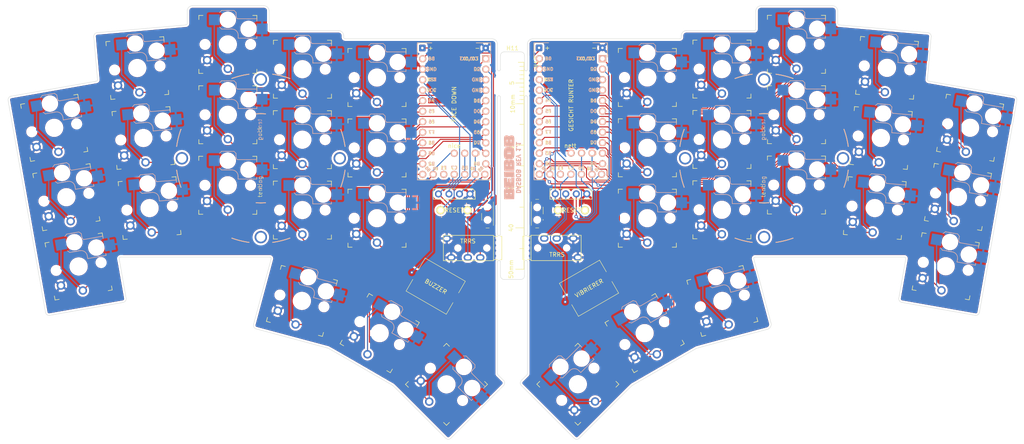
<source format=kicad_pcb>
(kicad_pcb (version 20211014) (generator pcbnew)
  (layers (0 "F.Cu" signal) (31 "B.Cu" signal) (34 "B.Paste" user) (35 "F.Paste" user) (36 "B.SilkS" user "B.Silkscreen") (37 "F.SilkS" user "F.Silkscreen") (38 "B.Mask" user) (39 "F.Mask" user) (44 "Edge.Cuts" user))
  (net 0 "")
  (net 1 "1")
  (net 2 "2")
  (net 3 "GND")
  (net 4 "RST")
  (net 5 "3")
  (net 6 "4")
  (net 7 "5")
  (net 8 "6")
  (net 9 "7")
  (net 10 "8")
  (net 11 "9")
  (net 12 "10")
  (net 13 "11")
  (net 14 "12")
  (net 15 "13")
  (net 16 "14")
  (net 17 "15")
  (net 18 "16")
  (net 19 "17")
  (net 20 "18")
  (net 21 "16a")
  (net 22 "DNG")
  (net 23 "5a")
  (net 24 "4a")
  (net 25 "3a")
  (net 26 "2a")
  (net 27 "1a")
  (net 28 "10a")
  (net 29 "9a")
  (net 30 "8a")
  (net 31 "7a")
  (net 32 "6a")
  (net 33 "15a")
  (net 34 "14a")
  (net 35 "13a")
  (net 36 "12a")
  (net 37 "11a")
  (net 38 "18a")
  (net 39 "17a")
  (net 40 "TSR")
  (net 41 "BAT")
  (net 42 "R1")
  (net 43 "VCC")
  (net 44 "P1")
  (net 46 "SOUND")
  (net 47 "P2")
  (net 48 "1R")
  (net 49 "CVV")
  (net 50 "1P")
  (net 51 "DNUOS")
  (net 52 "2P")
  (net 53 "PWR")
  (net 54 "TAB")
  (net 55 "RWP")
  (footprint "Beibob:Kailh_socket_PG1350_optional" (layer "F.Cu") (at 65.435861 75.631509 5)
    (fp_text reference "SW12")
    (fp_text value "SW_Push")
  )
  (footprint "Beibob:Kailh_socket_PG1350_optional" (layer "F.Cu") (at 137.10254 118.228528 -45)
    (fp_text reference "SW18")
    (fp_text value "SW_Push")
  )
  (footprint "Beibob:Kailh_socket_PG1350_optional" (layer "F.Cu") (at 185.575 44.07)
    (fp_text reference "SW19")
    (fp_text value "SW_Push")
  )
  (footprint "Beibob:Kailh_socket_PG1350_optional" (layer "F.Cu") (at 120.325 78.08)
    (fp_text reference "SW15")
    (fp_text value "SW_Push")
  )
  (footprint "Beibob:SW_SPDT_PCM12" (layer "F.Cu") (at 159.315 76.97 -90)
    (fp_text reference "WWS1")
    (fp_text value "SW_SPDT")
  )
  (footprint "Beibob:Kailh_socket_PG1350_optional" (layer "F.Cu") (at 263.492039 56.218304 -10)
    (fp_text reference "SW23")
    (fp_text value "SW_Push")
  )
  (footprint "Beibob:Kailh_socket_PG1350_optional" (layer "F.Cu") (at 260.559535 72.94609 -10)
    (fp_text reference "SW28")
    (fp_text value "SW_Push")
  )
  (footprint "Beibob:Kailh_socket_PG1350_optional" (layer "F.Cu") (at 102.34 42.07)
    (fp_text reference "SW4")
    (fp_text value "SW_Push")
  )
  (footprint "Beibob:Kailh_socket_PG1350_optional" (layer "F.Cu") (at 120.980127 105.849103 -30)
    (fp_text reference "SW17")
    (fp_text value "SW_Push")
  )
  (footprint "Keebio-Parts.pretty-master:I2C_Breakout" (layer "F.Cu") (at 142.78 72.22 -90)
    (fp_text reference "U3" hide)
    (fp_text value "OLED1")
  )
  (footprint "Keebio-Parts.pretty-master:I2C_Breakout" (layer "F.Cu") (at 170.97 72.2 -90)
    (fp_text reference "U4" hide)
    (fp_text value "OLED2")
  )
  (footprint "Beibob:Kailh_socket_PG1350_optional" (layer "F.Cu") (at 102.203142 98.063577 -15)
    (fp_text reference "SW16")
    (fp_text value "SW_Push" hide)
  )
  (footprint "Keebio-Parts.pretty-master:SinglePad" (layer "F.Cu") (at 141.51 62.39)
    (fp_text reference "H6" hide)
    (fp_text value "MountingHole_Pad" hide)
  )
  (footprint "Beibob:Kailh_socket_PG1350_optional" (layer "F.Cu") (at 240.473961 75.632794 -5)
    (fp_text reference "SW32")
    (fp_text value "SW_Push")
  )
  (footprint "Keebio-Parts.pretty-master:TRRS-PJ-320A" (layer "F.Cu") (at 157.51 85.26 90)
    (fp_text reference "J2")
    (fp_text value "TRRS LEFT")
  )
  (footprint "Beibob:Kailh_socket_PG1350_optional" (layer "F.Cu") (at 185.585 61.06)
    (fp_text reference "SW24")
    (fp_text value "SW_Push")
  )
  (footprint "Beibob:Kailh_socket_PG1350_optional" (layer "F.Cu") (at 184.930127 105.849103 30)
    (fp_text reference "SW35")
    (fp_text value "SW_Push")
  )
  (footprint "Beibob:Tenting_Pucksmol" (layer "F.Cu") (at 92.29 63.6)
    (fp_text reference "puck2")
    (fp_text value "Hole")
  )
  (footprint "Beibob:Tenting_Pucksmol" (layer "F.Cu") (at 213.76 63.6)
    (fp_text reference "puck1")
    (fp_text value "Hole")
  )
  (footprint "Beibob:Kailh_socket_PG1350_optional" (layer "F.Cu") (at 84.325 36.08)
    (fp_text reference "SW3")
    (fp_text value "SW_Push")
  )
  (footprint "Keebio-Parts.pretty-master:breakaway-mousebites" (layer "F.Cu") (at 156.02115 85.29 -90)
    (fp_text reference "H2" hide)
    (fp_text value "Mousebites" hide)
  )
  (footprint "Beibob:SW_ResetSW" (layer "F.Cu") (at 138.93 76.15)
    (fp_text reference "RST1" hide)
    (fp_text value "SW_Push")
  )
  (footprint "Beibob:Kailh_socket_PG1350_optional" (layer "F.Cu") (at 243.433961 41.742794 -5)
    (fp_text reference "SW22")
    (fp_text value "SW_Push")
  )
  (footprint "Keebio-Parts.pretty-master:SinglePad" (layer "F.Cu") (at 138.97 62.39)
    (fp_text reference "H3" hide)
    (fp_text value "MountingHole_Pad" hide)
  )
  (footprint "Beibob:SW_SPDT_PCM12" (layer "F.Cu") (at 146.7 76.99 90)
    (fp_text reference "SWW1")
    (fp_text value "SW_SPDT")
  )
  (footprint "Beibob:Kailh_socket_PG1350_optional" (layer "F.Cu") (at 168.80807 118.19807 45)
    (fp_text reference "SW34")
    (fp_text value "SW_Push")
  )
  (footprint "Beibob:Kailh_socket_PG1350_optional" (layer "F.Cu") (at 203.585 42.05)
    (fp_text reference "SW20")
    (fp_text value "SW_Push")
  )
  (footprint "Beibob:Kailh_socket_PG1350_optional" (layer "F.Cu") (at 203.575 76.05)
    (fp_text reference "SW30")
    (fp_text value "SW_Push")
  )
  (footprint "Beibob:Kailh_socket_PG1350_optional" (layer "F.Cu") (at 45.353207 72.999606 10)
    (fp_text reference "SW6")
    (fp_text value "SW_Push")
  )
  (footprint "Buzzer_Beeper:Buzzer_Mallory_AST1109MLTRQ" (layer "F.Cu") (at 134.5 94.5 -30)
    (fp_text reference "BZ1")
    (fp_text value "Buzzer")
  )
  (footprint "Beibob:Kailh_socket_PG1350_optional" (layer "F.Cu") (at 120.325 61.1)
    (fp_text reference "SW10")
    (fp_text value "SW_Push")
  )
  (footprint "Buzzer_Beeper:Buzzer_Mallory_AST1109MLTRQ" (layer "F.Cu") (at 171.5 95 30)
    (fp_text reference "BZ2")
    (fp_text value "Buzzer")
  )
  (footprint "Beibob:Kailh_socket_PG1350_optional" (layer "F.Cu") (at 63.95 58.7 5)
    (fp_text reference "SW7")
    (fp_text value "SW_Push")
  )
  (footprint "Beibob:Kailh_socket_PG1350_optional" (layer "F.Cu") (at 241.953961 58.692794 -5)
    (fp_text reference "SW27")
    (fp_text value "SW_Push")
  )
  (footprint "Beibob:Kailh_socket_PG1350_optional" (layer "F.Cu") (at 203.585 59.05)
    (fp_text reference "SW25")
    (fp_text value "SW_Push")
  )
  (footprint "Beibob:Kailh_socket_PG1350_optional" (layer "F.Cu") (at 84.305 70.12)
    (fp_text reference "SW13")
    (fp_text value "SW_Push")
  )
  (footprint "Beibob:Kailh_socket_PG1350_optional" (layer "F.Cu") (at 185.575 78.07)
    (fp_text reference "SW29")
    (fp_text value "SW_Push")
  )
  (footprint "Beibob:SW_ResetSW" (layer "F.Cu") (at 167.27 76.16)
    (fp_text reference "TSR1" hide)
    (fp_text value "SW_Push")
  )
  (footprint "Keebio-Parts.pretty-master:SinglePad" (layer "F.Cu") (at 167.18 62.32)
    (fp_text reference "H4" hide)
    (fp_text value "MountingHole_Pad" hide)
  )
  (footprint "Beibob:Kailh_socket_PG1350_optional" (layer "F.Cu") (at 48.308452 89.740908 10)
    (fp_text reference "SW11")
    (fp_text value "SW_Push")
  )
  (footprint "Beibob:Kailh_socket_PG1350_optional" (layer "F.Cu") (at 42.413207 56.239606 10)
    (fp_text reference "SW1")
    (fp_text value "SW_Push")
  )
  (footprint "Beibob:Kailh_socket_PG1350_optional" (layer "F.Cu") (at 62.47 41.79 5)
    (fp_text reference "SW2")
    (fp_text value "SW_Push")
  )
  (footprint "Keebio-Parts.pretty-master:SinglePad" (layer "F.Cu") (at 144.05 62.39)
    (fp_text reference "H5" hide)
    (fp_text value "MountingHole_Pad" hide)
  )
  (footprint "Keebio-Parts.pretty-master:breakaway-mousebites" (layer "F.Cu") (at 149.52115 45.48 -90)
    (fp_text reference "H10" hide)
    (fp_text value "Mousebites" hide)
  )
  (footprint "Beibob:Kailh_socket_PG1350_optional" (layer "F.Cu") (at 102.315 59.1)
    (fp_text reference "SW9")
    (fp_text value "SW_Push")
  )
  (footprint "Beibob:BAT" (layer "F.Cu") (at 131.27 36.95)
    (fp_text reference "BAT1")
    (fp_text value "Conn_01x02_Male")
  )
  (footprint "Keebio-Parts.pretty-master:TRRS-PJ-320A" (layer "F.Cu") (at 148.45 85.28 -90)
    (fp_text reference "J1")
    (fp_text value "TRRS LEFT")
  )
  (footprint "Keebio-Parts.pretty-master:breakaway-mousebites" (layer "F.Cu") (at 156.03 45.47 -90)
    (fp_text reference "H9" hide)
    (fp_text value "Mousebites" hide)
  )
  (footprint "Beibob:Kailh_socket_PG1350_optional" (layer "F.Cu") (at 203.682968 98.071038 15)
    (fp_text reference "SW36")
    (fp_text value "SW_Push")
  )
  (footprint "Keebio-Parts.pretty-master:breakaway-mousebites" (layer "F.Cu") (at 149.52 85.28 -90)
    (fp_text reference "H1" hide)
    (fp_text value "Mousebites" hide)
  )
  (footprint "Keebio-Parts.pretty-master:SinglePad" (layer "F.Cu") (at 172.24 62.33)
    (fp_text reference "H7" hide)
    (fp_text value "MountingHole_Pad" hide)
  )
  (footprint "Beibob:Kailh_socket_PG1350_optional" (layer "F.Cu") (at 120.32 44.09)
    (fp_text reference "SW5")
    (fp_text value "SW_Push")
  )
  (footprint "Calibration_Scale:Gauge_50mm_Type1_SilkScreenTop" (layer "F.Cu") (at 155.79199 40.41 -90)
    (fp_text reference "H12")
    (fp_text value "Ruler")
  )
  (footprint "Beibob:BAT" (layer "F.Cu") (at 159.44 36.91)
    (fp_text reference "TAB1")
    (fp_text value "Conn_01x02_Male")
  )
  (footprint "Beibob:Kailh_socket_PG1350_optional" (layer "F.Cu") (at 257.599535 89.69609 -10)
    (fp_text reference "SW33")
    (fp_text value "SW_Push")
  )
  (footprint "Beibob:Kailh_socket_PG1350_optional" (layer "F.Cu") (at 102.32 76.11)
    (fp_text reference "SW14")
    (fp_text value "SW_Push")
  )
  (footprint "Beibob:Kailh_socket_PG1350_optional" (layer "F.Cu") (at 221.575 70.06)
    (fp_text reference "SW31")
    (fp_text value "SW_Push")
  )
  (footprint "MountingHole:MountingHole_2.7mm_M2.5_DIN965" (layer "F.Cu") (at 153.02 40.36)
    (fp_text reference "H11")
    (fp_text value "M3 MountingHole")
  )
  (footprint "Beibob:Kailh_socket_PG1350_optional" (layer "F.Cu") (at 84.325 53.08)
    (fp_text reference "SW8")
    (fp_text value "SW_Push")
  )
  (footprint "Beibob:Kailh_socket_PG1350_optional" (layer "F.Cu") (at 221.585 53.06)
    (fp_text reference "SW26")
    (fp_text value "SW_Push")
  )
  (footprint "Keebio-Parts.pretty-master:SinglePad" (layer "F.Cu") (at 169.7 62.33)
    (fp_text reference "H8" hide)
    (fp_text value "MountingHole_Pad" hide)
  )
  (footprint "Beibob:Kailh_socket_PG1350_optional" (layer "F.Cu") (at 221.575 36.05)
    (fp_text reference "SW21")
    (fp_text value "SW_Push")
  )
  (footprint "Beibob:Elite-C" (layer "B.Cu") (at 138.97 53.51 -90)
    (fp_text reference "U1" hide)
    (fp_text value "Elite-C RIGHT" hide)
  )
  (footprint "Beibob:Elite-C" (layer "B.Cu") (at 167.14 53.48675 -90)
    (fp_text reference "U2" hide)
    (fp_text value "Elite-C LEFT" hide)
  )
  (gr_poly (pts (xy 144.342871 108.876099) (xy 144.353629 108.750938) (xy 144.372403 108.632638) (xy 144.385285 108.576182) (xy 144.400758 108.521585) (xy 144.419018 108.468897) (xy 144.44026 108.418165) (xy 144.464679 108.369437) (xy 144.492473 108.322763) (xy 144.523835 108.27819) (xy 144.558963 108.235765) (xy 144.59805 108.195539) (xy 144.641294 108.157558) (xy 144.68889 108.121872) (xy 144.741033 108.088527) (xy 144.797919 108.057573) (xy 144.859744 108.029057) (xy 144.926703 108.003029) (xy 144.998992 107.979535) (xy 145.076806 107.958625) (xy 145.160342 107.940347) (xy 145.249794 107.924748) (xy 145.34536 107.911877) (xy 145.447233 107.901783) (xy 145.55561 107.894513) (xy 145.670687 107.890115) (xy 145.792658 107.888639) (xy 146.045284 107.895137) (xy 146.163144 107.903298) (xy 146.275502 107.914765) (xy 146.382458 107.929564) (xy 146.484111 107.94772) (xy 146.580561 107.969256) (xy 146.671909 107.994199) (xy 146.758253 108.022572) (xy 146.839695 108.0544) (xy 146.916333 108.089709) (xy 146.988267 108.128522) (xy 147.055597 108.170865) (xy 147.118423 108.216762) (xy 147.176845 108.266238) (xy 147.230963 108.319317) (xy 147.280876 108.376025) (xy 147.326684 108.436387) (xy 147.368487 108.500425) (xy 147.406385 108.568167) (xy 147.440478 108.639636) (xy 147.470865 108.714856) (xy 147.497646 108.793854) (xy 147.520921 108.876653) (xy 147.54079 108.963278) (xy 147.557353 109.053754) (xy 147.580958 109.246357) (xy 147.592535 109.454661) (xy 147.592883 109.678862) (xy 147.542877 111.74412) (xy 145.424279 111.765329) (xy 145.424279 109.977233) (xy 146.579423 109.958897) (xy 146.577463 109.938935) (xy 146.574975 109.919974) (xy 146.57189 109.90199) (xy 146.568139 109.884959) (xy 146.563653 109.868858) (xy 146.558363 109.853661) (xy 146.552201 109.839345) (xy 146.545096 109.825886) (xy 146.536981 109.81326) (xy 146.527785 109.801442) (xy 146.517441 109.790408) (xy 146.505879 109.780135) (xy 146.49303 109.770598) (xy 146.478826 109.761773) (xy 146.463196 109.753636) (xy 146.446073 109.746163) (xy 146.427388 109.739329) (xy 146.40707 109.733111) (xy 146.385052 109.727485) (xy 146.361265 109.722426) (xy 146.335638 109.71791) (xy 146.308104 109.713914) (xy 146.278594 109.710412) (xy 146.247038 109.707382) (xy 146.213368 109.704798) (xy 146.177514 109.702637) (xy 146.098979 109.699487) (xy 146.010883 109.697738) (xy 145.912673 109.697198) (xy 145.844284 109.697651) (xy 145.782094 109.699181) (xy 145.725857 109.702044) (xy 145.675326 109.706496) (xy 145.630255 109.712795) (xy 145.590397 109.721195) (xy 145.555505 109.731955) (xy 145.539845 109.738299) (xy 145.525333 109.745329) (xy 145.51194 109.753077) (xy 145.499635 109.761575) (xy 145.488386 109.770855) (xy 145.478163 109.780949) (xy 145.468934 109.791889) (xy 145.460671 109.803707) (xy 145.45334 109.816435) (xy 145.446912 109.830105) (xy 145.441356 109.84475) (xy 145.43664 109.860401) (xy 145.432735 109.87709) (xy 145.429608 109.89485) (xy 145.42557 109.933708) (xy 145.424279 109.977233) (xy 145.424279 111.765329) (xy 144.379148 111.775791) (xy 144.339143 109.145462) (xy 144.338564 109.007736)) (layer "F.Cu") (width 0.063) (fill solid))
  (gr_poly (pts (xy 144.349809 98.130581) (xy 144.360417 97.983958) (xy 144.377169 97.849859) (xy 144.400367 97.728017) (xy 144.430313 97.618166) (xy 144.447912 97.567654) (xy 144.467312 97.520041) (xy 144.48855 97.475292) (xy 144.511665 97.433374) (xy 144.536694 97.394255) (xy 144.563675 97.357901) (xy 144.592646 97.324278) (xy 144.623645 97.293354) (xy 144.65671 97.265094) (xy 144.691878 97.239467) (xy 144.729187 97.216438) (xy 144.768676 97.195975) (xy 144.810382 97.178044) (xy 144.854343 97.162611) (xy 144.900596 97.149644) (xy 144.94918 97.139109) (xy 145.053492 97.125203) (xy 145.16758 97.120627) (xy 145.259976 97.121977) (xy 145.345509 97.126038) (xy 145.424542 97.132823) (xy 145.497439 97.142349) (xy 145.564564 97.154628) (xy 145.62628 97.169676) (xy 145.682952 97.187508) (xy 145.734943 97.208138) (xy 145.782617 97.231581) (xy 145.826338 97.257852) (xy 145.866469 97.286964) (xy 145.903375 97.318933) (xy 145.93742 97.353774) (xy 145.968966 97.391501) (xy 145.998378 97.432128) (xy 146.026021 97.475671) (xy 146.055204 97.426797) (xy 146.084856 97.381978) (xy 146.099968 97.36105) (xy 146.115329 97.34109) (xy 146.130982 97.322082) (xy 146.146973 97.304009) (xy 146.163345 97.286857) (xy 146.180141 97.27061) (xy 146.197407 97.255252) (xy 146.215185 97.240769) (xy 146.23352 97.227143) (xy 146.252455 97.21436) (xy 146.272035 97.202404) (xy 146.292304 97.19126) (xy 146.313305 97.180912) (xy 146.335083 97.171344) (xy 146.357681 97.162542) (xy 146.381143 97.154488) (xy 146.405514 97.147168) (xy 146.430837 97.140566) (xy 146.457156 97.134667) (xy 146.484515 97.129455) (xy 146.512959 97.124915) (xy 146.542531 97.12103) (xy 146.573274 97.117786) (xy 146.605234 97.115166) (xy 146.672977 97.111739) (xy 146.746111 97.110625) (xy 146.811961 97.112009) (xy 146.874544 97.116134) (xy 146.933933 97.122957) (xy 146.9902 97.132434) (xy 147.043419 97.144522) (xy 147.093663 97.159179) (xy 147.141003 97.176361) (xy 147.185514 97.196026) (xy 147.227269 97.21813) (xy 147.26634 97.24263) (xy 147.302799 97.269483) (xy 147.336722 97.298646) (xy 147.368179 97.330077) (xy 147.397244 97.363731) (xy 147.42399 97.399567) (xy 147.44849 97.437541) (xy 147.470817 97.477609) (xy 147.491044 97.51973) (xy 147.509243 97.563859) (xy 147.525489 97.609955) (xy 147.539853 97.657973) (xy 147.552408 97.707871) (xy 147.563228 97.759606) (xy 147.572386 97.813135) (xy 147.586005 97.925401) (xy 147.59385 98.044326) (xy 147.596504 98.169565) (xy 147.59455 98.300774) (xy 147.592883 98.300775) (xy 147.526208 100.621064) (xy 146.861125 100.6108) (xy 146.861125 99.010864) (xy 146.867266 98.966834) (xy 146.870638 98.926547) (xy 146.871263 98.907768) (xy 146.871168 98.889878) (xy 146.870344 98.872862) (xy 146.868782 98.856704) (xy 146.866473 98.841388) (xy 146.863408 98.826899) (xy 146.859577 98.813222) (xy 146.854972 98.80034) (xy 146.849583 98.788238) (xy 146.843401 98.776901) (xy 146.836416 98.766312) (xy 146.828621 98.756458) (xy 146.820005 98.747321) (xy 146.81056 98.738886) (xy 146.800275 98.731138) (xy 146.789143 98.724061) (xy 146.777154 98.71764) (xy 146.764299 98.711859) (xy 146.750568 98.706702) (xy 146.735953 98.702154) (xy 146.720444 98.6982) (xy 146.704033 98.694823) (xy 146.686709 98.692008) (xy 146.668464 98.689741) (xy 146.629175 98.686782) (xy 146.586091 98.685824) (xy 146.554099 98.686236) (xy 146.524947 98.687634) (xy 146.498544 98.690263) (xy 146.486346 98.692115) (xy 146.474801 98.694367) (xy 146.463898 98.697048) (xy 146.453626 98.700189) (xy 146.443973 98.703822) (xy 146.434929 98.707975) (xy 146.426482 98.712681) (xy 146.418621 98.717968) (xy 146.411334 98.723869) (xy 146.40461 98.730413) (xy 146.398438 98.737631) (xy 146.392806 98.745553) (xy 146.387704 98.75421) (xy 146.383119 98.763633) (xy 146.379042 98.773852) (xy 146.375459 98.784897) (xy 146.372361 98.796799) (xy 146.369736 98.809589) (xy 146.367572 98.823297) (xy 146.365858 98.837954) (xy 146.364583 98.85359) (xy 146.363735 98.870235) (xy 146.363278 98.906677) (xy 146.364396 98.947523) (xy 146.362729 98.949189) (xy 146.861125 99.010864) (xy 146.861125 100.6108) (xy 145.132576 100.584122) (xy 145.132576 98.98086) (xy 145.692646 98.95419) (xy 145.687155 98.92415) (xy 145.680603 98.895924) (xy 145.672864 98.86953) (xy 145.663814 98.844984) (xy 145.658758 98.833409) (xy 145.653328 98.822303) (xy 145.647508 98.811668) (xy 145.641282 98.801505) (xy 145.634635 98.791817) (xy 145.627551 98.782606) (xy 145.620015 98.773875) (xy 145.612011 98.765625) (xy 145.603523 98.757858) (xy 145.594536 98.750577) (xy 145.585035 98.743784) (xy 145.575004 98.73748) (xy 145.564427 98.731669) (xy 145.553289 98.726351) (xy 145.541573 98.72153) (xy 145.529266 98.717207) (xy 145.51635 98.713385) (xy 145.502811 98.710066) (xy 145.488633 98.707251) (xy 145.4738 98.704944) (xy 145.458297 98.703145) (xy 145.442108 98.701858) (xy 145.425217 98.701084) (xy 145.40761 98.700825) (xy 145.354619 98.701864) (xy 145.307392 98.704996) (xy 145.285875 98.707353) (xy 145.265719 98.710242) (xy 145.246897 98.713664) (xy 145.229385 98.717624) (xy 145.213154 98.722123) (xy 145.198178 98.727165) (xy 145.184432 98.732752) (xy 145.171887 98.738887) (xy 145.160518 98.745572) (xy 145.150299 98.75281) (xy 145.141202 98.760605) (xy 145.133201 98.768959) (xy 145.126269 98.777874) (xy 145.120381 98.787353) (xy 145.115508 98.7974) (xy 145.111626 98.808016) (xy 145.108707 98.819205) (xy 145.106724 98.830969) (xy 145.105652 98.843312) (xy 145.105463 98.856235) (xy 145.106131 98.869742) (xy 145.10763 98.883835) (xy 145.113013 98.913791) (xy 145.121399 98.946126) (xy 145.132576 98.98086) (xy 145.132576 100.584122) (xy 144.39415 100.572725) (xy 144.345811 98.462462) (xy 144.345041 98.289993)) (layer "F.Cu") (width 0.063) (fill solid))
  (gr_poly (pts (xy 144.347234 102.080853) (xy 144.356359 101.832127) (xy 144.371306 101.606334) (xy 144.391858 101.399703) (xy 144.417802 101.208465) (xy 144.448923 101.02885) (xy 144.485005 100.857087) (xy 144.525833 100.689407) (xy 145.609302 100.894433) (xy 145.610969 100.894431) (xy 145.567917 101.06193) (xy 145.529084 101.236167) (xy 145.494939 101.414194) (xy 145.465951 101.593061) (xy 145.442588 101.769818) (xy 145.425321 101.941516) (xy 145.414616 102.105205) (xy 145.410944 102.257936) (xy 145.411621 102.336275) (xy 145.412526 102.369354) (xy 145.413861 102.398656) (xy 145.415665 102.424393) (xy 145.417976 102.446777) (xy 145.420834 102.466022) (xy 145.424279 102.482338) (xy 145.428348 102.49594) (xy 145.433082 102.507039) (xy 145.438519 102.515847) (xy 145.444698 102.522578) (xy 145.451659 102.527443) (xy 145.459439 102.530655) (xy 145.46808 102.532427) (xy 145.477619 102.53297) (xy 145.482505 102.532881) (xy 145.487174 102.53257) (xy 145.491643 102.53197) (xy 145.495928 102.531017) (xy 145.500048 102.529643) (xy 145.504019 102.527784) (xy 145.505953 102.526651) (xy 145.507857 102.525373) (xy 145.509733 102.52394) (xy 145.511581 102.522344) (xy 145.513406 102.520577) (xy 145.515208 102.518631) (xy 145.51699 102.516498) (xy 145.518754 102.514169) (xy 145.522236 102.508891) (xy 145.525672 102.502732) (xy 145.529078 102.495625) (xy 145.532473 102.487505) (xy 145.535872 102.478306) (xy 145.539293 102.467962) (xy 145.542754 102.456407) (xy 145.54627 102.443574) (xy 145.54986 102.429399) (xy 145.55354 102.413815) (xy 145.557327 102.396756) (xy 145.561239 102.378156) (xy 145.565293 102.35795) (xy 145.569505 102.336071) (xy 145.573894 102.312453) (xy 145.578475 102.287031) (xy 145.588284 102.230511) (xy 145.59907 102.165981) (xy 145.610969 102.092915) (xy 145.647778 101.881865) (xy 145.683774 101.694129) (xy 145.719824 101.528367) (xy 145.756794 101.383243) (xy 145.795552 101.257419) (xy 145.836964 101.149556) (xy 145.881897 101.058315) (xy 145.905954 101.018511) (xy 145.931217 100.98236) (xy 145.957794 100.949696) (xy 145.985792 100.920352) (xy 146.015321 100.89416) (xy 146.046489 100.870953) (xy 146.079403 100.850564) (xy 146.114173 100.832825) (xy 146.150907 100.817569) (xy 146.189713 100.80463) (xy 146.273974 100.785029) (xy 146.367824 100.772686) (xy 146.47213 100.766261) (xy 146.587758 100.764416) (xy 146.660605 100.765363) (xy 146.730111 100.768297) (xy 146.796344 100.773362) (xy 146.85937 100.780698) (xy 146.919258 100.790447) (xy 146.976074 100.802752) (xy 147.029886 100.817755) (xy 147.080762 100.835597) (xy 147.128769 100.85642) (xy 147.173974 100.880367) (xy 147.216445 100.907579) (xy 147.256249 100.938197) (xy 147.293455 100.972365) (xy 147.328128 101.010224) (xy 147.360337 101.051916) (xy 147.39015 101.097583) (xy 147.417633 101.147366) (xy 147.442854 101.201408) (xy 147.46588 101.25985) (xy 147.48678 101.322835) (xy 147.505619 101.390505) (xy 147.522467 101.463) (xy 147.53739 101.540464) (xy 147.550456 101.623039) (xy 147.561732 101.710865) (xy 147.571286 101.804085) (xy 147.585496 102.007276) (xy 147.593627 102.233746) (xy 147.596217 102.484631) (xy 147.592502 102.701605) (xy 147.581502 102.928697) (xy 147.56343 103.160243) (xy 147.538502 103.390577) (xy 147.506932 103.614036) (xy 147.468936 103.824954) (xy 147.447595 103.92394) (xy 147.424728 104.017667) (xy 147.400361 104.105426) (xy 147.374523 104.18651) (xy 146.384399 104.101499) (xy 146.441297 103.923945) (xy 146.494855 103.73088) (xy 146.543764 103.527268) (xy 146.586716 103.318069) (xy 146.622401 103.108244) (xy 146.64951 102.902756) (xy 146.65944 102.803189) (xy 146.666736 102.706566) (xy 146.671233 102.613509) (xy 146.672768 102.524636) (xy 146.672513 102.507025) (xy 146.671739 102.491028) (xy 146.670439 102.47658) (xy 146.668601 102.463613) (xy 146.666216 102.452062) (xy 146.663275 102.441862) (xy 146.659767 102.432946) (xy 146.657797 102.428949) (xy 146.655683 102.425249) (xy 146.653421 102.421836) (xy 146.651013 102.418704) (xy 146.648455 102.415843) (xy 146.645747 102.413245) (xy 146.642887 102.410903) (xy 146.639875 102.408807) (xy 146.636709 102.406951) (xy 146.633388 102.405324) (xy 146.629911 102.40392) (xy 146.626276 102.40273) (xy 146.61853 102.400958) (xy 146.610138 102.399944) (xy 146.601092 102.39962) (xy 146.59545 102.399756) (xy 146.590079 102.400179) (xy 146.584966 102.400911) (xy 146.5801 102.401977) (xy 146.575469 102.4034) (xy 146.571059 102.405202) (xy 146.56686 102.407407) (xy 146.562859 102.410038) (xy 146.559043 102.413119) (xy 146.5554 102.416672) (xy 146.551918 102.42072) (xy 146.548586 102.425288) (xy 146.54539 102.430397) (xy 146.542319 102.436072) (xy 146.53936 102.442335) (xy 146.536501 102.44921) (xy 146.53373 102.45672) (xy 146.531035 102.464887) (xy 146.528403 102.473736) (xy 146.525823 102.48329) (xy 146.523281 102.493571) (xy 146.520767 102.504603) (xy 146.518267 102.516408) (xy 146.515769 102.529012) (xy 146.510733 102.556702) (xy 146.50556 102.58786) (xy 146.500152 102.622671) (xy 146.494412 102.66132) (xy 146.457989 102.889493) (xy 146.421252 103.093568) (xy 146.383305 103.274836) (xy 146.343248 103.434593) (xy 146.300182 103.574133) (xy 146.25321 103.694749) (xy 146.227979 103.748366) (xy 146.201433 103.797737) (xy 146.173462 103.843024) (xy 146.143952 103.884389) (xy 146.112792 103.921994) (xy 146.079868 103.956) (xy 146.04507 103.98657) (xy 146.008284 104.013865) (xy 145.969398 104.038046) (xy 145.9283 104.059276) (xy 145.884878 104.077717) (xy 145.839018 104.093529) (xy 145.73954 104.117918) (xy 145.628966 104.133736) (xy 145.506398 104.142278) (xy 145.370939 104.144838) (xy 145.291732 104.144026) (xy 145.216567 104.140885) (xy 145.145343 104.135292) (xy 145.077959 104.127124) (xy 145.014317 104.116259) (xy 144.954315 104.102575) (xy 144.897853 104.08595) (xy 144.844831 104.06626) (xy 144.79515 104.043384) (xy 144.748709 104.017199) (xy 144.705409 103.987583) (xy 144.665148 103.954414) (xy 144.627826 103.917568) (xy 144.593345 103.876924) (xy 144.561603 103.832359) (xy 144.532501 103.783751) (xy 144.505938 103.730978) (xy 144.481814 103.673916) (xy 144.46003 103.612444) (xy 144.440484 103.54644) (xy 144.423078 103.47578) (xy 144.40771 103.400343) (xy 144.394281 103.320006) (xy 144.38269 103.234646) (xy 144.372839 103.144142) (xy 144.364625 103.048371) (xy 144.352713 102.840538) (xy 144.346153 102.610167) (xy 144.344144 102.356281)) (layer "F.Cu") (width 0.063) (fill solid))
  (gr_poly (pts (xy 144.402485 105.04495) (xy 147.561213 104.148172) (xy 147.694429 105.78673) (xy 147.232838 105.858385) (xy 147.277844 106.373449) (xy 147.576215 106.42679) (xy 147.50954 107.976983) (xy 146.614428 107.792046) (xy 146.614428 106.248434) (xy 146.579423 105.960065) (xy 145.735985 106.088414) (xy 145.734318 106.088414) (xy 146.614428 106.248434) (xy 146.614428 107.792046) (xy 144.330809 107.320235)) (layer "F.Cu") (width 0.063) (fill solid))
  (gr_poly (pts (xy 161.55497 96.242184) (xy 158.396242 97.138962) (xy 158.263026 95.500404) (xy 158.724617 95.428749) (xy 158.679611 94.913685) (xy 158.38124 94.860344) (xy 158.447915 93.310151) (xy 159.343027 93.495088) (xy 159.343027 95.0387) (xy 159.378032 95.327069) (xy 160.22147 95.19872) (xy 160.223137 95.19872) (xy 159.343027 95.0387) (xy 159.343027 93.495088) (xy 161.626646 93.966899)) (layer "F.Cu") (width 0.063) (fill solid))
  (gr_poly (pts (xy 161.622462 106.662329) (xy 161.609193 106.871106) (xy 161.585761 107.061976) (xy 161.569897 107.150858) (xy 161.55109 107.235458) (xy 161.529203 107.315841) (xy 161.504103 107.392073) (xy 161.475654 107.464218) (xy 161.443723 107.532341) (xy 161.408174 107.596507) (xy 161.368873 107.656781) (xy 161.325686 107.713229) (xy 161.278478 107.765915) (xy 161.227113 107.814904) (xy 161.171459 107.860262) (xy 161.111379 107.902052) (xy 161.04674 107.940341) (xy 160.977406 107.975193) (xy 160.903244 108.006674) (xy 160.824118 108.034848) (xy 160.739895 108.05978) (xy 160.650438 108.081535) (xy 160.555615 108.100179) (xy 160.45529 108.115777) (xy 160.349328 108.128392) (xy 160.119958 108.144938) (xy 159.866426 108.150338) (xy 159.633901 108.145795) (xy 159.526781 108.139818) (xy 159.425544 108.131104) (xy 159.330033 108.119456) (xy 159.24009 108.104673) (xy 159.155557 108.086558) (xy 159.076275 108.064911) (xy 159.002087 108.039533) (xy 158.932834 108.010225) (xy 158.868358 107.976788) (xy 158.808501 107.939023) (xy 158.753105 107.896731) (xy 158.702012 107.849713) (xy 158.655064 107.79777) (xy 158.612103 107.740704) (xy 158.57297 107.678314) (xy 158.537508 107.610403) (xy 158.505558 107.53677) (xy 158.476962 107.457218) (xy 158.451563 107.371546) (xy 158.429202 107.279557) (xy 158.40972 107.181051) (xy 158.392961 107.075829) (xy 158.378765 106.963692) (xy 158.366975 106.844441) (xy 158.34998 106.583801) (xy 158.340711 106.292318) (xy 158.337902 105.968399) (xy 158.341949 105.700116) (xy 158.354649 105.460537) (xy 158.376842 105.24809) (xy 158.391762 105.15155) (xy 158.409369 105.061203) (xy 158.42977 104.976853) (xy 158.453069 104.898303) (xy 158.479372 104.825357) (xy 158.508783 104.757819) (xy 158.541407 104.69549) (xy 158.577349 104.638176) (xy 158.616715 104.58568) (xy 158.659609 104.537804) (xy 158.706136 104.494353) (xy 158.756401 104.455129) (xy 158.81051 104.419937) (xy 158.868567 104.388579) (xy 158.930677 104.36086) (xy 158.996946 104.336582) (xy 159.067478 104.31555) (xy 159.142377 104.297565) (xy 159.305702 104.269956) (xy 159.487759 104.252182) (xy 159.689389 104.242671) (xy 159.911432 104.23985) (xy 159.946436 104.240393) (xy 159.946436 106.066746) (xy 159.780813 106.068091) (xy 159.645956 106.072502) (xy 159.589228 106.076035) (xy 159.539188 106.080547) (xy 159.495501 106.086108) (xy 159.457833 106.092791) (xy 159.42585 106.100665) (xy 159.399216 106.109801) (xy 159.377598 106.120271) (xy 159.36066 106.132145) (xy 159.348068 106.145493) (xy 159.339489 106.160387) (xy 159.334586 106.176897) (xy 159.333026 106.195095) (xy 159.333227 106.204461) (xy 159.333909 106.213498) (xy 159.335192 106.222207) (xy 159.337197 106.23059) (xy 159.340042 106.23865) (xy 159.343849 106.246388) (xy 159.348737 106.253807) (xy 159.354826 106.260909) (xy 159.362236 106.267697) (xy 159.371086 106.274171) (xy 159.381498 106.280334) (xy 159.39359 106.286189) (xy 159.407484 106.291738) (xy 159.423297 106.296982) (xy 159.441152 106.301924) (xy 159.461167 106.306566) (xy 159.483463 106.31091) (xy 159.508159 106.314959) (xy 159.535376 106.318713) (xy 159.565233 106.322177) (xy 159.59785 106.325351) (xy 159.633348 106.328237) (xy 159.671846 106.330839) (xy 159.713464 106.333158) (xy 159.758323 106.335196) (xy 159.806541 106.336955) (xy 159.85824 106.338438) (xy 159.913538 106.339646) (xy 159.972557 106.340582) (xy 160.035415 106.341248) (xy 160.173131 106.341779) (xy 160.29802 106.340639) (xy 160.350996 106.339076) (xy 160.398081 106.336726) (xy 160.439589 106.333497) (xy 160.475835 106.329297) (xy 160.507134 106.324032) (xy 160.533801 106.317609) (xy 160.556151 106.309937) (xy 160.5745 106.300921) (xy 160.589161 106.29047) (xy 160.60045 106.27849) (xy 160.608682 106.264889) (xy 160.614172 106.249574) (xy 160.617236 106.232452) (xy 160.618187 106.21343) (xy 160.617939 106.20201) (xy 160.617144 106.191181) (xy 160.615721 106.180927) (xy 160.613593 106.171234) (xy 160.61068 106.162087) (xy 160.606902 106.153471) (xy 160.602182 106.14537) (xy 160.596439 106.13777) (xy 160.589595 106.130656) (xy 160.581571 106.124013) (xy 160.572288 106.117826) (xy 160.561666 106.11208) (xy 160.549627 106.10676) (xy 160.536091 106.101851) (xy 160.52098 106.097339) (xy 160.504214 106.093207) (xy 160.485715 106.089442) (xy 160.465403 106.086028) (xy 160.443199 106.082951) (xy 160.419025 106.080195) (xy 160.3928 106.077745) (xy 160.364447 106.075587) (xy 160.333886 106.073705) (xy 160.301038 106.072085) (xy 160.265824 106.070712) (xy 160.228164 106.06957) (xy 160.145195 106.067921) (xy 160.051496 106.06702) (xy 159.946436 106.066746) (xy 159.946436 104.240393) (xy 160.178192 104.243993) (xy 160.416329 104.257606) (xy 160.525155 104.268517) (xy 160.627416 104.28246) (xy 160.723308 104.299657) (xy 160.813029 104.320328) (xy 160.896774 104.344697) (xy 160.974742 104.372984) (xy 161.047129 104.405411) (xy 161.114131 104.442199) (xy 161.175946 104.483571) (xy 161.23277 104.529747) (xy 161.2848 104.580949) (xy 161.332234 104.637399) (xy 161.375268 104.699319) (xy 161.414099 104.76693) (xy 161.448923 104.840453) (xy 161.479938 104.92011) (xy 161.507341 105.006124) (xy 161.531328 105.098714) (xy 161.552096 105.198104) (xy 161.569842 105.304514) (xy 161.584763 105.418166) (xy 161.597056 105.539282) (xy 161.614545 105.804791) (xy 161.623883 106.102814) (xy 161.626646 106.435124)) (layer "F.Cu") (width 0.063) (fill solid))
  (gr_poly (pts (xy 161.614584 92.411035) (xy 161.603826 92.536196) (xy 161.585052 92.654496) (xy 161.57217 92.710952) (xy 161.556697 92.765549) (xy 161.538437 92.818237) (xy 161.517195 92.868969) (xy 161.492776 92.917697) (xy 161.464982 92.964371) (xy 161.43362 93.008944) (xy 161.398492 93.051369) (xy 161.359405 93.091595) (xy 161.316161 93.129576) (xy 161.268565 93.165262) (xy 161.216422 93.198607) (xy 161.159536 93.229561) (xy 161.097711 93.258077) (xy 161.030752 93.284105) (xy 160.958463 93.307599) (xy 160.880649 93.328509) (xy 160.797113 93.346787) (xy 160.707661 93.362386) (xy 160.612095 93.375257) (xy 160.510222 93.385351) (xy 160.401845 93.392621) (xy 160.286768 93.397019) (xy 160.164797 93.398495) (xy 159.912171 93.391997) (xy 159.794311 93.383836) (xy 159.681953 93.372369) (xy 159.574997 93.35757) (xy 159.473344 93.339414) (xy 159.376894 93.317878) (xy 159.285546 93.292935) (xy 159.199202 93.264562) (xy 159.11776 93.232734) (xy 159.041122 93.197425) (xy 158.969188 93.158612) (xy 158.901858 93.116269) (xy 158.839032 93.070372) (xy 158.78061 93.020896) (xy 158.726492 92.967817) (xy 158.676579 92.911109) (xy 158.630771 92.850747) (xy 158.588968 92.786709) (xy 158.55107 92.718967) (xy 158.516977 92.647498) (xy 158.48659 92.572278) (xy 158.459809 92.49328) (xy 158.436534 92.410481) (xy 158.416665 92.323856) (xy 158.400102 92.23338) (xy 158.376497 92.040777) (xy 158.36492 91.832473) (xy 158.364572 91.608272) (xy 158.414578 89.543014) (xy 160.533176 89.521805) (xy 160.533176 91.309901) (xy 159.378032 91.328237) (xy 159.379992 91.348199) (xy 159.38248 91.36716) (xy 159.385565 91.385144) (xy 159.389316 91.402175) (xy 159.393802 91.418276) (xy 159.399092 91.433473) (xy 159.405254 91.447789) (xy 159.412359 91.461248) (xy 159.420474 91.473874) (xy 159.42967 91.485692) (xy 159.440014 91.496726) (xy 159.451576 91.506999) (xy 159.464425 91.516536) (xy 159.478629 91.525361) (xy 159.494259 91.533498) (xy 159.511382 91.540971) (xy 159.530067 91.547805) (xy 159.550385 91.554023) (xy 159.572403 91.559649) (xy 159.59619 91.564708) (xy 159.621817 91.569224) (xy 159.649351 91.57322) (xy 159.678861 91.576722) (xy 159.710417 91.579752) (xy 159.744087 91.582336) (xy 159.779941 91.584497) (xy 159.858476 91.587647) (xy 159.946572 91.589396) (xy 160.044782 91.589936) (xy 160.113171 91.589483) (xy 160.175361 91.587953) (xy 160.231598 91.58509) (xy 160.282129 91.580638) (xy 160.3272 91.574339) (xy 160.367058 91.565939) (xy 160.40195 91.555179) (xy 160.41761 91.548835) (xy 160.432122 91.541805) (xy 160.445515 91.534057) (xy 160.45782 91.525559) (xy 160.469069 91.516279) (xy 160.479292 91.506185) (xy 160.488521 91.495245) (xy 160.496784 91.483427) (xy 160.504115 91.470699) (xy 160.510543 91.457029) (xy 160.516099 91.442384) (xy 160.520815 91.426733) (xy 160.52472 91.410044) (xy 160.527847 91.392284) (xy 160.531885 91.353426) (xy 160.533176 91.309901) (xy 160.533176 89.521805) (xy 161.578307 89.511343) (xy 161.618312 92.141672) (xy 161.618891 92.279398)) (layer "F.Cu") (width 0.063) (fill solid))
  (gr_poly (pts (xy 161.607646 103.156553) (xy 161.597038 103.303176) (xy 161.580286 103.437275) (xy 161.557088 103.559117) (xy 161.527142 103.668968) (xy 161.509543 103.71948) (xy 161.490143 103.767093) (xy 161.468905 103.811842) (xy 161.44579 103.85376) (xy 161.420761 103.892879) (xy 161.39378 103.929233) (xy 161.364809 103.962856) (xy 161.33381 103.99378) (xy 161.300745 104.02204) (xy 161.265577 104.047667) (xy 161.228268 104.070696) (xy 161.188779 104.091159) (xy 161.147073 104.10909) (xy 161.103112 104.124523) (xy 161.056859 104.13749) (xy 161.008275 104.148025) (xy 160.903963 104.161931) (xy 160.789875 104.166507) (xy 160.697479 104.165157) (xy 160.611946 104.161096) (xy 160.532913 104.154311) (xy 160.460016 104.144785) (xy 160.392891 104.132506) (xy 160.331175 104.117458) (xy 160.274503 104.099626) (xy 160.222512 104.078996) (xy 160.174838 104.055553) (xy 160.131117 104.029282) (xy 160.090986 104.00017) (xy 160.05408 103.968201) (xy 160.020035 103.93336) (xy 159.988489 103.895633) (xy 159.959077 103.855006) (xy 159.931434 103.811463) (xy 159.902251 103.860337) (xy 159.872599 103.905156) (xy 159.857487 103.926084) (xy 159.842126 103.946044) (xy 159.826473 103.965052) (xy 159.810482 103.983125) (xy 159.79411 104.000277) (xy 159.777314 104.016524) (xy 159.760048 104.031882) (xy 159.74227 104.046365) (xy 159.723935 104.059991) (xy 159.705 104.072774) (xy 159.68542 104.08473) (xy 159.665151 104.095874) (xy 159.64415 104.106222) (xy 159.622372 104.11579) (xy 159.599774 104.124592) (xy 159.576312 104.132646) (xy 159.551941 104.139966) (xy 159.526618 104.146568) (xy 159.500299 104.152467) (xy 159.47294 104.157679) (xy 159.444496 104.162219) (xy 159.414924 104.166104) (xy 159.384181 104.169348) (xy 159.352221 104.171968) (xy 159.284478 104.175395) (xy 159.211344 104.176509) (xy 159.145494 104.175125) (xy 159.082911 104.171) (xy 159.023522 104.164177) (xy 158.967255 104.1547) (xy 158.914036 104.142612) (xy 158.863792 104.127955) (xy 158.816452 104.110773) (xy 158.771941 104.091108) (xy 158.730186 104.069004) (xy 158.691115 104.044504) (xy 158.654656 104.017651) (xy 158.620733 103.988488) (xy 158.589276 103.957057) (xy 158.560211 103.923403) (xy 158.533465 103.887567) (xy 158.508965 103.849593) (xy 158.486638 103.809525) (xy 158.466411 103.767404) (xy 158.448212 103.723275) (xy 158.431966 103.677179) (xy 158.417602 103.629161) (xy 158.405047 103.579263) (xy 158.394227 103.527528) (xy 158.385069 103.473999) (xy 158.37145 103.361733) (xy 158.363605 103.242808) (xy 158.360951 103.117569) (xy 158.362905 102.98636) (xy 158.364572 102.986359) (xy 158.431247 100.66607) (xy 159.09633 100.676334) (xy 159.09633 102.27627) (xy 159.090189 102.3203) (xy 159.086817 102.360587) (xy 159.086192 102.379366) (xy 159.086287 102.397256) (xy 159.087111 102.414272) (xy 159.088673 102.43043) (xy 159.090982 102.445746) (xy 159.094047 102.460235) (xy 159.097878 102.473912) (xy 159.102483 102.486794) (xy 159.107872 102.498896) (xy 159.114054 102.510233) (xy 159.121039 102.520822) (xy 159.128834 102.530676) (xy 159.13745 102.539813) (xy 159.146895 102.548248) (xy 159.15718 102.555996) (xy 159.168312 102.563073) (xy 159.180301 102.569494) (xy 159.193156 102.575275) (xy 159.206887 102.580432) (xy 159.221502 102.58498) (xy 159.237011 102.588934) (xy 159.253422 102.592311) (xy 159.270746 102.595126) (xy 159.288991 102.597393) (xy 159.32828 102.600352) (xy 159.371364 102.60131) (xy 159.403356 102.600898) (xy 159.432508 102.5995) (xy 159.458911 102.596871) (xy 159.471109 102.595019) (xy 159.482654 102.592767) (xy 159.493557 102.590086) (xy 159.503829 102.586945) (xy 159.513482 102.583312) (xy 159.522526 102.579159) (xy 159.530973 102.574453) (xy 159.538834 102.569166) (xy 159.546121 102.563265) (xy 159.552845 102.556721) (xy 159.559017 102.549503) (xy 159.564649 102.541581) (xy 159.569751 102.532924) (xy 159.574336 102.523501) (xy 159.578413 102.513282) (xy 159.581996 102.502237) (xy 159.585094 102.490335) (xy 159.587719 102.477545) (xy 159.589883 102.463837) (xy 159.591597 102.44918) (xy 159.592872 102.433544) (xy 159.59372 102.416899) (xy 159.594177 102.380457) (xy 159.593059 102.339611) (xy 159.594726 102.337945) (xy 159.09633 102.27627) (xy 159.09633 100.676334) (xy 160.824879 100.703012) (xy 160.824879 102.306274) (xy 160.264809 102.332944) (xy 160.2703 102.362984) (xy 160.276852 102.39121) (xy 160.284591 102.417604) (xy 160.293641 102.44215) (xy 160.298697 102.453725) (xy 160.304127 102.464831) (xy 160.309947 102.475466) (xy 160.316173 102.485629) (xy 160.32282 102.495317) (xy 160.329904 102.504528) (xy 160.33744 102.513259) (xy 160.345444 102.521509) (xy 160.353932 102.529276) (xy 160.362919 102.536557) (xy 160.37242 102.54335) (xy 160.382451 102.549654) (xy 160.393028 102.555465) (xy 160.404166 102.560783) (xy 160.415882 102.565604) (xy 160.428189 102.569927) (xy 160.441105 102.573749) (xy 160.454644 102.577068) (xy 160.468822 102.579883) (xy 160.483655 102.58219) (xy 160.499158 102.583989) (xy 160.515347 102.585276) (xy 160.532238 102.58605) (xy 160.549845 102.586309) (xy 160.602836 102.58527) (xy 160.650063 102.582138) (xy 160.67158 102.579781) (xy 160.691736 102.576892) (xy 160.710558 102.57347) (xy 160.72807 102.56951) (xy 160.744301 102.565011) (xy 160.759277 102.559969) (xy 160.773023 102.554382) (xy 160.785568 102.548247) (xy 160.796937 102.541562) (xy 160.807156 102.534324) (xy 160.816253 102.526529) (xy 160.824254 102.518175) (xy 160.831186 102.50926) (xy 160.837074 102.499781) (xy 160.841947 102.489734) (xy 160.845829 102.479118) (xy 160.848748 102.467929) (xy 160.850731 102.456165) (xy 160.851803 102.443822) (xy 160.851992 102.430899) (xy 160.851324 102.417392) (xy 160.849825 102.403299) (xy 160.844442 102.373343) (xy 160.836056 102.341008) (xy 160.824879 102.306274) (xy 160.824879 100.703012) (xy 161.563305 100.714409) (xy 161.611644 102.824672) (xy 161.612414 102.997141)) (layer "F.Cu") (width 0.063) (fill solid))
  (gr_poly (pts (xy 144.334993 94.624805) (xy 144.348262 94.416028) (xy 144.371694 94.225158) (xy 144.387558 94.136276) (xy 144.406365 94.051676) (xy 144.428252 93.971293) (xy 144.453352 93.895061) (xy 144.481801 93.822916) (xy 144.513732 93.754793) (xy 144.549281 93.690627) (xy 144.588582 93.630353) (xy 144.631769 93.573905) (xy 144.678977 93.521219) (xy 144.730342 93.47223) (xy 144.785996 93.426872) (xy 144.846076 93.385082) (xy 144.910715 93.346793) (xy 144.980049 93.311941) (xy 145.054211 93.28046) (xy 145.133337 93.252286) (xy 145.21756 93.227354) (xy 145.307017 93.205599) (xy 145.40184 93.186955) (xy 145.502165 93.171357) (xy 145.608127 93.158742) (xy 145.837497 93.142196) (xy 146.091029 93.136796) (xy 146.323554 93.141339) (xy 146.430674 93.147316) (xy 146.531911 93.15603) (xy 146.627422 93.167678) (xy 146.717365 93.182461) (xy 146.801898 93.200576) (xy 146.88118 93.222223) (xy 146.955368 93.247601) (xy 147.024621 93.276909) (xy 147.089097 93.310346) (xy 147.148954 93.348111) (xy 147.20435 93.390403) (xy 147.255443 93.437421) (xy 147.302391 93.489364) (xy 147.345352 93.54643) (xy 147.384485 93.60882) (xy 147.419947 93.676731) (xy 147.451897 93.750364) (xy 147.480493 93.829916) (xy 147.505892 93.915588) (xy 147.528253 94.007577) (xy 147.547735 94.106083) (xy 147.564494 94.211305) (xy 147.57869 94.323442) (xy 147.59048 94.442693) (xy 147.607475 94.703333) (xy 147.616744 94.994816) (xy 147.619553 95.318735) (xy 147.615506 95.587018) (xy 147.602806 95.826597) (xy 147.580613 96.039044) (xy 147.565693 96.135584) (xy 147.548086 96.225931) (xy 147.527685 96.310281) (xy 147.504386 96.388831) (xy 147.478083 96.461777) (xy 147.448672 96.529315) (xy 147.416048 96.591644) (xy 147.380106 96.648958) (xy 147.34074 96.701454) (xy 147.297846 96.74933) (xy 147.251319 96.792781) (xy 147.201054 96.832005) (xy 147.146945 96.867197) (xy 147.088888 96.898555) (xy 147.026778 96.926274) (xy 146.960509 96.950552) (xy 146.889977 96.971584) (xy 146.815078 96.989569) (xy 146.651753 97.017178) (xy 146.469696 97.034952) (xy 146.268066 97.044463) (xy 146.046023 97.047284) (xy 146.011019 97.046741) (xy 146.011019 95.220388) (xy 146.176642 95.219043) (xy 146.311499 95.214632) (xy 146.368227 95.211099) (xy 146.418267 95.206587) (xy 146.461954 95.201026) (xy 146.499622 95.194343) (xy 146.531605 95.186469) (xy 146.558239 95.177333) (xy 146.579857 95.166863) (xy 146.596795 95.154989) (xy 146.609387 95.141641) (xy 146.617966 95.126747) (xy 146.622869 95.110237) (xy 146.624429 95.092039) (xy 146.624228 95.082673) (xy 146.623546 95.073636) (xy 146.622263 95.064927) (xy 146.620258 95.056544) (xy 146.617413 95.048484) (xy 146.613606 95.040746) (xy 146.608718 95.033327) (xy 146.602629 95.026225) (xy 146.595219 95.019437) (xy 146.586369 95.012963) (xy 146.575957 95.0068) (xy 146.563865 95.000945) (xy 146.549971 94.995396) (xy 146.534158 94.990152) (xy 146.516303 94.98521) (xy 146.496288 94.980568) (xy 146.473992 94.976224) (xy 146.449296 94.972175) (xy 146.422079 94.968421) (xy 146.392222 94.964957) (xy 146.359605 94.961783) (xy 146.324107 94.958897) (xy 146.285609 94.956295) (xy 146.243991 94.953976) (xy 146.199132 94.951938) (xy 146.150914 94.950179) (xy 146.099215 94.948696) (xy 146.043917 94.947488) (xy 145.984898 94.946552) (xy 145.92204 94.945886) (xy 145.784324 94.945355) (xy 145.659435 94.946495) (xy 145.606459 94.948058) (xy 145.559374 94.950408) (xy 145.517866 94.953637) (xy 145.48162 94.957837) (xy 145.450321 94.963102) (xy 145.423654 94.969525) (xy 145.401304 94.977197) (xy 145.382955 94.986213) (xy 145.368294 94.996664) (xy 145.357005 95.008644) (xy 145.348773 95.022245) (xy 145.343283 95.03756) (xy 145.340219 95.054682) (xy 145.339268 95.073704) (xy 145.339516 95.085124) (xy 145.340311 95.095953) (xy 145.341734 95.106207) (xy 145.343862 95.1159) (xy 145.346775 95.125047) (xy 145.350553 95.133663) (xy 145.355273 95.141764) (xy 145.361016 95.149364) (xy 145.36786 95.156478) (xy 145.375884 95.163121) (xy 145.385167 95.169308) (xy 145.395789 95.175054) (xy 145.407828 95.180374) (xy 145.421364 95.185283) (xy 145.436475 95.189795) (xy 145.453241 95.193927) (xy 145.47174 95.197692) (xy 145.492052 95.201106) (xy 145.514256 95.204183) (xy 145.53843 95.206939) (xy 145.564655 95.209389) (xy 145.593008 95.211547) (xy 145.623569 95.213429) (xy 145.656417 95.215049) (xy 145.691631 95.216422) (xy 145.729291 95.217564) (xy 145.81226 95.219213) (xy 145.905959 95.220114) (xy 146.011019 95.220388) (xy 146.011019 97.046741) (xy 145.779263 97.043141) (xy 145.541126 97.029528) (xy 145.4323 97.018617) (xy 145.330039 97.004674) (xy 145.234147 96.987477) (xy 145.144426 96.966806) (xy 145.060681 96.942437) (xy 144.982713 96.91415) (xy 144.910326 96.881723) (xy 144.843324 96.844935) (xy 144.781509 96.803563) (xy 144.724685 96.757387) (xy 144.672655 96.706185) (xy 144.625221 96.649735) (xy 144.582187 96.587815) (xy 144.543356 96.520204) (xy 144.508532 96.446681) (xy 144.477517 96.367024) (xy 144.450114 96.28101) (xy 144.426127 96.18842) (xy 144.405359 96.08903) (xy 144.387613 95.98262) (xy 144.372692 95.868968) (xy 144.360399 95.747852) (xy 144.34291 95.482343) (xy 144.333572 95.18432) (xy 144.330809 94.85201)) (layer "F.Cu") (width 0.063) (fill solid))
  (gr_poly (pts (xy 161.607646 110.755835) (xy 161.597038 110.902458) (xy 161.580286 111.036557) (xy 161.557088 111.158398) (xy 161.527142 111.268249) (xy 161.509543 111.318761) (xy 161.490143 111.366374) (xy 161.468905 111.411123) (xy 161.44579 111.453041) (xy 161.420761 111.49216) (xy 161.39378 111.528514) (xy 161.364809 111.562137) (xy 161.33381 111.593061) (xy 161.300745 111.621321) (xy 161.265577 111.646948) (xy 161.228268 111.669977) (xy 161.188779 111.69044) (xy 161.147073 111.708372) (xy 161.103112 111.723804) (xy 161.056859 111.736771) (xy 161.008275 111.747306) (xy 160.903963 111.761212) (xy 160.789875 111.765788) (xy 160.697479 111.764438) (xy 160.611946 111.760377) (xy 160.532913 111.753592) (xy 160.460016 111.744067) (xy 160.392891 111.731787) (xy 160.331175 111.716739) (xy 160.274503 111.698907) (xy 160.222512 111.678277) (xy 160.174838 111.654834) (xy 160.131117 111.628563) (xy 160.090986 111.599451) (xy 160.05408 111.567481) (xy 160.020035 111.532641) (xy 159.988489 111.494914) (xy 159.959077 111.454286) (xy 159.931434 111.410743) (xy 159.902251 111.459618) (xy 159.872599 111.504437) (xy 159.857487 111.525364) (xy 159.842126 111.545325) (xy 159.826473 111.564334) (xy 159.810482 111.582406) (xy 159.79411 111.599558) (xy 159.777314 111.615805) (xy 159.760048 111.631163) (xy 159.74227 111.645647) (xy 159.723935 111.659272) (xy 159.705 111.672055) (xy 159.68542 111.684011) (xy 159.665151 111.695155) (xy 159.64415 111.705503) (xy 159.622372 111.715071) (xy 159.599774 111.723874) (xy 159.576312 111.731928) (xy 159.551941 111.739247) (xy 159.526618 111.745849) (xy 159.500299 111.751748) (xy 159.47294 111.75696) (xy 159.444496 111.761501) (xy 159.414924 111.765385) (xy 159.384181 111.76863) (xy 159.352221 111.771249) (xy 159.284478 111.774676) (xy 159.211344 111.775791) (xy 159.145494 111.774406) (xy 159.082911 111.770281) (xy 159.023522 111.763458) (xy 158.967255 111.753981) (xy 158.914036 111.741893) (xy 158.863792 111.727236) (xy 158.816452 111.710054) (xy 158.771941 111.690389) (xy 158.730186 111.668285) (xy 158.691115 111.643785) (xy 158.654656 111.616932) (xy 158.620733 111.587768) (xy 158.589276 111.556338) (xy 158.560211 111.522683) (xy 158.533465 111.486847) (xy 158.508965 111.448874) (xy 158.486638 111.408805) (xy 158.466411 111.366684) (xy 158.448212 111.322555) (xy 158.431966 111.276459) (xy 158.417602 111.228441) (xy 158.405047 111.178543) (xy 158.394227 111.126808) (xy 158.385069 111.07328) (xy 158.37145 110.961014) (xy 158.363605 110.842089) (xy 158.360951 110.71685) (xy 158.362905 110.585641) (xy 158.364572 110.583976) (xy 158.431247 108.265352) (xy 159.09633 108.275617) (xy 159.09633 109.873887) (xy 159.090189 109.917917) (xy 159.086817 109.958204) (xy 159.086192 109.976983) (xy 159.086287 109.994872) (xy 159.087111 110.011888) (xy 159.088673 110.028046) (xy 159.090982 110.043362) (xy 159.094047 110.057851) (xy 159.097878 110.071528) (xy 159.102483 110.08441) (xy 159.107872 110.096512) (xy 159.114054 110.107849) (xy 159.121039 110.118438) (xy 159.128834 110.128292) (xy 159.13745 110.137429) (xy 159.146895 110.145864) (xy 159.15718 110.153612) (xy 159.168312 110.160689) (xy 159.180301 110.16711) (xy 159.193156 110.172891) (xy 159.206887 110.178048) (xy 159.221502 110.182596) (xy 159.237011 110.18655) (xy 159.253422 110.189927) (xy 159.270746 110.192741) (xy 159.288991 110.195009) (xy 159.32828 110.197967) (xy 159.371364 110.198926) (xy 159.403356 110.198514) (xy 159.432508 110.197116) (xy 159.458911 110.194487) (xy 159.471109 110.192634) (xy 159.482654 110.190383) (xy 159.493557 110.187702) (xy 159.503829 110.18456) (xy 159.513482 110.180928) (xy 159.522526 110.176775) (xy 159.530973 110.172069) (xy 159.538834 110.166782) (xy 159.546121 110.160881) (xy 159.552845 110.154337) (xy 159.559017 110.147119) (xy 159.564649 110.139197) (xy 159.569751 110.13054) (xy 159.574336 110.121117) (xy 159.578413 110.110898) (xy 159.581996 110.099853) (xy 159.585094 110.087951) (xy 159.587719 110.075161) (xy 159.589883 110.061453) (xy 159.591597 110.046797) (xy 159.592872 110.031161) (xy 159.59372 110.014516) (xy 159.594177 109.978074) (xy 159.593059 109.937228) (xy 159.594726 109.935562) (xy 159.09633 109.873887) (xy 159.09633 108.275617) (xy 160.824879 108.302295) (xy 160.824879 109.90389) (xy 160.264809 109.930561) (xy 160.2703 109.960601) (xy 160.276852 109.988826) (xy 160.284591 110.015221) (xy 160.293641 110.039767) (xy 160.298697 110.051341) (xy 160.304127 110.062447) (xy 160.309947 110.073083) (xy 160.316173 110.083245) (xy 160.32282 110.092933) (xy 160.329904 110.102144) (xy 160.33744 110.110875) (xy 160.345444 110.119125) (xy 160.353932 110.126892) (xy 160.362919 110.134173) (xy 160.37242 110.140966) (xy 160.382451 110.14727) (xy 160.393028 110.153081) (xy 160.404166 110.158399) (xy 160.415882 110.16322) (xy 160.428189 110.167542) (xy 160.441105 110.171365) (xy 160.454644 110.174684) (xy 160.468822 110.177499) (xy 160.483655 110.179806) (xy 160.499158 110.181605) (xy 160.515347 110.182892) (xy 160.532238 110.183666) (xy 160.549845 110.183925) (xy 160.602836 110.182886) (xy 160.650063 110.179754) (xy 160.67158 110.177397) (xy 160.691736 110.174508) (xy 160.710558 110.171085) (xy 160.72807 110.167126) (xy 160.744301 110.162626) (xy 160.759277 110.157585) (xy 160.773023 110.151998) (xy 160.785568 110.145863) (xy 160.796937 110.139178) (xy 160.807156 110.131939) (xy 160.816253 110.124145) (xy 160.824254 110.115791) (xy 160.831186 110.106876) (xy 160.837074 110.097397) (xy 160.841947 110.08735) (xy 160.845829 110.076734) (xy 160.848748 110.065545) (xy 160.850731 110.05378) (xy 160.851803 110.041438) (xy 160.851992 110.028515) (xy 160.851324 110.015008) (xy 160.849825 110.000915) (xy 160.844442 109.970959) (xy 160.836056 109.938624) (xy 160.824879 109.90389) (xy 160.824879 108.302295) (xy 161.563305 108.313691) (xy 161.611644 110.423955) (xy 161.612414 110.596423)) (layer "F.Cu") (width 0.063) (fill solid))
  (gr_poly (pts (xy 158.262892 95.500424) (xy 158.262892 95.498758) (xy 158.263026 95.500404)) (layer "F.Cu") (width 0.063) (fill solid))
  (gr_poly (pts (xy 144.349809 90.531299) (xy 144.360417 90.384676) (xy 144.377169 90.250577) (xy 144.400367 90.128736) (xy 144.430313 90.018885) (xy 144.447912 89.968373) (xy 144.467312 89.92076) (xy 144.48855 89.876011) (xy 144.511665 89.834093) (xy 144.536694 89.794974) (xy 144.563675 89.75862) (xy 144.592646 89.724997) (xy 144.623645 89.694073) (xy 144.65671 89.665813) (xy 144.691878 89.640186) (xy 144.729187 89.617157) (xy 144.768676 89.596694) (xy 144.810382 89.578762) (xy 144.854343 89.56333) (xy 144.900596 89.550363) (xy 144.94918 89.539828) (xy 145.053492 89.525922) (xy 145.16758 89.521346) (xy 145.259976 89.522696) (xy 145.345509 89.526757) (xy 145.424542 89.533542) (xy 145.497439 89.543067) (xy 145.564564 89.555347) (xy 145.62628 89.570395) (xy 145.682952 89.588227) (xy 145.734943 89.608857) (xy 145.782617 89.6323) (xy 145.826338 89.658571) (xy 145.866469 89.687683) (xy 145.903375 89.719653) (xy 145.93742 89.754493) (xy 145.968966 89.79222) (xy 145.998378 89.832848) (xy 146.026021 89.876391) (xy 146.055204 89.827516) (xy 146.084856 89.782697) (xy 146.099968 89.76177) (xy 146.115329 89.741809) (xy 146.130982 89.7228) (xy 146.146973 89.704728) (xy 146.163345 89.687576) (xy 146.180141 89.671329) (xy 146.197407 89.655971) (xy 146.215185 89.641487) (xy 146.23352 89.627862) (xy 146.252455 89.615079) (xy 146.272035 89.603123) (xy 146.292304 89.591979) (xy 146.313305 89.581631) (xy 146.335083 89.572063) (xy 146.357681 89.56326) (xy 146.381143 89.555206) (xy 146.405514 89.547887) (xy 146.430837 89.541285) (xy 146.457156 89.535386) (xy 146.484515 89.530174) (xy 146.512959 89.525633) (xy 146.542531 89.521749) (xy 146.573274 89.518504) (xy 146.605234 89.515885) (xy 146.672977 89.512458) (xy 146.746111 89.511343) (xy 146.811961 89.512728) (xy 146.874544 89.516853) (xy 146.933933 89.523676) (xy 146.9902 89.533153) (xy 147.043419 89.545241) (xy 147.093663 89.559898) (xy 147.141003 89.57708) (xy 147.185514 89.596745) (xy 147.227269 89.618849) (xy 147.26634 89.643349) (xy 147.302799 89.670202) (xy 147.336722 89.699366) (xy 147.368179 89.730796) (xy 147.397244 89.764451) (xy 147.42399 89.800287) (xy 147.44849 89.83826) (xy 147.470817 89.878329) (xy 147.491044 89.92045) (xy 147.509243 89.964579) (xy 147.525489 90.010675) (xy 147.539853 90.058693) (xy 147.552408 90.108591) (xy 147.563228 90.160326) (xy 147.572386 90.213854) (xy 147.586005 90.32612) (xy 147.59385 90.445045) (xy 147.596504 90.570284) (xy 147.59455 90.701493) (xy 147.592883 90.703158) (xy 147.526208 93.021782) (xy 146.861125 93.011517) (xy 146.861125 91.413247) (xy 146.867266 91.369217) (xy 146.870638 91.32893) (xy 146.871263 91.310151) (xy 146.871168 91.292262) (xy 146.870344 91.275246) (xy 146.868782 91.259088) (xy 146.866473 91.243772) (xy 146.863408 91.229283) (xy 146.859577 91.215606) (xy 146.854972 91.202724) (xy 146.849583 91.190622) (xy 146.843401 91.179285) (xy 146.836416 91.168696) (xy 146.828621 91.158842) (xy 146.820005 91.149705) (xy 146.81056 91.14127) (xy 146.800275 91.133522) (xy 146.789143 91.126445) (xy 146.777154 91.120024) (xy 146.764299 91.114243) (xy 146.750568 91.109086) (xy 146.735953 91.104538) (xy 146.720444 91.100584) (xy 146.704033 91.097207) (xy 146.686709 91.094393) (xy 146.668464 91.092125) (xy 146.629175 91.089167) (xy 146.586091 91.088208) (xy 146.554099 91.08862) (xy 146.524947 91.090018) (xy 146.498544 91.092647) (xy 146.486346 91.0945) (xy 146.474801 91.096751) (xy 146.463898 91.099432) (xy 146.453626 91.102574) (xy 146.443973 91.106206) (xy 146.434929 91.110359) (xy 146.426482 91.115065) (xy 146.418621 91.120352) (xy 146.411334 91.126253) (xy 146.40461 91.132797) (xy 146.398438 91.140015) (xy 146.392806 91.147937) (xy 146.387704 91.156594) (xy 146.383119 91.166017) (xy 146.379042 91.176236) (xy 146.375459 91.187281) (xy 146.372361 91.199183) (xy 146.369736 91.211973) (xy 146.367572 91.225681) (xy 146.365858 91.240337) (xy 146.364583 91.255973) (xy 146.363735 91.272618) (xy 146.363278 91.30906) (xy 146.364396 91.349906) (xy 146.362729 91.351572) (xy 146.861125 91.413247) (xy 146.861125 93.011517) (xy 145.132576 92.984839) (xy 145.132576 91.383244) (xy 145.692646 91.356573) (xy 145.687155 91.326533) (xy 145.680603 91.298308) (xy 145.672864 91.271913) (xy 145.663814 91.247367) (xy 145.658758 91.235793) (xy 145.653328 91.224687) (xy 145.647508 91.214051) (xy 145.641282 91.203889) (xy 145.634635 91.194201) (xy 145.627551 91.18499) (xy 145.620015 91.176259) (xy 145.612011 91.168009) (xy 145.603523 91.160242) (xy 145.594536 91.152961) (xy 145.585035 91.146168) (xy 145.575004 91.139864) (xy 145.564427 91.134053) (xy 145.553289 91.128735) (xy 145.541573 91.123914) (xy 145.529266 91.119592) (xy 145.51635 91.115769) (xy 145.502811 91.11245) (xy 145.488633 91.109635) (xy 145.4738 91.107328) (xy 145.458297 91.105529) (xy 145.442108 91.104242) (xy 145.425217 91.103468) (xy 145.40761 91.103209) (xy 145.354619 91.104248) (xy 145.307392 91.10738) (xy 145.285875 91.109737) (xy 145.265719 91.112626) (xy 145.246897 91.116049) (xy 145.229385 91.120008) (xy 145.213154 91.124508) (xy 145.198178 91.129549) (xy 145.184432 91.135136) (xy 145.171887 91.141271) (xy 145.160518 91.147956) (xy 145.150299 91.155195) (xy 145.141202 91.162989) (xy 145.133201 91.171343) (xy 145.126269 91.180258) (xy 145.120381 91.189737) (xy 145.115508 91.199784) (xy 145.111626 91.2104) (xy 145.108707 91.221589) (xy 145.106724 91.233354) (xy 145.105652 91.245696) (xy 145.105463 91.258619) (xy 145.106131 91.272126) (xy 145.10763 91.286219) (xy 145.113013 91.316175) (xy 145.121399 91.34851) (xy 145.132576 91.383244) (xy 145.132576 92.984839) (xy 144.39415 92.973443) (xy 144.345811 90.863179) (xy 144.345041 90.690711)) (layer "F.Cu") (width 0.063) (fill solid))
  (gr_poly (pts (xy 161.610221 99.206281) (xy 161.601096 99.455007) (xy 161.586149 99.6808) (xy 161.565597 99.887431) (xy 161.539653 100.078669) (xy 161.508532 100.258284) (xy 161.47245 100.430047) (xy 161.431622 100.597727) (xy 160.348153 100.392701) (xy 160.346486 100.392703) (xy 160.389538 100.225204) (xy 160.428371 100.050967) (xy 160.462516 99.87294) (xy 160.491504 99.694073) (xy 160.514867 99.517316) (xy 160.532134 99.345618) (xy 160.542839 99.181929) (xy 160.546511 99.029198) (xy 160.545834 98.950859) (xy 160.544929 98.91778) (xy 160.543594 98.888478) (xy 160.54179 98.862741) (xy 160.539479 98.840357) (xy 160.536621 98.821112) (xy 160.533176 98.804796) (xy 160.529107 98.791194) (xy 160.524373 98.780095) (xy 160.518936 98.771287) (xy 160.512757 98.764556) (xy 160.505796 98.759691) (xy 160.498016 98.756479) (xy 160.489375 98.754707) (xy 160.479836 98.754164) (xy 160.47495 98.754253) (xy 160.470281 98.754564) (xy 160.465812 98.755164) (xy 160.461527 98.756117) (xy 160.457407 98.757491) (xy 160.453436 98.75935) (xy 160.451502 98.760483) (xy 160.449598 98.761761) (xy 160.447722 98.763194) (xy 160.445874 98.76479) (xy 160.444049 98.766557) (xy 160.442247 98.768503) (xy 160.440465 98.770636) (xy 160.438701 98.772965) (xy 160.435219 98.778243) (xy 160.431783 98.784402) (xy 160.428377 98.791509) (xy 160.424982 98.799629) (xy 160.421583 98.808828) (xy 160.418162 98.819172) (xy 160.414701 98.830727) (xy 160.411185 98.84356) (xy 160.407595 98.857735) (xy 160.403915 98.873319) (xy 160.400128 98.890378) (xy 160.396216 98.908978) (xy 160.392162 98.929184) (xy 160.38795 98.951063) (xy 160.383561 98.974681) (xy 160.37898 99.000103) (xy 160.369171 99.056623) (xy 160.358385 99.121153) (xy 160.346486 99.194219) (xy 160.309677 99.405269) (xy 160.273681 99.593005) (xy 160.237631 99.758767) (xy 160.200661 99.903891) (xy 160.161903 100.029715) (xy 160.120491 100.137578) (xy 160.075558 100.228819) (xy 160.051501 100.268623) (xy 160.026238 100.304774) (xy 159.999661 100.337438) (xy 159.971663 100.366782) (xy 159.942134 100.392974) (xy 159.910966 100.416181) (xy 159.878052 100.43657) (xy 159.843282 100.454309) (xy 159.806548 100.469565) (xy 159.767742 100.482504) (xy 159.683481 100.502105) (xy 159.589631 100.514448) (xy 159.485325 100.520873) (xy 159.369697 100.522718) (xy 159.29685 100.521771) (xy 159.227344 100.518837) (xy 159.161111 100.513772) (xy 159.098085 100.506436) (xy 159.038197 100.496687) (xy 158.981381 100.484382) (xy 158.927569 100.469379) (xy 158.876693 100.451537) (xy 158.828686 100.430714) (xy 158.783481 100.406767) (xy 158.74101 100.379555) (xy 158.701206 100.348937) (xy 158.664 100.314769) (xy 158.629327 100.27691) (xy 158.597118 100.235218) (xy 158.567305 100.189551) (xy 158.539822 100.139768) (xy 158.514601 100.085726) (xy 158.491575 100.027284) (xy 158.470675 99.964299) (xy 158.451836 99.896629) (xy 158.434988 99.824134) (xy 158.420065 99.74667) (xy 158.406999 99.664095) (xy 158.395723 99.576269) (xy 158.386169 99.483049) (xy 158.371959 99.279858) (xy 158.363828 99.053388) (xy 158.361238 98.802503) (xy 158.364953 98.585529) (xy 158.375953 98.358437) (xy 158.394025 98.126891) (xy 158.418953 97.896557) (xy 158.450523 97.673098) (xy 158.488519 97.46218) (xy 158.50986 97.363194) (xy 158.532727 97.269467) (xy 158.557094 97.181708) (xy 158.582932 97.100624) (xy 159.573056 97.185635) (xy 159.516158 97.363189) (xy 159.4626 97.556254) (xy 159.413691 97.759866) (xy 159.370739 97.969065) (xy 159.335054 98.17889) (xy 159.307945 98.384378) (xy 159.298015 98.483945) (xy 159.290719 98.580568) (xy 159.286222 98.673625) (xy 159.284687 98.762498) (xy 159.284942 98.780109) (xy 159.285716 98.796106) (xy 159.287016 98.810554) (xy 159.288854 98.823521) (xy 159.291239 98.835072) (xy 159.29418 98.845272) (xy 159.297688 98.854188) (xy 159.299658 98.858185) (xy 159.301772 98.861885) (xy 159.304034 98.865298) (xy 159.306442 98.86843) (xy 159.309 98.871291) (xy 159.311708 98.873889) (xy 159.314568 98.876231) (xy 159.31758 98.878327) (xy 159.320746 98.880183) (xy 159.324067 98.88181) (xy 159.327544 98.883214) (xy 159.331179 98.884404) (xy 159.338925 98.886176) (xy 159.347317 98.88719) (xy 159.356363 98.887514) (xy 159.362005 98.887378) (xy 159.367376 98.886955) (xy 159.372489 98.886223) (xy 159.377355 98.885157) (xy 159.381986 98.883734) (xy 159.386396 98.881932) (xy 159.390595 98.879727) (xy 159.394596 98.877096) (xy 159.398412 98.874015) (xy 159.402055 98.870462) (xy 159.405537 98.866414) (xy 159.408869 98.861846) (xy 159.412065 98.856737) (xy 159.415136 98.851062) (xy 159.418095 98.844799) (xy 159.420954 98.837924) (xy 159.423725 98.830414) (xy 159.42642 98.822247) (xy 159.429052 98.813398) (xy 159.431632 98.803844) (xy 159.434174 98.793563) (xy 159.436688 98.782531) (xy 159.439188 98.770726) (xy 159.441686 98.758122) (xy 159.446722 98.730432) (xy 159.451895 98.699274) (xy 159.457303 98.664463) (xy 159.463043 98.625814) (xy 159.499466 98.397641) (xy 159.536203 98.193566) (xy 159.57415 98.012298) (xy 159.614207 97.852541) (xy 159.657273 97.713001) (xy 159.704245 97.592385) (xy 159.729476 97.538768) (xy 159.756022 97.489397) (xy 159.783993 97.44411) (xy 159.813503 97.402745) (xy 159.844663 97.36514) (xy 159.877587 97.331134) (xy 159.912385 97.300564) (xy 159.949171 97.273269) (xy 159.988057 97.249088) (xy 160.029155 97.227858) (xy 160.072577 97.209417) (xy 160.118437 97.193605) (xy 160.217915 97.169216) (xy 160.328489 97.153398) (xy 160.451057 97.144856) (xy 160.586516 97.142296) (xy 160.665723 97.143108) (xy 160.740888 97.146249) (xy 160.812112 97.151842) (xy 160.879496 97.16001) (xy 160.943138 97.170875) (xy 161.00314 97.184559) (xy 161.059602 97.201184) (xy 161.112624 97.220874) (xy 161.162305 97.24375) (xy 161.208746 97.269935) (xy 161.252046 97.299551) (xy 161.292307 97.33272) (xy 161.329629 97.369566) (xy 161.36411 97.41021) (xy 161.395852 97.454775) (xy 161.424954 97.503383) (xy 161.451517 97.556156) (xy 161.475641 97.613218) (xy 161.497425 97.67469) (xy 161.516971 97.740694) (xy 161.534377 97.811354) (xy 161.549745 97.886791) (xy 161.563174 97.967128) (xy 161.574765 98.052488) (xy 161.584616 98.142992) (xy 161.59283 98.238763) (xy 161.604742 98.446596) (xy 161.611302 98.676967) (xy 161.613311 98.930853)) (layer "F.Cu") (width 0.063) (fill solid))
  (gr_poly (pts (xy 147.694563 105.78671) (xy 147.694563 105.788376) (xy 147.694429 105.78673)) (layer "F.Cu") (width 0.063) (fill solid))
  (gr_poly (pts (xy 153.479744 58.849046) (xy 153.471515 58.735795) (xy 153.458556 58.632222) (xy 153.440631 58.538118) (xy 153.417503 58.453279) (xy 153.403914 58.41427) (xy 153.388935 58.377499) (xy 153.372538 58.342941) (xy 153.354693 58.31057) (xy 153.33537 58.280361) (xy 153.314539 58.252287) (xy 153.292172 58.226324) (xy 153.268238 58.202445) (xy 153.242709 58.180624) (xy 153.215554 58.160836) (xy 153.186744 58.143054) (xy 153.156249 58.127254) (xy 153.124041 58.113409) (xy 153.090089 58.101494) (xy 153.054364 58.091483) (xy 153.016837 58.083349) (xy 152.936256 58.072613) (xy 152.848112 58.069081) (xy 152.786357 58.069858) (xy 152.728549 58.072196) (xy 152.674511 58.0761) (xy 152.624066 58.081577) (xy 152.577036 58.088634) (xy 152.533245 58.097276) (xy 152.492516 58.107511) (xy 152.45467 58.119345) (xy 152.419531 58.132784) (xy 152.386921 58.147836) (xy 152.356664 58.164506) (xy 152.328583 58.182801) (xy 152.302499 58.202727) (xy 152.278236 58.224292) (xy 152.255617 58.247501) (xy 152.234464 58.272361) (xy 152.23207 58.275184) (xy 152.229554 58.277821) (xy 152.226923 58.28027) (xy 152.224186 58.282533) (xy 152.221351 58.284609) (xy 152.218428 58.286498) (xy 152.215424 58.288201) (xy 152.212349 58.289716) (xy 152.209211 58.291045) (xy 152.206018 58.292187) (xy 152.202779 58.293143) (xy 152.199503 58.293912) (xy 152.196197 58.294494) (xy 152.192872 58.294889) (xy 152.189534 58.295099) (xy 152.186194 58.295121) (xy 152.182859 58.294957) (xy 152.179537 58.294607) (xy 152.176238 58.29407) (xy 152.172971 58.293346) (xy 152.169742 58.292437) (xy 152.166562 58.291341) (xy 152.163439 58.290058) (xy 152.160381 58.28859) (xy 152.157397 58.286935) (xy 152.154495 58.285094) (xy 152.151684 58.283066) (xy 152.148972 58.280853) (xy 152.146369 58.278453) (xy 152.143882 58.275867) (xy 152.141521 58.273096) (xy 152.139293 58.270138) (xy 152.118736 58.24257) (xy 152.10822 58.229629) (xy 152.097515 58.217241) (xy 152.086599 58.205397) (xy 152.07545 58.194089) (xy 152.064044 58.183308) (xy 152.05236 58.173048) (xy 152.040375 58.163301) (xy 152.028066 58.154057) (xy 152.015411 58.14531) (xy 152.002387 58.137051) (xy 151.988972 58.129272) (xy 151.975143 58.121966) (xy 151.960878 58.115124) (xy 151.946154 58.108739) (xy 151.930948 58.102802) (xy 151.915239 58.097306) (xy 151.899004 58.092243) (xy 151.882219 58.087604) (xy 151.864863 58.083382) (xy 151.846913 58.079569) (xy 151.828346 58.076157) (xy 151.80914 58.073138) (xy 151.768722 58.068247) (xy 151.725476 58.064831) (xy 151.679224 58.062829) (xy 151.629785 58.062176) (xy 151.578943 58.063246) (xy 151.530619 58.066434) (xy 151.484757 58.071707) (xy 151.4413 58.079032) (xy 151.400194 58.088375) (xy 151.361382 58.099703) (xy 151.324809 58.112983) (xy 151.290417 58.128181) (xy 151.258152 58.145264) (xy 151.227958 58.164198) (xy 151.199778 58.184952) (xy 151.173556 58.20749) (xy 151.149237 58.231779) (xy 151.126765 58.257788) (xy 151.106084 58.285481) (xy 151.087138 58.314826) (xy 151.069871 58.34579) (xy 151.054226 58.378339) (xy 151.040149 58.41244) (xy 151.027583 58.448059) (xy 151.016472 58.485164) (xy 151.006761 58.52372) (xy 150.998393 58.563696) (xy 150.991312 58.605056) (xy 150.98079 58.6918) (xy 150.974747 58.783685) (xy 150.972734 58.880446) (xy 150.974306 58.981815) (xy 150.974545 58.981816) (xy 151.024313 60.714809) (xy 151.024477 60.717825) (xy 151.024789 60.720797) (xy 151.025244 60.723721) (xy 151.02584 60.726596) (xy 151.026571 60.729416) (xy 151.027436 60.732179) (xy 151.028429 60.734881) (xy 151.029548 60.737518) (xy 151.030788 60.740087) (xy 151.032146 60.742584) (xy 151.033618 60.745006) (xy 151.0352 60.74735) (xy 151.036889 60.749611) (xy 151.038681 60.751786) (xy 151.040572 60.753873) (xy 151.042559 60.755866) (xy 151.044638 60.757763) (xy 151.046804 60.759561) (xy 151.049056 60.761255) (xy 151.051388 60.762842) (xy 151.053797 60.764319) (xy 151.056279 60.765682) (xy 151.058831 60.766928) (xy 151.061449 60.768053) (xy 151.064129 60.769053) (xy 151.066868 60.769926) (xy 151.069661 60.770667) (xy 151.072506 60.771273) (xy 151.075397 60.77174) (xy 151.078333 60.772066) (xy 151.081308 60.772246) (xy 151.08432 60.772277) (xy 151.593589 60.764329) (xy 151.593589 59.523928) (xy 151.590458 59.523903) (xy 151.587361 59.523714) (xy 151.584304 59.523364) (xy 151.581291 59.522859) (xy 151.578327 59.522201) (xy 151.575417 59.521394) (xy 151.572565 59.520443) (xy 151.569775 59.519351) (xy 151.567052 59.518123) (xy 151.564401 59.516762) (xy 151.561827 59.515272) (xy 151.559333 59.513657) (xy 151.556925 59.51192) (xy 151.554607 59.510067) (xy 151.552384 59.5081) (xy 151.55026 59.506025) (xy 151.548239 59.503843) (xy 151.546327 59.50156) (xy 151.544528 59.49918) (xy 151.542847 59.496706) (xy 151.541287 59.494142) (xy 151.539855 59.491492) (xy 151.538553 59.48876) (xy 151.537388 59.48595) (xy 151.536362 59.483066) (xy 151.535482 59.480112) (xy 151.534752 59.477091) (xy 151.534175 59.474008) (xy 151.533758 59.470867) (xy 151.533503 59.46767) (xy 151.533002 59.454849) (xy 151.532929 59.442558) (xy 151.53329 59.430789) (xy 151.534089 59.419535) (xy 151.535332 59.408787) (xy 151.537022 59.398537) (xy 151.539164 59.388777) (xy 151.541763 59.379498) (xy 151.544825 59.370694) (xy 151.548352 59.362355) (xy 151.552352 59.354474) (xy 151.556827 59.347043) (xy 151.561782 59.340053) (xy 151.567223 59.333496) (xy 151.573155 59.327364) (xy 151.579581 59.32165) (xy 151.586506 59.316345) (xy 151.593936 59.31144) (xy 151.601874 59.306929) (xy 151.610327 59.302802) (xy 151.619297 59.299052) (xy 151.628791 59.29567) (xy 151.638812 59.292649) (xy 151.649366 59.289981) (xy 151.660457 59.287656) (xy 151.67209 59.285668) (xy 151.68427 59.284008) (xy 151.697 59.282668) (xy 151.724135 59.280915) (xy 151.753531 59.280345) (xy 151.775511 59.28059) (xy 151.795763 59.281413) (xy 151.814338 59.282948) (xy 151.831284 59.28533) (xy 151.839161 59.28688) (xy 151.84665 59.288691) (xy 151.853756 59.290781) (xy 151.860486 59.293167) (xy 151.866846 59.295864) (xy 151.872842 59.298889) (xy 151.878479 59.302261) (xy 151.883765 59.305994) (xy 151.888706 59.310106) (xy 151.893307 59.314613) (xy 151.897575 59.319533) (xy 151.901516 59.324882) (xy 151.905135 59.330676) (xy 151.908441 59.336933) (xy 151.911437 59.34367) (xy 151.914131 59.350902) (xy 151.916529 59.358646) (xy 151.918637 59.36692) (xy 151.920461 59.375741) (xy 151.922007 59.385124) (xy 151.92429 59.405645) (xy 151.925537 59.428619) (xy 151.925558 59.431463) (xy 151.925444 59.434281) (xy 151.9252 59.437067) (xy 151.924826 59.439819) (xy 151.924327 59.442533) (xy 151.923705 59.445206) (xy 151.922963 59.447835) (xy 151.922103 59.450416) (xy 151.92113 59.452945) (xy 151.920044 59.45542) (xy 151.91885 59.457837) (xy 151.91755 59.460192) (xy 151.916147 59.462483) (xy 151.914644 59.464705) (xy 151.913043 59.466856) (xy 151.911348 59.468931) (xy 151.909561 59.470929) (xy 151.907686 59.472844) (xy 151.905725 59.474675) (xy 151.90368 59.476417) (xy 151.901556 59.478067) (xy 151.899354 59.479621) (xy 151.897077 59.481077) (xy 151.894729 59.482431) (xy 151.892312 59.48368) (xy 151.889829 59.484819) (xy 151.887283 59.485847) (xy 151.884676 59.486759) (xy 151.882012 59.487551) (xy 151.879294 59.488222) (xy 151.876524 59.488766) (xy 151.873705 59.489182) (xy 151.873705 59.48926) (xy 151.59994 59.523471) (xy 151.596752 59.523786) (xy 151.593589 59.523928) (xy 151.593589 60.764329) (xy 152.82938 60.745043) (xy 152.82938 59.504659) (xy 152.515055 59.489657) (xy 152.511316 59.489365) (xy 152.507664 59.488854) (xy 152.504104 59.48813) (xy 152.500641 59.487201) (xy 152.497278 59.486075) (xy 152.494022 59.484759) (xy 152.490878 59.483262) (xy 152.487849 59.48159) (xy 152.484941 59.479752) (xy 152.482159 59.477755) (xy 152.479508 59.475607) (xy 152.476992 59.473315) (xy 152.474616 59.470888) (xy 152.472386 59.468332) (xy 152.470307 59.465656) (xy 152.468382 59.462867) (xy 152.466617 59.459974) (xy 152.465018 59.456982) (xy 152.463588 59.453901) (xy 152.462332 59.450738) (xy 152.461256 59.4475) (xy 152.460365 59.444196) (xy 152.459663 59.440833) (xy 152.459155 59.437418) (xy 152.458846 59.433959) (xy 152.458741 59.430465) (xy 152.458845 59.426942) (xy 152.459162 59.423398) (xy 152.459698 59.419841) (xy 152.460458 59.416279) (xy 152.461446 59.41272) (xy 152.462667 59.40917) (xy 152.468487 59.395072) (xy 152.471652 59.388344) (xy 152.474993 59.381832) (xy 152.478517 59.375537) (xy 152.482229 59.369459) (xy 152.486135 59.363599) (xy 152.49024 59.357958) (xy 152.494549 59.352538) (xy 152.499069 59.347338) (xy 152.503804 59.34236) (xy 152.508761 59.337604) (xy 152.513944 59.333072) (xy 152.51936 59.328765) (xy 152.525013 59.324682) (xy 152.53091 59.320826) (xy 152.537055 59.317197) (xy 152.543455 59.313795) (xy 152.550115 59.310622) (xy 152.55704 59.307679) (xy 152.564236 59.304966) (xy 152.571708 59.302485) (xy 152.579462 59.300235) (xy 152.587504 59.298219) (xy 152.595839 59.296437) (xy 152.604472 59.294889) (xy 152.61341 59.293578) (xy 152.622657 59.292502) (xy 152.632219 59.291665) (xy 152.642101 59.291065) (xy 152.65231 59.290705) (xy 152.662851 59.290584) (xy 152.699152 59.291213) (xy 152.731988 59.293106) (xy 152.76147 59.296274) (xy 152.787709 59.300727) (xy 152.810816 59.306476) (xy 152.821229 59.30984) (xy 152.830901 59.313531) (xy 152.839845 59.317552) (xy 152.848075 59.321903) (xy 152.855605 59.326586) (xy 152.862449 59.331601) (xy 152.868621 59.336952) (xy 152.874134 59.342638) (xy 152.879003 59.348661) (xy 152.883241 59.355022) (xy 152.886862 59.361723) (xy 152.889881 59.368765) (xy 152.89231 59.376149) (xy 152.894163 59.383877) (xy 152.895455 59.39195) (xy 152.8962 59.400369) (xy 152.896411 59.409135) (xy 152.896102 59.41825) (xy 152.893979 59.437531) (xy 152.889943 59.458224) (xy 152.889278 59.460833) (xy 152.888506 59.46339) (xy 152.887629 59.465893) (xy 152.88665 59.468339) (xy 152.885573 59.470726) (xy 152.884399 59.473052) (xy 152.883132 59.475314) (xy 152.881774 59.477511) (xy 152.880329 59.47964) (xy 152.878799 59.481698) (xy 152.877187 59.483684) (xy 152.875496 59.485595) (xy 152.873728 59.487429) (xy 152.871887 59.489183) (xy 152.869975 59.490856) (xy 152.867995 59.492445) (xy 152.86595 59.493947) (xy 152.863843 59.495361) (xy 152.861676 59.496684) (xy 152.859453 59.497914) (xy 152.857176 59.499048) (xy 152.854848 59.500085) (xy 152.852471 59.501022) (xy 152.850049 59.501857) (xy 152.847585 59.502587) (xy 152.845081 59.50321) (xy 152.84254 59.503724) (xy 152.839965 59.504127) (xy 152.837358 59.504416) (xy 152.834723 59.504589) (xy 152.832063 59.504644) (xy 152.82938 59.504579) (xy 152.82938 59.504659) (xy 152.82938 60.745043) (xy 153.388338 60.736319) (xy 153.391296 60.736202) (xy 153.394216 60.735941) (xy 153.397093 60.73554) (xy 153.399925 60.735002) (xy 153.402707 60.734331) (xy 153.405436 60.733531) (xy 153.408109 60.732604) (xy 153.410723 60.731554) (xy 153.413274 60.730386) (xy 153.415757 60.729101) (xy 153.418171 60.727704) (xy 153.420511 60.726198) (xy 153.422775 60.724587) (xy 153.424957 60.722873) (xy 153.427056 60.721062) (xy 153.429067 60.719155) (xy 153.430988 60.717156) (xy 153.432814 60.715069) (xy 153.434542 60.712898) (xy 153.436168 60.710645) (xy 153.43769 60.708314) (xy 153.439104 60.70591) (xy 153.440406 60.703434) (xy 153.441592 60.700891) (xy 153.44266 60.698284) (xy 153.443606 60.695616) (xy 153.444426 60.692891) (xy 153.445117 60.690113) (xy 153.445675 60.687285) (xy 153.446098 60.68441) (xy 153.44638 60.681492) (xy 153.44652 60.678534) (xy 153.482953 59.105402) (xy 153.483477 58.972179)) (layer "B.SilkS") (width 0.003) (fill solid))
  (gr_poly (pts (xy 153.479903 71.587066) (xy 153.471674 71.473816) (xy 153.458715 71.370242) (xy 153.44079 71.276138) (xy 153.417662 71.1913) (xy 153.404073 71.15229) (xy 153.389094 71.115519) (xy 153.372697 71.080961) (xy 153.354852 71.048591) (xy 153.335529 71.018382) (xy 153.314698 70.990308) (xy 153.292331 70.964345) (xy 153.268397 70.940466) (xy 153.242868 70.918645) (xy 153.215713 70.898857) (xy 153.186903 70.881076) (xy 153.156408 70.865275) (xy 153.1242 70.851431) (xy 153.090248 70.839515) (xy 153.054523 70.829504) (xy 153.016996 70.821371) (xy 152.936416 70.810635) (xy 152.848271 70.807102) (xy 152.786516 70.80788) (xy 152.728708 70.810218) (xy 152.67467 70.814122) (xy 152.624225 70.819599) (xy 152.577196 70.826655) (xy 152.533405 70.835298) (xy 152.492675 70.845533) (xy 152.454829 70.857366) (xy 152.41969 70.870806) (xy 152.38708 70.885857) (xy 152.356823 70.902527) (xy 152.328742 70.920822) (xy 152.302658 70.940748) (xy 152.278395 70.962312) (xy 152.255776 70.985521) (xy 152.234623 71.010381) (xy 152.232229 71.013205) (xy 152.229713 71.015842) (xy 152.227082 71.018291) (xy 152.224345 71.020554) (xy 152.22151 71.02263) (xy 152.218587 71.024519) (xy 152.215583 71.026222) (xy 152.212508 71.027737) (xy 152.20937 71.029066) (xy 152.206177 71.030208) (xy 152.202938 71.031164) (xy 152.199662 71.031933) (xy 152.196356 71.032515) (xy 152.193031 71.032911) (xy 152.189693 71.03312) (xy 152.186353 71.033142) (xy 152.183018 71.032978) (xy 152.179696 71.032628) (xy 152.176398 71.032091) (xy 152.17313 71.031368) (xy 152.169901 71.030458) (xy 152.166721 71.029362) (xy 152.163598 71.02808) (xy 152.16054 71.026611) (xy 152.157556 71.024956) (xy 152.154654 71.023115) (xy 152.151843 71.021088) (xy 152.149131 71.018874) (xy 152.146528 71.016475) (xy 152.144041 71.013889) (xy 152.14168 71.011117) (xy 152.139452 71.008159) (xy 152.118895 70.980591) (xy 152.108379 70.967651) (xy 152.097674 70.955262) (xy 152.086758 70.943418) (xy 152.075609 70.93211) (xy 152.064203 70.92133) (xy 152.052519 70.91107) (xy 152.040534 70.901322) (xy 152.028225 70.892078) (xy 152.01557 70.883331) (xy 152.002546 70.875072) (xy 151.989131 70.867293) (xy 151.975302 70.859987) (xy 151.961037 70.853145) (xy 151.946313 70.84676) (xy 151.931108 70.840823) (xy 151.915398 70.835327) (xy 151.899163 70.830264) (xy 151.882378 70.825625) (xy 151.865022 70.821403) (xy 151.847072 70.81759) (xy 151.828505 70.814178) (xy 151.809299 70.811159) (xy 151.768881 70.806267) (xy 151.725635 70.802852) (xy 151.679383 70.80085) (xy 151.629944 70.800196) (xy 151.579102 70.801267) (xy 151.530778 70.804455) (xy 151.484916 70.809728) (xy 151.441459 70.817053) (xy 151.400353 70.826396) (xy 151.361541 70.837724) (xy 151.324968 70.851004) (xy 151.290576 70.866202) (xy 151.258311 70.883285) (xy 151.228117 70.902219) (xy 151.199937 70.922972) (xy 151.173715 70.94551) (xy 151.149396 70.9698) (xy 151.126924 70.995808) (xy 151.106243 71.023502) (xy 151.087297 71.052847) (xy 151.07003 71.083811) (xy 151.054385 71.11636) (xy 151.040308 71.15046) (xy 151.027742 71.18608) (xy 151.016631 71.223184) (xy 151.00692 71.261741) (xy 150.998552 71.301716) (xy 150.991471 71.343077) (xy 150.980949 71.429821) (xy 150.974906 71.521706) (xy 150.972894 71.618466) (xy 150.974465 71.719835) (xy 150.974545 71.719915) (xy 151.024313 73.452909) (xy 151.024477 73.455924) (xy 151.024789 73.458896) (xy 151.025244 73.461821) (xy 151.02584 73.464696) (xy 151.026571 73.467516) (xy 151.027436 73.470279) (xy 151.028429 73.472981) (xy 151.029548 73.475618) (xy 151.030788 73.478187) (xy 151.032146 73.480684) (xy 151.033618 73.483106) (xy 151.0352 73.485449) (xy 151.036889 73.48771) (xy 151.038681 73.489886) (xy 151.040572 73.491972) (xy 151.042559 73.493966) (xy 151.044638 73.495863) (xy 151.046804 73.49766) (xy 151.049056 73.499354) (xy 151.051388 73.500942) (xy 151.053797 73.502419) (xy 151.056279 73.503782) (xy 151.058831 73.505027) (xy 151.061449 73.506152) (xy 151.064129 73.507153) (xy 151.066868 73.508025) (xy 151.069661 73.508766) (xy 151.072506 73.509372) (xy 151.075397 73.50984) (xy 151.078333 73.510165) (xy 151.081308 73.510345) (xy 151.08432 73.510376) (xy 151.593589 73.502411) (xy 151.593589 72.262027) (xy 151.590458 72.262002) (xy 151.587361 72.261812) (xy 151.584304 72.261463) (xy 151.581291 72.260957) (xy 151.578327 72.260299) (xy 151.575417 72.259492) (xy 151.572565 72.258541) (xy 151.569775 72.257449) (xy 151.567052 72.256221) (xy 151.564401 72.25486) (xy 151.561827 72.25337) (xy 151.559333 72.251755) (xy 151.556925 72.250018) (xy 151.554607 72.248165) (xy 151.552384 72.246198) (xy 151.55026 72.244123) (xy 151.548239 72.241941) (xy 151.546327 72.239658) (xy 151.544528 72.237278) (xy 151.542847 72.234804) (xy 151.541287 72.23224) (xy 151.539855 72.22959) (xy 151.538553 72.226858) (xy 151.537388 72.224048) (xy 151.536362 72.221164) (xy 151.535482 72.21821) (xy 151.534752 72.21519) (xy 151.534175 72.212107) (xy 151.533758 72.208965) (xy 151.533503 72.205769) (xy 151.533002 72.192947) (xy 151.532929 72.180656) (xy 151.53329 72.168888) (xy 151.534089 72.157633) (xy 151.535332 72.146885) (xy 151.537022 72.136635) (xy 151.539164 72.126875) (xy 151.541763 72.117597) (xy 151.544825 72.108793) (xy 151.548352 72.100454) (xy 151.552352 72.092573) (xy 151.556827 72.085141) (xy 151.561782 72.078151) (xy 151.567223 72.071595) (xy 151.573155 72.065463) (xy 151.579581 72.059749) (xy 151.586506 72.054443) (xy 151.593936 72.049539) (xy 151.601874 72.045027) (xy 151.610327 72.040901) (xy 151.619297 72.037151) (xy 151.628791 72.033769) (xy 151.638812 72.030748) (xy 151.649366 72.028079) (xy 151.660457 72.025755) (xy 151.67209 72.023767) (xy 151.68427 72.022106) (xy 151.697 72.020766) (xy 151.724135 72.019014) (xy 151.753531 72.018444) (xy 151.775511 72.018688) (xy 151.795763 72.019512) (xy 151.814338 72.021047) (xy 151.831284 72.023428) (xy 151.839161 72.024978) (xy 151.84665 72.02679) (xy 151.853756 72.02888) (xy 151.860486 72.031265) (xy 151.866846 72.033962) (xy 151.872842 72.036988) (xy 151.878479 72.040359) (xy 151.883765 72.044092) (xy 151.888706 72.048204) (xy 151.893307 72.052711) (xy 151.897575 72.057631) (xy 151.901516 72.06298) (xy 151.905135 72.068774) (xy 151.908441 72.075031) (xy 151.911437 72.081767) (xy 151.914131 72.089) (xy 151.916529 72.096744) (xy 151.918637 72.105018) (xy 151.920461 72.113838) (xy 151.922007 72.123221) (xy 151.92429 72.143743) (xy 151.925537 72.166716) (xy 151.925558 72.169561) (xy 151.925444 72.172378) (xy 151.9252 72.175165) (xy 151.924826 72.177917) (xy 151.924327 72.180631) (xy 151.923705 72.183304) (xy 151.922963 72.185933) (xy 151.922103 72.188513) (xy 151.92113 72.191043) (xy 151.920044 72.193518) (xy 151.91885 72.195934) (xy 151.91755 72.19829) (xy 151.916147 72.20058) (xy 151.914644 72.202803) (xy 151.913043 72.204953) (xy 151.911348 72.207029) (xy 151.909561 72.209026) (xy 151.907686 72.210942) (xy 151.905725 72.212772) (xy 151.90368 72.214514) (xy 151.901556 72.216164) (xy 151.899354 72.217719) (xy 151.897077 72.219175) (xy 151.894729 72.220529) (xy 151.892312 72.221777) (xy 151.889829 72.222917) (xy 151.887283 72.223944) (xy 151.884676 72.224856) (xy 151.882012 72.225649) (xy 151.879294 72.226319) (xy 151.876524 72.226864) (xy 151.873705 72.22728) (xy 151.873705 72.227359) (xy 151.59994 72.26157) (xy 151.596752 72.261884) (xy 151.593589 72.262027) (xy 151.593589 73.502411) (xy 152.82938 73.483084) (xy 152.82938 72.242758) (xy 152.515055 72.227756) (xy 152.511316 72.227465) (xy 152.507664 72.226953) (xy 152.504104 72.226229) (xy 152.500641 72.2253) (xy 152.497278 72.224174) (xy 152.494022 72.222858) (xy 152.490878 72.221361) (xy 152.487849 72.219689) (xy 152.484941 72.217851) (xy 152.482159 72.215854) (xy 152.479508 72.213706) (xy 152.476992 72.211414) (xy 152.474616 72.208987) (xy 152.472386 72.206431) (xy 152.470307 72.203755) (xy 152.468382 72.200967) (xy 152.466617 72.198073) (xy 152.465018 72.195081) (xy 152.463588 72.192) (xy 152.462332 72.188837) (xy 152.461256 72.1856) (xy 152.460365 72.182295) (xy 152.459663 72.178932) (xy 152.459155 72.175517) (xy 152.458846 72.172059) (xy 152.458741 72.168564) (xy 152.458845 72.165041) (xy 152.459162 72.161498) (xy 152.459698 72.157941) (xy 152.460458 72.154379) (xy 152.461446 72.150819) (xy 152.462667 72.14727) (xy 152.468487 72.133171) (xy 152.471652 72.126444) (xy 152.474993 72.119932) (xy 152.478517 72.113636) (xy 152.482229 72.107558) (xy 152.486135 72.101699) (xy 152.49024 72.096058) (xy 152.494549 72.090637) (xy 152.499069 72.085437) (xy 152.503804 72.080459) (xy 152.508761 72.075704) (xy 152.513944 72.071172) (xy 152.51936 72.066864) (xy 152.525013 72.062782) (xy 152.53091 72.058925) (xy 152.537055 72.055296) (xy 152.543455 72.051894) (xy 152.550115 72.048721) (xy 152.55704 72.045778) (xy 152.564236 72.043065) (xy 152.571708 72.040584) (xy 152.579462 72.038334) (xy 152.587504 72.036318) (xy 152.595839 72.034536) (xy 152.604472 72.032988) (xy 152.61341 72.031677) (xy 152.622657 72.030601) (xy 152.632219 72.029764) (xy 152.642101 72.029164) (xy 152.65231 72.028804) (xy 152.662851 72.028683) (xy 152.699152 72.029312) (xy 152.731988 72.031205) (xy 152.76147 72.034373) (xy 152.787709 72.038826) (xy 152.810816 72.044575) (xy 152.821229 72.047938) (xy 152.830901 72.05163) (xy 152.839845 72.05565) (xy 152.848075 72.060002) (xy 152.855605 72.064684) (xy 152.862449 72.0697) (xy 152.868621 72.075051) (xy 152.874134 72.080737) (xy 152.879003 72.08676) (xy 152.883241 72.093121) (xy 152.886862 72.099822) (xy 152.889881 72.106864) (xy 152.89231 72.114248) (xy 152.894163 72.121976) (xy 152.895455 72.130049) (xy 152.8962 72.138468) (xy 152.896411 72.147234) (xy 152.896102 72.156349) (xy 152.893979 72.175631) (xy 152.889943 72.196323) (xy 152.889278 72.198925) (xy 152.888506 72.201476) (xy 152.887629 72.203973) (xy 152.88665 72.206415) (xy 152.885573 72.208798) (xy 152.884399 72.211121) (xy 152.883132 72.213382) (xy 152.881774 72.215577) (xy 152.880329 72.217704) (xy 152.878799 72.219762) (xy 152.877187 72.221748) (xy 152.875496 72.223659) (xy 152.873728 72.225494) (xy 152.871887 72.227249) (xy 152.869975 72.228924) (xy 152.867995 72.230514) (xy 152.86595 72.232018) (xy 152.863843 72.233434) (xy 152.861676 72.23476) (xy 152.859453 72.235992) (xy 152.857176 72.237129) (xy 152.854848 72.238168) (xy 152.852471 72.239108) (xy 152.850049 72.239945) (xy 152.847585 72.240677) (xy 152.845081 72.241302) (xy 152.84254 72.241819) (xy 152.839965 72.242223) (xy 152.837358 72.242514) (xy 152.834723 72.242688) (xy 152.832063 72.242743) (xy 152.82938 72.242678) (xy 152.82938 72.242758) (xy 152.82938 73.483084) (xy 153.388418 73.47434) (xy 153.391376 73.474223) (xy 153.394296 73.473962) (xy 153.397173 73.47356) (xy 153.400004 73.473023) (xy 153.402786 73.472352) (xy 153.405516 73.471551) (xy 153.408189 73.470625) (xy 153.410803 73.469575) (xy 153.413353 73.468406) (xy 153.415837 73.467122) (xy 153.418251 73.465725) (xy 153.420591 73.464219) (xy 153.422854 73.462608) (xy 153.425037 73.460894) (xy 153.427136 73.459082) (xy 153.429147 73.457175) (xy 153.431067 73.455177) (xy 153.432893 73.45309) (xy 153.434621 73.450918) (xy 153.436248 73.448666) (xy 153.43777 73.446335) (xy 153.439184 73.44393) (xy 153.440486 73.441455) (xy 153.441672 73.438912) (xy 153.44274 73.436305) (xy 153.443686 73.433637) (xy 153.444506 73.430912) (xy 153.445197 73.428134) (xy 153.445755 73.425306) (xy 153.446177 73.422431) (xy 153.44646 73.419513) (xy 153.4466 73.416555) (xy 153.483112 71.843422) (xy 153.483636 71.7102)) (layer "B.SilkS") (width 0.003) (fill solid))
  (gr_poly (pts (xy 153.485399 68.366903) (xy 153.485237 68.363948) (xy 153.484932 68.361031) (xy 153.484487 68.358156) (xy 153.483905 68.355327) (xy 153.48319 68.352548) (xy 153.482345 68.349822) (xy 153.481373 68.347152) (xy 153.480279 68.344543) (xy 153.479065 68.341998) (xy 153.477735 68.339521) (xy 153.476292 68.337116) (xy 153.474739 68.334785) (xy 153.473081 68.332533) (xy 153.47132 68.330364) (xy 153.46946 68.328281) (xy 153.467504 68.326287) (xy 153.465455 68.324387) (xy 153.463318 68.322584) (xy 153.461095 68.320882) (xy 153.458789 68.319284) (xy 153.456405 68.317795) (xy 153.453946 68.316417) (xy 153.451414 68.315154) (xy 153.448814 68.31401) (xy 153.446149 68.31299) (xy 153.443422 68.312095) (xy 153.440636 68.311331) (xy 153.437796 68.3107) (xy 153.434904 68.310207) (xy 153.431963 68.309855) (xy 153.428978 68.309647) (xy 152.795407 68.280754) (xy 152.792313 68.280693) (xy 152.789254 68.28079) (xy 152.786234 68.28104) (xy 152.783257 68.28144) (xy 152.780327 68.281987) (xy 152.777448 68.282677) (xy 152.774625 68.283505) (xy 152.77186 68.284469) (xy 152.769158 68.285564) (xy 152.766524 68.286787) (xy 152.76396 68.288135) (xy 152.761472 68.289602) (xy 152.759062 68.291186) (xy 152.756735 68.292883) (xy 152.754495 68.294689) (xy 152.752346 68.2966) (xy 152.750292 68.298613) (xy 152.748337 68.300723) (xy 152.746485 68.302928) (xy 152.744739 68.305224) (xy 152.743104 68.307606) (xy 152.741584 68.310071) (xy 152.740183 68.312615) (xy 152.738905 68.315234) (xy 152.737753 68.317926) (xy 152.736732 68.320685) (xy 152.735846 68.323509) (xy 152.735098 68.326393) (xy 152.734493 68.329334) (xy 152.734035 68.332328) (xy 152.733727 68.335371) (xy 152.733574 68.33846) (xy 152.709047 69.39256) (xy 152.708885 69.395831) (xy 152.708549 69.399048) (xy 152.708044 69.402207) (xy 152.707377 69.405304) (xy 152.706551 69.408334) (xy 152.705571 69.411294) (xy 152.704442 69.414178) (xy 152.70317 69.416984) (xy 152.701758 69.419707) (xy 152.700213 69.422342) (xy 152.698538 69.424886) (xy 152.69674 69.427334) (xy 152.694821 69.429683) (xy 152.692789 69.431927) (xy 152.690647 69.434064) (xy 152.6884 69.436087) (xy 152.686053 69.437995) (xy 152.683612 69.439782) (xy 152.68108 69.441444) (xy 152.678464 69.442976) (xy 152.675767 69.444376) (xy 152.672995 69.445639) (xy 152.670153 69.446759) (xy 152.667245 69.447734) (xy 152.664277 69.44856) (xy 152.661253 69.449231) (xy 152.658178 69.449744) (xy 152.655057 69.450094) (xy 152.651895 69.450278) (xy 152.648698 69.450292) (xy 152.645469 69.45013) (xy 152.642213 69.449789) (xy 152.642213 69.449869) (xy 152.582047 69.441932) (xy 152.57912 69.441474) (xy 152.576248 69.440879) (xy 152.573435 69.44015) (xy 152.570683 69.43929) (xy 152.567996 69.438303) (xy 152.565377 69.437195) (xy 152.562828 69.435967) (xy 152.560353 69.434624) (xy 152.557955 69.43317) (xy 152.555636 69.431609) (xy 152.553401 69.429944) (xy 152.551251 69.42818) (xy 152.54919 69.42632) (xy 152.547221 69.424367) (xy 152.545347 69.422327) (xy 152.54357 69.420203) (xy 152.541895 69.417997) (xy 152.540323 69.415716) (xy 152.538859 69.413361) (xy 152.537504 69.410938) (xy 152.536263 69.408449) (xy 152.535137 69.4059) (xy 152.534131 69.403293) (xy 152.533246 69.400632) (xy 152.532487 69.397921) (xy 152.531856 69.395165) (xy 152.531356 69.392366) (xy 152.53099 69.389529) (xy 152.530762 69.386658) (xy 152.530674 69.383756) (xy 152.530728 69.380828) (xy 152.53093 69.377876) (xy 152.606018 68.564123) (xy 152.606222 68.561062) (xy 152.606268 68.558027) (xy 152.60616 68.555023) (xy 152.605903 68.552053) (xy 152.605499 68.549122) (xy 152.604952 68.546234) (xy 152.604265 68.543393) (xy 152.603442 68.540604) (xy 152.602487 68.537869) (xy 152.601402 68.535195) (xy 152.600192 68.532583) (xy 152.598859 68.53004) (xy 152.597408 68.527568) (xy 152.595841 68.525173) (xy 152.594163 68.522857) (xy 152.592376 68.520626) (xy 152.590484 68.518483) (xy 152.588491 68.516433) (xy 152.5864 68.514479) (xy 152.584214 68.512626) (xy 152.581938 68.510878) (xy 152.579574 68.509238) (xy 152.577126 68.507712) (xy 152.574597 68.506304) (xy 152.571991 68.505016) (xy 152.569312 68.503854) (xy 152.566563 68.502822) (xy 152.563746 68.501924) (xy 152.560867 68.501163) (xy 152.557928 68.500545) (xy 152.554933 68.500072) (xy 152.551885 68.49975) (xy 152.029994 68.45792) (xy 152.026912 68.457754) (xy 152.023858 68.457746) (xy 152.020839 68.457893) (xy 152.017856 68.458191) (xy 152.014915 68.458635) (xy 152.01202 68.459223) (xy 152.009175 68.459952) (xy 152.006384 68.460817) (xy 152.00365 68.461815) (xy 152.000979 68.462942) (xy 151.998374 68.464195) (xy 151.995839 68.465571) (xy 151.993379 68.467066) (xy 151.990998 68.468676) (xy 151.988699 68.470397) (xy 151.986487 68.472227) (xy 151.984365 68.474161) (xy 151.982339 68.476197) (xy 151.980412 68.47833) (xy 151.978589 68.480557) (xy 151.976872 68.482874) (xy 151.975267 68.485279) (xy 151.973778 68.487767) (xy 151.972409 68.490334) (xy 151.971163 68.492978) (xy 151.970045 68.495695) (xy 151.96906 68.498481) (xy 151.96821 68.501332) (xy 151.967501 68.504246) (xy 151.966936 68.507218) (xy 151.96652 68.510245) (xy 151.966256 68.513323) (xy 151.917996 69.318583) (xy 151.917771 69.321304) (xy 151.917426 69.323989) (xy 151.916962 69.326635) (xy 151.916384 69.329239) (xy 151.915693 69.331798) (xy 151.914892 69.33431) (xy 151.913984 69.336772) (xy 151.912972 69.339182) (xy 151.911858 69.341535) (xy 151.910644 69.34383) (xy 151.909335 69.346064) (xy 151.907932 69.348233) (xy 151.906438 69.350336) (xy 151.904855 69.352369) (xy 151.903187 69.35433) (xy 151.901436 69.356216) (xy 151.899605 69.358024) (xy 151.897696 69.359751) (xy 151.895713 69.361395) (xy 151.893657 69.362953) (xy 151.891532 69.364421) (xy 151.88934 69.365798) (xy 151.887084 69.36708) (xy 151.884766 69.368265) (xy 151.88239 69.36935) (xy 151.879958 69.370332) (xy 151.877472 69.371208) (xy 151.874936 69.371976) (xy 151.872352 69.372632) (xy 151.869722 69.373175) (xy 151.86705 69.373601) (xy 151.864338 69.373907) (xy 151.861167 69.374112) (xy 151.858027 69.374149) (xy 151.854923 69.374023) (xy 151.851857 69.373737) (xy 151.848836 69.373294) (xy 151.845864 69.3727) (xy 151.842944 69.371958) (xy 151.840081 69.371072) (xy 151.837279 69.370045) (xy 151.834544 69.368882) (xy 151.831879 69.367587) (xy 151.829288 69.366163) (xy 151.826776 69.364615) (xy 151.824348 69.362946) (xy 151.822008 69.36116) (xy 151.819759 69.359262) (xy 151.817608 69.357255) (xy 151.815557 69.355143) (xy 151.813611 69.35293) (xy 151.811775 69.35062) (xy 151.810053 69.348217) (xy 151.808449 69.345724) (xy 151.806968 69.343147) (xy 151.805615 69.340487) (xy 151.804392 69.337751) (xy 151.803306 69.334941) (xy 151.80236 69.332061) (xy 151.801558 69.329116) (xy 151.800906 69.326109) (xy 151.800407 69.323044) (xy 151.800065 69.319925) (xy 151.799886 69.316756) (xy 151.772581 68.397674) (xy 151.772417 68.39468) (xy 151.772108 68.391729) (xy 151.771656 68.388824) (xy 151.771065 68.385968) (xy 151.770338 68.383166) (xy 151.769481 68.38042) (xy 151.768495 68.377734) (xy 151.767386 68.375111) (xy 151.766155 68.372556) (xy 151.764808 68.370071) (xy 151.763348 68.36766) (xy 151.761777 68.365326) (xy 151.760101 68.363073) (xy 151.758323 68.360905) (xy 151.756446 68.358824) (xy 151.754473 68.356835) (xy 151.75241 68.354941) (xy 151.750259 68.353145) (xy 151.748023 68.351451) (xy 151.745707 68.349863) (xy 151.743315 68.348383) (xy 151.740849 68.347016) (xy 151.738314 68.345764) (xy 151.735712 68.344632) (xy 151.733049 68.343622) (xy 151.730327 68.342739) (xy 151.72755 68.341985) (xy 151.724722 68.341365) (xy 151.721847 68.340881) (xy 151.718927 68.340538) (xy 151.715967 68.340338) (xy 151.71297 68.340286) (xy 151.034473 68.346159) (xy 151.031412 68.346267) (xy 151.028393 68.346527) (xy 151.025419 68.346937) (xy 151.022495 68.347491) (xy 151.019624 68.348187) (xy 151.016809 68.349021) (xy 151.014056 68.349988) (xy 151.011366 68.351086) (xy 151.008745 68.352309) (xy 151.006195 68.353654) (xy 151.003721 68.355118) (xy 151.001326 68.356697) (xy 150.999014 68.358386) (xy 150.996788 68.360181) (xy 150.994653 68.36208) (xy 150.992612 68.364078) (xy 150.99067 68.366172) (xy 150.988828 68.368357) (xy 150.987093 68.370629) (xy 150.985466 68.372986) (xy 150.983952 68.375422) (xy 150.982555 68.377935) (xy 150.981278 68.38052) (xy 150.980125 68.383173) (xy 150.979099 68.385891) (xy 150.978206 68.38867) (xy 150.977447 68.391506) (xy 150.976828 68.394395) (xy 150.976351 68.397333) (xy 150.976021 68.400317) (xy 150.975841 68.403342) (xy 150.975815 68.406405) (xy 151.018201 70.650337) (xy 151.018334 70.653309) (xy 151.01861 70.656242) (xy 151.019027 70.659132) (xy 151.019581 70.661975) (xy 151.020269 70.664767) (xy 151.021086 70.667506) (xy 151.02203 70.670188) (xy 151.023097 70.672808) (xy 151.024284 70.675365) (xy 151.025586 70.677853) (xy 151.027002 70.680271) (xy 151.028526 70.682613) (xy 151.030156 70.684877) (xy 151.031887 70.68706) (xy 151.033718 70.689157) (xy 151.035643 70.691165) (xy 151.037661 70.693081) (xy 151.039766 70.694901) (xy 151.041956 70.696622) (xy 151.044227 70.69824) (xy 151.046576 70.699751) (xy 151.048999 70.701153) (xy 151.051493 70.702442) (xy 151.054054 70.703613) (xy 151.056678 70.704665) (xy 151.059363 70.705592) (xy 151.062105 70.706392) (xy 151.064899 70.707061) (xy 151.067744 70.707596) (xy 151.070635 70.707993) (xy 151.073569 70.708249) (xy 151.076542 70.70836) (xy 153.379845 70.737728) (xy 153.382871 70.737689) (xy 153.38586 70.7375) (xy 153.388808 70.737164) (xy 153.391712 70.736684) (xy 153.394566 70.736065) (xy 153.397369 70.73531) (xy 153.400116 70.734423) (xy 153.402803 70.733407) (xy 153.405427 70.732267) (xy 153.407984 70.731004) (xy 153.410469 70.729624) (xy 153.412881 70.728129) (xy 153.415214 70.726524) (xy 153.417465 70.724811) (xy 153.41963 70.722995) (xy 153.421706 70.72108) (xy 153.423688 70.719068) (xy 153.425573 70.716963) (xy 153.427358 70.714769) (xy 153.429038 70.71249) (xy 153.43061 70.710129) (xy 153.43207 70.707689) (xy 153.433415 70.705175) (xy 153.43464 70.70259) (xy 153.435742 70.699938) (xy 153.436717 70.697221) (xy 153.437561 70.694445) (xy 153.438272 70.691612) (xy 153.438844 70.688726) (xy 153.439274 70.68579) (xy 153.439558 70.682809) (xy 153.439694 70.679785) (xy 153.485414 68.369893)) (layer "B.SilkS") (width 0.003) (fill solid))
  (gr_poly (pts (xy 153.479744 64.717081) (xy 153.471515 64.60383) (xy 153.458556 64.500256) (xy 153.440631 64.406153) (xy 153.417503 64.321314) (xy 153.403914 64.282304) (xy 153.388935 64.245534) (xy 153.372538 64.210976) (xy 153.354693 64.178605) (xy 153.33537 64.148396) (xy 153.314539 64.120323) (xy 153.292172 64.094359) (xy 153.268238 64.07048) (xy 153.242709 64.048659) (xy 153.215554 64.028871) (xy 153.186744 64.01109) (xy 153.156249 63.99529) (xy 153.124041 63.981445) (xy 153.090089 63.96953) (xy 153.054364 63.959518) (xy 153.016837 63.951385) (xy 152.936256 63.940649) (xy 152.848112 63.937116) (xy 152.786357 63.937894) (xy 152.728549 63.940232) (xy 152.674511 63.944136) (xy 152.624066 63.949613) (xy 152.577036 63.956669) (xy 152.533245 63.965312) (xy 152.492516 63.975547) (xy 152.45467 63.987381) (xy 152.419531 64.00082) (xy 152.386921 64.015871) (xy 152.356664 64.032541) (xy 152.328583 64.050836) (xy 152.302499 64.070762) (xy 152.278236 64.092327) (xy 152.255617 64.115536) (xy 152.234464 64.140396) (xy 152.23207 64.143219) (xy 152.229554 64.145856) (xy 152.226923 64.148305) (xy 152.224186 64.150568) (xy 152.221351 64.152644) (xy 152.218428 64.154533) (xy 152.215424 64.156236) (xy 152.212349 64.157751) (xy 152.209211 64.15908) (xy 152.206018 64.160222) (xy 152.202779 64.161178) (xy 152.199503 64.161947) (xy 152.196197 64.162529) (xy 152.192872 64.162924) (xy 152.189534 64.163134) (xy 152.186194 64.163156) (xy 152.182859 64.162992) (xy 152.179537 64.162642) (xy 152.176238 64.162105) (xy 152.172971 64.161381) (xy 152.169742 64.160472) (xy 152.166562 64.159376) (xy 152.163439 64.158093) (xy 152.160381 64.156625) (xy 152.157397 64.15497) (xy 152.154495 64.153129) (xy 152.151684 64.151101) (xy 152.148972 64.148888) (xy 152.146369 64.146488) (xy 152.143882 64.143902) (xy 152.141521 64.141131) (xy 152.139293 64.138173) (xy 152.118736 64.110605) (xy 152.10822 64.097664) (xy 152.097515 64.085276) (xy 152.086599 64.073432) (xy 152.07545 64.062124) (xy 152.064044 64.051343) (xy 152.05236 64.041083) (xy 152.040375 64.031335) (xy 152.028066 64.022092) (xy 152.015411 64.013345) (xy 152.002387 64.005085) (xy 151.988972 63.997307) (xy 151.975143 63.990001) (xy 151.960878 63.983159) (xy 151.946154 63.976774) (xy 151.930948 63.970837) (xy 151.915239 63.965341) (xy 151.899004 63.960278) (xy 151.882219 63.955639) (xy 151.864863 63.951417) (xy 151.846913 63.947604) (xy 151.828346 63.944192) (xy 151.80914 63.941173) (xy 151.768722 63.936282) (xy 151.725476 63.932866) (xy 151.679224 63.930864) (xy 151.629785 63.930211) (xy 151.578943 63.931281) (xy 151.530619 63.934469) (xy 151.484757 63.939742) (xy 151.4413 63.947067) (xy 151.400194 63.95641) (xy 151.361382 63.967738) (xy 151.324809 63.981018) (xy 151.290417 63.996216) (xy 151.258152 64.013299) (xy 151.227958 64.032233) (xy 151.199778 64.052986) (xy 151.173556 64.075525) (xy 151.149237 64.099814) (xy 151.126765 64.125823) (xy 151.106084 64.153516) (xy 151.087138 64.182861) (xy 151.069871 64.213825) (xy 151.054226 64.246374) (xy 151.040149 64.280475) (xy 151.027583 64.316094) (xy 151.016472 64.353199) (xy 151.006761 64.391755) (xy 150.998393 64.431731) (xy 150.991312 64.473091) (xy 150.98079 64.559835) (xy 150.974747 64.65172) (xy 150.972734 64.748481) (xy 150.974306 64.84985) (xy 150.974545 64.849851) (xy 151.024313 66.582845) (xy 151.024477 66.58586) (xy 151.024789 66.588832) (xy 151.025244 66.591757) (xy 151.02584 66.594632) (xy 151.026571 66.597452) (xy 151.027436 66.600215) (xy 151.028429 66.602916) (xy 151.029548 66.605554) (xy 151.030788 66.608122) (xy 151.032146 66.61062) (xy 151.033618 66.613042) (xy 151.0352 66.615385) (xy 151.036889 66.617646) (xy 151.038681 66.619822) (xy 151.040572 66.621908) (xy 151.042559 66.623901) (xy 151.044638 66.625799) (xy 151.046804 66.627596) (xy 151.049056 66.62929) (xy 151.051388 66.630877) (xy 151.053797 66.632354) (xy 151.056279 66.633717) (xy 151.058831 66.634963) (xy 151.061449 66.636088) (xy 151.064129 66.637088) (xy 151.066868 66.637961) (xy 151.069661 66.638702) (xy 151.072506 66.639308) (xy 151.075397 66.639775) (xy 151.078333 66.640101) (xy 151.081308 66.640281) (xy 151.08432 66.640312) (xy 151.593589 66.632364) (xy 151.593589 65.391963) (xy 151.590458 65.391938) (xy 151.587361 65.391748) (xy 151.584304 65.391399) (xy 151.581291 65.390893) (xy 151.578327 65.390235) (xy 151.575417 65.389428) (xy 151.572565 65.388477) (xy 151.569775 65.387385) (xy 151.567052 65.386157) (xy 151.564401 65.384796) (xy 151.561827 65.383306) (xy 151.559333 65.38169) (xy 151.556925 65.379954) (xy 151.554607 65.378101) (xy 151.552384 65.376134) (xy 151.55026 65.374059) (xy 151.548239 65.371877) (xy 151.546327 65.369594) (xy 151.544528 65.367214) (xy 151.542847 65.36474) (xy 151.541287 65.362176) (xy 151.539855 65.359526) (xy 151.538553 65.356794) (xy 151.537388 65.353985) (xy 151.536362 65.351101) (xy 151.535482 65.348146) (xy 151.534752 65.345126) (xy 151.534175 65.342043) (xy 151.533758 65.338901) (xy 151.533503 65.335705) (xy 151.533002 65.322884) (xy 151.532929 65.310593) (xy 151.53329 65.298824) (xy 151.534089 65.28757) (xy 151.535332 65.276822) (xy 151.537022 65.266572) (xy 151.539164 65.256811) (xy 151.541763 65.247533) (xy 151.544825 65.238729) (xy 151.548352 65.23039) (xy 151.552352 65.222509) (xy 151.556827 65.215078) (xy 151.561782 65.208088) (xy 151.567223 65.201531) (xy 151.573155 65.195399) (xy 151.579581 65.189685) (xy 151.586506 65.18438) (xy 151.593936 65.179475) (xy 151.601874 65.174964) (xy 151.610327 65.170837) (xy 151.619297 65.167087) (xy 151.628791 65.163705) (xy 151.638812 65.160684) (xy 151.649366 65.158016) (xy 151.660457 65.155691) (xy 151.67209 65.153703) (xy 151.68427 65.152043) (xy 151.697 65.150703) (xy 151.724135 65.14895) (xy 151.753531 65.14838) (xy 151.775511 65.148625) (xy 151.795763 65.149448) (xy 151.814338 65.150983) (xy 151.831284 65.153365) (xy 151.839161 65.154915) (xy 151.84665 65.156726) (xy 151.853756 65.158816) (xy 151.860486 65.161201) (xy 151.866846 65.163898) (xy 151.872842 65.166924) (xy 151.878479 65.170295) (xy 151.883765 65.174028) (xy 151.888706 65.17814) (xy 151.893307 65.182648) (xy 151.897575 65.187568) (xy 151.901516 65.192916) (xy 151.905135 65.198711) (xy 151.908441 65.204968) (xy 151.911437 65.211704) (xy 151.914131 65.218936) (xy 151.916529 65.226681) (xy 151.918637 65.234955) (xy 151.920461 65.243775) (xy 151.922007 65.253158) (xy 151.92429 65.27368) (xy 151.925537 65.296653) (xy 151.925558 65.299498) (xy 151.925444 65.302316) (xy 151.9252 65.305102) (xy 151.924826 65.307854) (xy 151.924327 65.310568) (xy 151.923705 65.313241) (xy 151.922963 65.31587) (xy 151.922103 65.31845) (xy 151.92113 65.32098) (xy 151.920044 65.323455) (xy 151.91885 65.325871) (xy 151.91755 65.328227) (xy 151.916147 65.330517) (xy 151.914644 65.33274) (xy 151.913043 65.33489) (xy 151.911348 65.336966) (xy 151.909561 65.338963) (xy 151.907686 65.340879) (xy 151.905725 65.342709) (xy 151.90368 65.344451) (xy 151.901556 65.346101) (xy 151.899354 65.347656) (xy 151.897077 65.349112) (xy 151.894729 65.350466) (xy 151.892312 65.351714) (xy 151.889829 65.352854) (xy 151.887283 65.353881) (xy 151.884676 65.354793) (xy 151.882012 65.355586) (xy 151.879294 65.356256) (xy 151.876524 65.356801) (xy 151.873705 65.357217) (xy 151.873705 65.357295) (xy 151.59994 65.391506) (xy 151.596752 65.39182) (xy 151.593589 65.391963) (xy 151.593589 66.632364) (xy 152.82938 66.613078) (xy 152.82938 65.372694) (xy 152.515055 65.357692) (xy 152.511316 65.3574) (xy 152.507664 65.356889) (xy 152.504104 65.356165) (xy 152.500641 65.355236) (xy 152.497278 65.35411) (xy 152.494022 65.352794) (xy 152.490878 65.351297) (xy 152.487849 65.349625) (xy 152.484941 65.347787) (xy 152.482159 65.34579) (xy 152.479508 65.343642) (xy 152.476992 65.34135) (xy 152.474616 65.338923) (xy 152.472386 65.336367) (xy 152.470307 65.333691) (xy 152.468382 65.330902) (xy 152.466617 65.328009) (xy 152.465018 65.325017) (xy 152.463588 65.321936) (xy 152.462332 65.318773) (xy 152.461256 65.315535) (xy 152.460365 65.312231) (xy 152.459663 65.308868) (xy 152.459155 65.305453) (xy 152.458846 65.301994) (xy 152.458741 65.2985) (xy 152.458845 65.294977) (xy 152.459162 65.291433) (xy 152.459698 65.287876) (xy 152.460458 65.284314) (xy 152.461446 65.280755) (xy 152.462667 65.277205) (xy 152.468487 65.263107) (xy 152.471652 65.256379) (xy 152.474993 65.249867) (xy 152.478517 65.243572) (xy 152.482229 65.237494) (xy 152.486135 65.231634) (xy 152.49024 65.225993) (xy 152.494549 65.220573) (xy 152.499069 65.215373) (xy 152.503804 65.210395) (xy 152.508761 65.205639) (xy 152.513944 65.201107) (xy 152.51936 65.1968) (xy 152.525013 65.192717) (xy 152.53091 65.188861) (xy 152.537055 65.185232) (xy 152.543455 65.18183) (xy 152.550115 65.178657) (xy 152.55704 65.175714) (xy 152.564236 65.173001) (xy 152.571708 65.17052) (xy 152.579462 65.16827) (xy 152.587504 65.166254) (xy 152.595839 65.164472) (xy 152.604472 65.162924) (xy 152.61341 65.161613) (xy 152.622657 65.160537) (xy 152.632219 65.1597) (xy 152.642101 65.1591) (xy 152.65231 65.15874) (xy 152.662851 65.158619) (xy 152.699152 65.159248) (xy 152.731988 65.161141) (xy 152.76147 65.164309) (xy 152.787709 65.168762) (xy 152.810816 65.174511) (xy 152.821229 65.177875) (xy 152.830901 65.181566) (xy 152.839845 65.185587) (xy 152.848075 65.189938) (xy 152.855605 65.19462) (xy 152.862449 65.199636) (xy 152.868621 65.204987) (xy 152.874134 65.210673) (xy 152.879003 65.216696) (xy 152.883241 65.223057) (xy 152.886862 65.229758) (xy 152.889881 65.2368) (xy 152.89231 65.244184) (xy 152.894163 65.251912) (xy 152.895455 65.259985) (xy 152.8962 65.268404) (xy 152.896411 65.27717) (xy 152.896102 65.286285) (xy 152.893979 65.305566) (xy 152.889943 65.326259) (xy 152.889278 65.328868) (xy 152.888506 65.331425) (xy 152.887629 65.333928) (xy 152.88665 65.336374) (xy 152.885573 65.338761) (xy 152.884399 65.341087) (xy 152.883132 65.343349) (xy 152.881774 65.345546) (xy 152.880329 65.347675) (xy 152.878799 65.349733) (xy 152.877187 65.351719) (xy 152.875496 65.35363) (xy 152.873728 65.355464) (xy 152.871887 65.357218) (xy 152.869975 65.358891) (xy 152.867995 65.36048) (xy 152.86595 65.361982) (xy 152.863843 65.363396) (xy 152.861676 65.364719) (xy 152.859453 65.365949) (xy 152.857176 65.367083) (xy 152.854848 65.36812) (xy 152.852471 65.369057) (xy 152.850049 65.369892) (xy 152.847585 65.370622) (xy 152.845081 65.371245) (xy 152.84254 65.371759) (xy 152.839965 65.372162) (xy 152.837358 65.372451) (xy 152.834723 65.372624) (xy 152.832063 65.372679) (xy 152.82938 65.372614) (xy 152.82938 65.372694) (xy 152.82938 66.613078) (xy 153.388338 66.604355) (xy 153.391296 66.604238) (xy 153.394216 66.603977) (xy 153.397093 66.603575) (xy 153.399925 66.603038) (xy 153.402707 66.602367) (xy 153.405436 66.601566) (xy 153.408109 66.60064) (xy 153.410723 66.59959) (xy 153.413274 66.598421) (xy 153.415757 66.597137) (xy 153.418171 66.59574) (xy 153.420511 66.594234) (xy 153.422775 66.592622) (xy 153.424957 66.590909) (xy 153.427056 66.589097) (xy 153.429067 66.58719) (xy 153.430988 66.585192) (xy 153.432814 66.583105) (xy 153.434542 66.580933) (xy 153.436168 66.578681) (xy 153.43769 66.57635) (xy 153.439104 66.573945) (xy 153.440406 66.571469) (xy 153.441592 66.568926) (xy 153.44266 66.566319) (xy 153.443606 66.563652) (xy 153.444426 66.560927) (xy 153.445117 66.558149) (xy 153.445675 66.555321) (xy 153.446098 66.552446) (xy 153.44638 66.549528) (xy 153.44652 66.54657) (xy 153.482953 64.973437) (xy 153.483477 64.840214)) (layer "B.SilkS") (width 0.003) (fill solid))
  (gr_poly (pts (xy 153.49986 68.125259) (xy 153.421279 66.798427) (xy 153.421027 66.795443) (xy 153.420631 66.792505) (xy 153.420094 66.789618) (xy 153.419421 66.786784) (xy 153.418614 66.784006) (xy 153.417679 66.781289) (xy 153.416617 66.778635) (xy 153.415434 66.776048) (xy 153.414132 66.773531) (xy 153.412716 66.771088) (xy 153.411189 66.768722) (xy 153.409555 66.766436) (xy 153.407817 66.764234) (xy 153.40598 66.762119) (xy 153.404046 66.760095) (xy 153.402021 66.758164) (xy 153.399906 66.756331) (xy 153.397707 66.754598) (xy 153.395427 66.752969) (xy 153.393069 66.751447) (xy 153.390637 66.750036) (xy 153.388136 66.748739) (xy 153.385568 66.74756) (xy 153.382937 66.746501) (xy 153.380247 66.745566) (xy 153.377503 66.744759) (xy 153.374706 66.744083) (xy 153.371862 66.743542) (xy 153.368974 66.743138) (xy 153.366045 66.742875) (xy 153.363079 66.742756) (xy 153.360081 66.742785) (xy 151.036933 66.827716) (xy 151.033904 66.827904) (xy 151.030919 66.828241) (xy 151.027983 66.828723) (xy 151.025099 66.829346) (xy 151.02227 66.830108) (xy 151.019501 66.831003) (xy 151.016795 66.832029) (xy 151.014155 66.833181) (xy 151.011585 66.834455) (xy 151.009089 66.835849) (xy 151.00667 66.837357) (xy 151.004332 66.838976) (xy 151.002078 66.840703) (xy 150.999911 66.842533) (xy 150.997837 66.844463) (xy 150.995857 66.846489) (xy 150.993976 66.848607) (xy 150.992197 66.850813) (xy 150.990524 66.853103) (xy 150.98896 66.855475) (xy 150.987509 66.857923) (xy 150.986174 66.860444) (xy 150.98496 66.863034) (xy 150.983869 66.86569) (xy 150.982905 66.868407) (xy 150.982072 66.871183) (xy 150.981374 66.874012) (xy 150.980813 66.876891) (xy 150.980394 66.879817) (xy 150.98012 66.882786) (xy 150.979995 66.885793) (xy 150.980022 66.888835) (xy 151.020741 68.094779) (xy 151.020909 68.097714) (xy 151.021218 68.100608) (xy 151.021665 68.103459) (xy 151.022245 68.106262) (xy 151.022955 68.109015) (xy 151.023793 68.111714) (xy 151.024754 68.114355) (xy 151.025836 68.116936) (xy 151.027034 68.119452) (xy 151.028345 68.121901) (xy 151.029767 68.12428) (xy 151.031295 68.126584) (xy 151.032925 68.128811) (xy 151.034656 68.130957) (xy 151.036482 68.133018) (xy 151.038402 68.134992) (xy 151.04041 68.136875) (xy 151.042505 68.138664) (xy 151.044682 68.140356) (xy 151.046938 68.141946) (xy 151.049269 68.143432) (xy 151.051673 68.14481) (xy 151.054145 68.146077) (xy 151.056683 68.14723) (xy 151.059282 68.148265) (xy 151.06194 68.149179) (xy 151.064653 68.149968) (xy 151.067418 68.150629) (xy 151.07023 68.151159) (xy 151.073088 68.151555) (xy 151.075986 68.151813) (xy 151.078923 68.151929) (xy 153.439932 68.187886) (xy 153.443134 68.187853) (xy 153.446292 68.187651) (xy 153.449402 68.187286) (xy 153.45246 68.186761) (xy 153.455461 68.186081) (xy 153.458402 68.185251) (xy 153.461278 68.184275) (xy 153.464086 68.183157) (xy 153.46682 68.181902) (xy 153.469477 68.180514) (xy 153.472052 68.178997) (xy 153.474542 68.177356) (xy 153.476941 68.175596) (xy 153.479247 68.17372) (xy 153.481454 68.171733) (xy 153.483559 68.16964) (xy 153.485556 68.167444) (xy 153.487443 68.165151) (xy 153.489215 68.162765) (xy 153.490868 68.16029) (xy 153.492397 68.15773) (xy 153.493798 68.155091) (xy 153.495067 68.152375) (xy 153.4962 68.149589) (xy 153.497193 68.146735) (xy 153.498041 68.143819) (xy 153.498741 68.140845) (xy 153.499287 68.137818) (xy 153.499677 68.134741) (xy 153.499905 68.131619) (xy 153.499967 68.128457)) (layer "B.SilkS") (width 0.003) (fill solid))
  (gr_poly (pts (xy 153.490117 62.011497) (xy 153.479859 61.850253) (xy 153.46175 61.702842) (xy 153.449492 61.634198) (xy 153.43496 61.568862) (xy 153.41805 61.506783) (xy 153.398659 61.44791) (xy 153.376683 61.392195) (xy 153.352018 61.339586) (xy 153.324561 61.290033) (xy 153.294208 61.243487) (xy 153.260855 61.199896) (xy 153.224399 61.15921) (xy 153.184736 61.121379) (xy 153.141762 61.086354) (xy 153.095374 61.054083) (xy 153.045468 61.024516) (xy 152.99194 60.997604) (xy 152.934687 60.973296) (xy 152.873605 60.951541) (xy 152.80859 60.932289) (xy 152.739538 60.915491) (xy 152.666347 60.901095) (xy 152.588912 60.889052) (xy 152.507129 60.879312) (xy 152.330107 60.866536) (xy 152.134451 60.862367) (xy 151.954927 60.86587) (xy 151.87222 60.870479) (xy 151.794053 60.877199) (xy 151.720306 60.886184) (xy 151.650856 60.897587) (xy 151.585581 60.911562) (xy 151.524359 60.928263) (xy 151.467068 60.947845) (xy 151.413587 60.970461) (xy 151.363793 60.996266) (xy 151.317565 61.025412) (xy 151.27478 61.058055) (xy 151.235317 61.094347) (xy 151.199054 61.134444) (xy 151.165868 61.178498) (xy 151.135638 61.226664) (xy 151.108243 61.279096) (xy 151.083559 61.335948) (xy 151.061465 61.397373) (xy 151.04184 61.463526) (xy 151.02456 61.534561) (xy 151.009505 61.610631) (xy 150.996553 61.69189) (xy 150.985581 61.778493) (xy 150.976467 61.870594) (xy 150.963328 62.071902) (xy 150.956159 62.297047) (xy 150.953987 62.547261) (xy 150.95711 62.754524) (xy 150.966914 62.939601) (xy 150.984046 63.103707) (xy 150.995563 63.178276) (xy 151.009155 63.248059) (xy 151.024903 63.313207) (xy 151.042889 63.373873) (xy 151.063194 63.430208) (xy 151.085898 63.482365) (xy 151.111082 63.530495) (xy 151.138829 63.574752) (xy 151.169218 63.615286) (xy 151.202331 63.65225) (xy 151.238249 63.685796) (xy 151.277053 63.716075) (xy 151.318824 63.743241) (xy 151.363644 63.767444) (xy 151.411592 63.788838) (xy 151.462751 63.807573) (xy 151.517201 63.823803) (xy 151.575024 63.837679) (xy 151.701111 63.858977) (xy 151.84166 63.872683) (xy 151.997321 63.880016) (xy 152.168741 63.882189) (xy 152.196285 63.881761) (xy 152.196285 62.471775) (xy 152.068553 62.470737) (xy 151.964505 62.467328) (xy 151.92072 62.464596) (xy 151.882088 62.461105) (xy 151.848351 62.456799) (xy 151.819253 62.451623) (xy 151.794539 62.445522) (xy 151.773951 62.438439) (xy 151.757233 62.430321) (xy 151.74413 62.42111) (xy 151.734385 62.410752) (xy 151.727741 62.399191) (xy 151.723942 62.386372) (xy 151.722733 62.372239) (xy 151.722889 62.364965) (xy 151.723419 62.357951) (xy 151.724415 62.351195) (xy 151.72597 62.344696) (xy 151.728175 62.338451) (xy 151.731124 62.332458) (xy 151.734908 62.326715) (xy 151.73962 62.321221) (xy 151.745353 62.315974) (xy 151.752199 62.310971) (xy 151.760249 62.306211) (xy 151.769597 62.301692) (xy 151.780336 62.297412) (xy 151.792556 62.293369) (xy 151.806351 62.289561) (xy 151.821813 62.285987) (xy 151.839035 62.282644) (xy 151.858108 62.27953) (xy 151.879126 62.276644) (xy 151.90218 62.273984) (xy 151.927363 62.271547) (xy 151.954767 62.269333) (xy 151.984485 62.267338) (xy 152.016609 62.265561) (xy 152.051232 62.264001) (xy 152.088445 62.262655) (xy 152.128342 62.261521) (xy 152.171014 62.260597) (xy 152.216554 62.259882) (xy 152.265055 62.259374) (xy 152.371306 62.258969) (xy 152.467819 62.259867) (xy 152.508729 62.261095) (xy 152.545071 62.262936) (xy 152.57709 62.265461) (xy 152.605033 62.268739) (xy 152.629145 62.272843) (xy 152.649675 62.277841) (xy 152.666866 62.283805) (xy 152.680967 62.290805) (xy 152.692222 62.298912) (xy 152.700879 62.308195) (xy 152.707183 62.318726) (xy 152.711381 62.330574) (xy 152.71372 62.343811) (xy 152.714445 62.358507) (xy 152.714253 62.367282) (xy 152.71364 62.375606) (xy 152.712542 62.383491) (xy 152.7109 62.390948) (xy 152.708652 62.397989) (xy 152.705737 62.404624) (xy 152.702095 62.410865) (xy 152.697664 62.416723) (xy 152.692384 62.422209) (xy 152.686193 62.427336) (xy 152.679031 62.432113) (xy 152.670837 62.436552) (xy 152.661549 62.440665) (xy 152.651107 62.444462) (xy 152.63945 62.447956) (xy 152.626517 62.451157) (xy 152.612246 62.454076) (xy 152.596578 62.456726) (xy 152.57945 62.459117) (xy 152.560803 62.46126) (xy 152.540574 62.463167) (xy 152.518704 62.464849) (xy 152.495131 62.466317) (xy 152.469793 62.467583) (xy 152.442632 62.468657) (xy 152.413584 62.469552) (xy 152.349588 62.470847) (xy 152.277317 62.471558) (xy 152.196285 62.471775) (xy 152.196285 63.881761) (xy 152.374764 63.878986) (xy 152.558678 63.868464) (xy 152.642725 63.860031) (xy 152.721701 63.849256) (xy 152.795757 63.835967) (xy 152.865047 63.819994) (xy 152.929723 63.801166) (xy 152.989935 63.779312) (xy 153.045837 63.754261) (xy 153.097581 63.725842) (xy 153.145318 63.693884) (xy 153.189201 63.658216) (xy 153.229381 63.618668) (xy 153.266011 63.575068) (xy 153.299244 63.527245) (xy 153.329229 63.475029) (xy 153.356121 63.418249) (xy 153.380071 63.356733) (xy 153.401231 63.290311) (xy 153.419754 63.218812) (xy 153.43579 63.142065) (xy 153.449493 63.059899) (xy 153.461014 62.972143) (xy 153.470506 62.878626) (xy 153.484009 62.673627) (xy 153.491219 62.443533) (xy 153.493351 62.186977)) (layer "B.SilkS") (width 0.003) (fill solid))
  (gr_line (start 144.04 73.49) (end 133.9 73.48) (layer "F.SilkS") (width 0.15))
  (gr_line (start 133.9 70.94) (end 143.42 70.95) (layer "F.SilkS") (width 0.15))
  (gr_line (start 162.09 70.93) (end 171.61 70.94) (layer "F.SilkS") (width 0.15))
  (gr_line (start 171.61 70.94) (end 172.23 71.56) (layer "F.SilkS") (width 0.15))
  (gr_line (start 133.9 73.48) (end 133.9 70.94) (layer "F.SilkS") (width 0.15))
  (gr_line (start 144.04 71.58) (end 144.04 73.49) (layer "F.SilkS") (width 0.15))
  (gr_line (start 162.07 73.47) (end 162.09 70.93) (layer "F.SilkS") (width 0.15))
  (gr_line (start 172.23 71.56) (end 172.23 73.47) (layer "F.SilkS") (width 0.15))
  (gr_line (start 143.42 70.95) (end 144.04 71.58) (layer "F.SilkS") (width 0.15))
  (gr_line (start 172.23 73.47) (end 162.07 73.47) (layer "F.SilkS") (width 0.15))
  (gr_curve (pts (xy 155.928481 91.996393) (xy 155.928481 91.996393) (xy 155.928481 88.648534) (xy 155.928481 88.648534)) (layer "Edge.Cuts") (width 0.09))
  (gr_curve (pts (xy 195.007436 32.735012) (xy 194.322599 32.735012) (xy 193.767428 33.290182) (xy 193.767428 33.97502)) (layer "Edge.Cuts") (width 0.09))
  (gr_curve (pts (xy 94.287605 27.974266) (xy 94.287605 27.289429) (xy 93.732434 26.734258) (xy 93.047597 26.734258)) (layer "Edge.Cuts") (width 0.09))
  (gr_curve (pts (xy 156.53943 115.905001) (xy 156.53943 115.905001) (xy 155.17 117.271152) (xy 155.17 117.271152)) (layer "Edge.Cuts") (width 0.09))
  (gr_curve (pts (xy 209.109731 106.380904) (xy 209.109731 106.380904) (xy 210.25979 106.07752) (xy 210.25979 106.07752)) (layer "Edge.Cuts") (width 0.09))
  (gr_curve (pts (xy 149.767196 82.289718) (xy 149.569443 82.289718) (xy 149.409133 82.129407) (xy 149.409133 81.931654)) (layer "Edge.Cuts") (width 0.09))
  (gr_curve (pts (xy 156.644608 115.651509) (xy 156.644608 115.746622) (xy 156.606766 115.837827) (xy 156.53943 115.905001)) (layer "Edge.Cuts") (width 0.09))
  (gr_curve (pts (xy 211.62963 87.475555) (xy 211.62963 87.475555) (xy 247.604965 87.475555) (xy 247.604965 87.475555)) (layer "Edge.Cuts") (width 0.09))
  (gr_curve (pts (xy 150.125282 91.996393) (xy 150.125282 92.486396) (xy 150.522508 92.883623) (xy 151.012512 92.883623)) (layer "Edge.Cuts") (width 0.09))
  (gr_curve (pts (xy 149.409133 115.647978) (xy 149.409133 115.647978) (xy 149.409133 88.648534) (xy 149.409133 88.648534)) (layer "Edge.Cuts") (width 0.09))
  (gr_curve (pts (xy 31.426132 48.96279) (xy 31.288565 49.156813) (xy 31.239171 49.389659) (xy 31.281502 49.618951)) (layer "Edge.Cuts") (width 0.09))
  (gr_curve (pts (xy 74.525008 31.016933) (xy 74.525008 31.202603) (xy 74.383086 31.357471) (xy 74.198121 31.373637)) (layer "Edge.Cuts") (width 0.09))
  (gr_curve (pts (xy 197.460297 109.523759) (xy 198.358676 109.243037) (xy 204.802859 107.528935) (xy 209.109731 106.380904)) (layer "Edge.Cuts") (width 0.09))
  (gr_curve (pts (xy 156.286544 48.475955) (xy 156.286544 48.475955) (xy 156.286545 48.475955) (xy 156.286545 48.475955)) (layer "Edge.Cuts") (width 0.09))
  (gr_curve (pts (xy 173.422719 126.96901) (xy 173.422719 126.96901) (xy 173.595576 126.796152) (xy 173.595576 126.796152)) (layer "Edge.Cuts") (width 0.09))
  (gr_curve (pts (xy 155.04125 92.883623) (xy 155.531254 92.883623) (xy 155.928481 92.486396) (xy 155.928481 91.996393)) (layer "Edge.Cuts") (width 0.09))
  (gr_curve (pts (xy 193.767428 33.97502) (xy 193.767428 33.97502) (xy 193.767428 34.377214) (xy 193.767428 34.377214)) (layer "Edge.Cuts") (width 0.09))
  (gr_curve (pts (xy 94.42769 87.475555) (xy 94.663147 87.475555) (xy 94.834512 87.698914) (xy 94.77354 87.92634)) (layer "Edge.Cuts") (width 0.09))
  (gr_curve (pts (xy 149.767196 48.475955) (xy 149.767196 48.475955) (xy 149.767218 48.475955) (xy 149.767218 48.475955)) (layer "Edge.Cuts") (width 0.09))
  (gr_curve (pts (xy 156.286544 42.475201) (xy 156.088791 42.475201) (xy 155.928481 42.314891) (xy 155.928481 42.117138)) (layer "Edge.Cuts") (width 0.09))
  (gr_curve (pts (xy 169.065922 131.318766) (xy 169.192916 131.216468) (xy 169.845568 130.567348) (xy 173.422719 126.96901)) (layer "Edge.Cuts") (width 0.09))
  (gr_curve (pts (xy 31.281502 49.618951) (xy 31.281502 49.618951) (xy 40.312605 100.835248) (xy 40.312605 100.835248)) (layer "Edge.Cuts") (width 0.09))
  (gr_curve (pts (xy 93.047597 26.734258) (xy 93.047597 26.734258) (xy 75.765016 26.734258) (xy 75.765016 26.734258)) (layer "Edge.Cuts") (width 0.09))
  (gr_curve (pts (xy 94.77354 87.92634) (xy 94.77354 87.92634) (xy 90.530534 103.752705) (xy 90.530534 103.752705)) (layer "Edge.Cuts") (width 0.09))
  (gr_curve (pts (xy 58.452281 87.475555) (xy 58.452281 87.475555) (xy 94.42769 87.475555) (xy 94.42769 87.475555)) (layer "Edge.Cuts") (width 0.09))
  (gr_curve (pts (xy 253.891343 33.560521) (xy 253.736119 33.37707) (xy 253.52093 33.264179) (xy 253.291616 33.246544)) (layer "Edge.Cuts") (width 0.09))
  (gr_curve (pts (xy 52.769187 33.246544) (xy 52.536363 33.264179) (xy 52.321174 33.37707) (xy 52.165951 33.560521)) (layer "Edge.Cuts") (width 0.09))
  (gr_curve (pts (xy 94.287605 32.376948) (xy 94.287605 32.376948) (xy 94.287605 27.974266) (xy 94.287605 27.974266)) (layer "Edge.Cuts") (width 0.09))
  (gr_curve (pts (xy 156.286544 82.289718) (xy 156.088791 82.289718) (xy 155.928481 82.129407) (xy 155.928481 81.931654)) (layer "Edge.Cuts") (width 0.09))
  (gr_curve (pts (xy 156.286545 42.475201) (xy 156.286545 42.475201) (xy 156.286544 42.475201) (xy 156.286544 42.475201)) (layer "Edge.Cuts") (width 0.09))
  (gr_curve (pts (xy 211.411604 32.735012) (xy 211.411604 32.735012) (xy 195.007436 32.735012) (xy 195.007436 32.735012)) (layer "Edge.Cuts") (width 0.09))
  (gr_curve (pts (xy 210.25979 106.07752) (xy 212.898711 105.374986) (xy 214.048326 105.068957) (xy 214.56596 104.927211)) (layer "Edge.Cuts") (width 0.09))
  (gr_curve (pts (xy 155.928481 81.931654) (xy 155.928481 81.931654) (xy 155.928481 48.834018) (xy 155.928481 48.834018)) (layer "Edge.Cuts") (width 0.09))
  (gr_curve (pts (xy 231.857881 31.373606) (xy 231.672949 31.3574) (xy 231.532285 31.202655) (xy 231.532285 31.017015)) (layer "Edge.Cuts") (width 0.09))
  (gr_curve (pts (xy 74.525008 27.974266) (xy 74.525008 27.974266) (xy 74.525008 31.016933) (xy 74.525008 31.016933)) (layer "Edge.Cuts") (width 0.09))
  (gr_curve (pts (xy 155.17 117.271152) (xy 154.827816 117.616868) (xy 154.827816 118.174263) (xy 155.17 118.52)) (layer "Edge.Cuts") (width 0.09))
  (gr_curve (pts (xy 211.283785 87.926359) (xy 211.222799 87.698929) (xy 211.394165 87.475555) (xy 211.62963 87.475555)) (layer "Edge.Cuts") (width 0.09))
  (gr_curve (pts (xy 149.767196 88.290471) (xy 149.767196 88.290471) (xy 149.767218 88.290471) (xy 149.767218 88.290471)) (layer "Edge.Cuts") (width 0.09))
  (gr_curve (pts (xy 173.595576 126.796152) (xy 176.661339 123.713016) (xy 181.251138 119.09895) (xy 181.927187 118.489947)) (layer "Edge.Cuts") (width 0.09))
  (gr_curve (pts (xy 51.964865 34.202579) (xy 51.964865 34.202579) (xy 52.874604 44.586009) (xy 52.874604 44.586009)) (layer "Edge.Cuts") (width 0.09))
  (gr_curve (pts (xy 168.522652 131.505749) (xy 168.720206 131.505749) (xy 168.907167 131.44223) (xy 169.065922 131.318766)) (layer "Edge.Cuts") (width 0.09))
  (gr_curve (pts (xy 150.125282 48.834018) (xy 150.125282 48.834018) (xy 150.125282 81.931654) (xy 150.125282 81.931654)) (layer "Edge.Cuts") (width 0.09))
  (gr_curve (pts (xy 167.898228 131.248206) (xy 168.067554 131.414023) (xy 168.286275 131.505749) (xy 168.522652 131.505749)) (layer "Edge.Cuts") (width 0.09))
  (gr_curve (pts (xy 52.580079 44.969886) (xy 52.580079 44.969886) (xy 31.99412 48.59944) (xy 31.99412 48.59944)) (layer "Edge.Cuts") (width 0.09))
  (gr_curve (pts (xy 264.732197 101.551376) (xy 264.961511 101.586666) (xy 265.194335 101.533741) (xy 265.381317 101.403215)) (layer "Edge.Cuts") (width 0.09))
  (gr_curve (pts (xy 253.182666 44.586158) (xy 253.182666 44.586158) (xy 254.092428 34.206111) (xy 254.092428 34.206111)) (layer "Edge.Cuts") (width 0.09))
  (gr_curve (pts (xy 136.987841 131.315235) (xy 137.139533 131.43872) (xy 137.333556 131.505749) (xy 137.534642 131.505749)) (layer "Edge.Cuts") (width 0.09))
  (gr_curve (pts (xy 59.630719 98.058888) (xy 59.764777 97.864843) (xy 59.817702 97.63202) (xy 59.77537 97.402705)) (layer "Edge.Cuts") (width 0.09))
  (gr_curve (pts (xy 149.767218 42.475201) (xy 149.767218 42.475201) (xy 149.767196 42.475201) (xy 149.767196 42.475201)) (layer "Edge.Cuts") (width 0.09))
  (gr_curve (pts (xy 124.133942 118.500876) (xy 124.956864 119.253224) (xy 130.963919 125.28794) (xy 132.973228 127.307685)) (layer "Edge.Cuts") (width 0.09))
  (gr_curve (pts (xy 155.928481 48.834018) (xy 155.928481 48.636265) (xy 156.088791 48.475955) (xy 156.286544 48.475955)) (layer "Edge.Cuts") (width 0.09))
  (gr_curve (pts (xy 150.125282 38.769279) (xy 150.125282 38.769279) (xy 150.125282 42.117138) (xy 150.125282 42.117138)) (layer "Edge.Cuts") (width 0.09))
  (gr_curve (pts (xy 149.767196 42.475201) (xy 149.569443 42.475201) (xy 149.409133 42.314891) (xy 149.409133 42.117138)) (layer "Edge.Cuts") (width 0.09))
  (gr_curve (pts (xy 90.530534 103.752705) (xy 90.410581 104.218375) (xy 90.689289 104.701679) (xy 91.154958 104.832205)) (layer "Edge.Cuts") (width 0.09))
  (gr_curve (pts (xy 149.409133 81.931654) (xy 149.409133 81.931654) (xy 149.409133 48.834018) (xy 149.409133 48.834018)) (layer "Edge.Cuts") (width 0.09))
  (gr_curve (pts (xy 40.675976 101.403215) (xy 40.862937 101.533741) (xy 41.095783 101.586666) (xy 41.332138 101.547844)) (layer "Edge.Cuts") (width 0.09))
  (gr_curve (pts (xy 247.562508 32.745606) (xy 242.249796 32.282452) (xy 235.030295 31.651607) (xy 231.857881 31.373606)) (layer "Edge.Cuts") (width 0.09))
  (gr_curve (pts (xy 181.985551 118.448215) (xy 181.985551 118.448215) (xy 197.391376 109.554572) (xy 197.391376 109.554572)) (layer "Edge.Cuts") (width 0.09))
  (gr_curve (pts (xy 31.99412 48.59944) (xy 31.761275 48.63824) (xy 31.560189 48.768766) (xy 31.426132 48.96279)) (layer "Edge.Cuts") (width 0.09))
  (gr_curve (pts (xy 149.409133 48.834018) (xy 149.409133 48.636265) (xy 149.569443 48.475955) (xy 149.767196 48.475955)) (layer "Edge.Cuts") (width 0.09))
  (gr_curve (pts (xy 149.51431 115.90147) (xy 149.446975 115.834296) (xy 149.409133 115.743091) (xy 149.409133 115.647978)) (layer "Edge.Cuts") (width 0.09))
  (gr_curve (pts (xy 246.998051 98.422238) (xy 246.998051 98.422238) (xy 264.732197 101.551376) (xy 264.732197 101.551376)) (layer "Edge.Cuts") (width 0.09))
  (gr_curve (pts (xy 156.644608 88.648534) (xy 156.644608 88.648534) (xy 156.644608 115.651509) (xy 156.644608 115.651509)) (layer "Edge.Cuts") (width 0.09))
  (gr_curve (pts (xy 155.928481 42.117138) (xy 155.928481 42.117138) (xy 155.928481 38.769279) (xy 155.928481 38.769279)) (layer "Edge.Cuts") (width 0.09))
  (gr_curve (pts (xy 155.04125 37.882049) (xy 155.04125 37.882049) (xy 151.012512 37.882049) (xy 151.012512 37.882049)) (layer "Edge.Cuts") (width 0.09))
  (gr_curve (pts (xy 265.744667 100.831717) (xy 266.362028 97.325105) (xy 267.201641 92.562605) (xy 268.087117 87.542562)) (layer "Edge.Cuts") (width 0.09))
  (gr_curve (pts (xy 156.644608 35.975285) (xy 156.644608 35.975285) (xy 156.644608 42.117138) (xy 156.644608 42.117138)) (layer "Edge.Cuts") (width 0.09))
  (gr_curve (pts (xy 138.159066 131.248206) (xy 138.159066 131.248206) (xy 150.887272 118.52) (xy 150.887272 118.52)) (layer "Edge.Cuts") (width 0.09))
  (gr_curve (pts (xy 112.644397 34.735277) (xy 112.446644 34.735277) (xy 112.286334 34.574967) (xy 112.286334 34.377214)) (layer "Edge.Cuts") (width 0.09))
  (gr_curve (pts (xy 75.765016 26.734258) (xy 75.080179 26.734258) (xy 74.525008 27.289429) (xy 74.525008 27.974266)) (layer "Edge.Cuts") (width 0.09))
  (gr_curve (pts (xy 108.439415 109.461352) (xy 108.463961 109.467926) (xy 108.48487 109.475394) (xy 108.507473 109.487006)) (layer "Edge.Cuts") (width 0.09))
  (gr_curve (pts (xy 132.973228 127.307685) (xy 136.663291 131.015382) (xy 136.892584 131.241165) (xy 136.987841 131.315235)) (layer "Edge.Cuts") (width 0.09))
  (gr_curve (pts (xy 213.009675 26.734258) (xy 212.324838 26.734258) (xy 211.769667 27.289429) (xy 211.769667 27.974266)) (layer "Edge.Cuts") (width 0.09))
  (gr_curve (pts (xy 112.286334 33.97502) (xy 112.286334 33.290182) (xy 111.731163 32.735012) (xy 111.046326 32.735012)) (layer "Edge.Cuts") (width 0.09))
  (gr_curve (pts (xy 58.099654 87.895774) (xy 58.061011 87.676539) (xy 58.229667 87.475555) (xy 58.452281 87.475555)) (layer "Edge.Cuts") (width 0.09))
  (gr_curve (pts (xy 40.312605 100.835248) (xy 40.351427 101.068072) (xy 40.481953 101.269158) (xy 40.675976 101.403215)) (layer "Edge.Cuts") (width 0.09))
  (gr_curve (pts (xy 274.77226 49.618951) (xy 274.814592 49.389659) (xy 274.761666 49.156813) (xy 274.627609 48.96279)) (layer "Edge.Cuts") (width 0.09))
  (gr_curve (pts (xy 150.887272 118.52) (xy 151.229478 118.174263) (xy 151.229478 117.616868) (xy 150.887272 117.271152)) (layer "Edge.Cuts") (width 0.09))
  (gr_curve (pts (xy 211.769667 32.376948) (xy 211.769667 32.574701) (xy 211.609357 32.735012) (xy 211.411604 32.735012)) (layer "Edge.Cuts") (width 0.09))
  (gr_curve (pts (xy 52.165951 33.560521) (xy 52.01779 33.740441) (xy 51.943699 33.976797) (xy 51.964865 34.202579)) (layer "Edge.Cuts") (width 0.09))
  (gr_curve (pts (xy 149.409133 88.648534) (xy 149.409133 88.450781) (xy 149.569443 88.290471) (xy 149.767196 88.290471)) (layer "Edge.Cuts") (width 0.09))
  (gr_curve (pts (xy 193.767428 34.377214) (xy 193.767428 34.574967) (xy 193.607118 34.735277) (xy 193.409365 34.735277)) (layer "Edge.Cuts") (width 0.09))
  (gr_curve (pts (xy 156.644608 42.117138) (xy 156.644608 42.314891) (xy 156.484298 42.475201) (xy 156.286545 42.475201)) (layer "Edge.Cuts") (width 0.09))
  (gr_curve (pts (xy 59.062752 98.422238) (xy 59.295576 98.383438) (xy 59.496662 98.252912) (xy 59.630719 98.058888)) (layer "Edge.Cuts") (width 0.09))
  (gr_curve (pts (xy 156.286544 88.290471) (xy 156.286544 88.290471) (xy 156.286545 88.290471) (xy 156.286545 88.290471)) (layer "Edge.Cuts") (width 0.09))
  (gr_curve (pts (xy 211.769667 27.974266) (xy 211.769667 27.974266) (xy 211.769667 32.376948) (xy 211.769667 32.376948)) (layer "Edge.Cuts") (width 0.09))
  (gr_curve (pts (xy 155.17 118.52) (xy 155.17 118.52) (xy 167.898228 131.248206) (xy 167.898228 131.248206)) (layer "Edge.Cuts") (width 0.09))
  (gr_curve (pts (xy 246.426553 98.058888) (xy 246.56061 98.252912) (xy 246.761696 98.383438) (xy 246.998051 98.422238)) (layer "Edge.Cuts") (width 0.09))
  (gr_curve (pts (xy 274.056111 48.59944) (xy 271.489412 48.145274) (xy 257.936327 45.758255) (xy 253.475181 44.969692)) (layer "Edge.Cuts") (width 0.09))
  (gr_curve (pts (xy 91.154958 104.832205) (xy 91.154958 104.832205) (xy 108.439415 109.461352) (xy 108.439415 109.461352)) (layer "Edge.Cuts") (width 0.09))
  (gr_curve (pts (xy 52.874604 44.586009) (xy 52.890809 44.770978) (xy 52.762935 44.937646) (xy 52.580079 44.969886)) (layer "Edge.Cuts") (width 0.09))
  (gr_curve (pts (xy 151.012512 37.882049) (xy 150.522508 37.882049) (xy 150.125282 38.279276) (xy 150.125282 38.769279)) (layer "Edge.Cuts") (width 0.09))
  (gr_curve (pts (xy 214.56596 104.927211) (xy 215.224839 104.746789) (xy 215.612269 104.068088) (xy 215.435334 103.408264)) (layer "Edge.Cuts") (width 0.09))
  (gr_curve (pts (xy 94.645668 32.735012) (xy 94.447915 32.735012) (xy 94.287605 32.574701) (xy 94.287605 32.376948)) (layer "Edge.Cuts") (width 0.09))
  (gr_curve (pts (xy 150.125282 42.117138) (xy 150.125282 42.314891) (xy 149.964971 42.475201) (xy 149.767218 42.475201)) (layer "Edge.Cuts") (width 0.09))
  (gr_curve (pts (xy 265.381317 101.403215) (xy 265.575341 101.269158) (xy 265.705867 101.068072) (xy 265.744667 100.831717)) (layer "Edge.Cuts") (width 0.09))
  (gr_curve (pts (xy 118.671625 115.330875) (xy 118.671625 115.330875) (xy 119.137272 115.598989) (xy 119.137272 115.598989)) (layer "Edge.Cuts") (width 0.09))
  (gr_curve (pts (xy 156.286545 82.289718) (xy 156.286545 82.289718) (xy 156.286544 82.289718) (xy 156.286544 82.289718)) (layer "Edge.Cuts") (width 0.09))
  (gr_curve (pts (xy 108.507473 109.487006) (xy 109.303771 109.89607) (xy 114.918709 113.153562) (xy 118.671625 115.330875)) (layer "Edge.Cuts") (width 0.09))
  (gr_curve (pts (xy 253.475181 44.969692) (xy 253.29239 44.937382) (xy 253.166459 44.771074) (xy 253.182666 44.586158)) (layer "Edge.Cuts") (width 0.09))
  (gr_curve (pts (xy 124.068948 118.454645) (xy 124.093483 118.4682) (xy 124.113255 118.481962) (xy 124.133942 118.500876)) (layer "Edge.Cuts") (width 0.09))
  (gr_curve (pts (xy 246.281923 97.399174) (xy 246.239592 97.63202) (xy 246.292495 97.864843) (xy 246.426553 98.058888)) (layer "Edge.Cuts") (width 0.09))
  (gr_curve (pts (xy 156.644608 81.931654) (xy 156.644608 82.129407) (xy 156.484298 82.289718) (xy 156.286545 82.289718)) (layer "Edge.Cuts") (width 0.09))
  (gr_curve (pts (xy 271.819512 66.361792) (xy 271.819512 66.361792) (xy 274.77226 49.618951) (xy 274.77226 49.618951)) (layer "Edge.Cuts") (width 0.09))
  (gr_curve (pts (xy 149.767218 48.475955) (xy 149.964971 48.475955) (xy 150.125282 48.636265) (xy 150.125282 48.834018)) (layer "Edge.Cuts") (width 0.09))
  (gr_curve (pts (xy 247.957589 87.895794) (xy 247.957589 87.895794) (xy 246.281923 97.399174) (xy 246.281923 97.399174)) (layer "Edge.Cuts") (width 0.09))
  (gr_curve (pts (xy 150.125282 81.931654) (xy 150.125282 82.129407) (xy 149.964971 82.289718) (xy 149.767218 82.289718)) (layer "Edge.Cuts") (width 0.09))
  (gr_curve (pts (xy 112.286334 34.377214) (xy 112.286334 34.377214) (xy 112.286334 33.97502) (xy 112.286334 33.97502)) (layer "Edge.Cuts") (width 0.09))
  (gr_curve (pts (xy 74.198121 31.373637) (xy 74.198121 31.373637) (xy 52.769187 33.246544) (xy 52.769187 33.246544)) (layer "Edge.Cuts") (width 0.09))
  (gr_curve (pts (xy 247.604965 87.475555) (xy 247.827589 87.475555) (xy 247.996247 87.676553) (xy 247.957589 87.895794)) (layer "Edge.Cuts") (width 0.09))
  (gr_curve (pts (xy 215.435334 103.408264) (xy 215.435334 103.408264) (xy 211.283785 87.926359) (xy 211.283785 87.926359)) (layer "Edge.Cuts") (width 0.09))
  (gr_curve (pts (xy 149.409133 35.975285) (xy 149.409133 35.290448) (xy 148.853962 34.735277) (xy 148.169125 34.735277)) (layer "Edge.Cuts") (width 0.09))
  (gr_curve (pts (xy 119.137272 115.598989) (xy 122.464461 117.536411) (xy 123.65931 118.228336) (xy 124.068948 118.454645)) (layer "Edge.Cuts") (width 0.09))
  (gr_curve (pts (xy 156.286545 48.475955) (xy 156.484298 48.475955) (xy 156.644608 48.636265) (xy 156.644608 48.834018)) (layer "Edge.Cuts") (width 0.09))
  (gr_curve (pts (xy 111.046326 32.735012) (xy 111.046326 32.735012) (xy 94.645668 32.735012) (xy 94.645668 32.735012)) (layer "Edge.Cuts") (width 0.09))
  (gr_curve (pts (xy 231.532285 31.017015) (xy 231.532285 31.017015) (xy 231.532285 27.974266) (xy 231.532285 27.974266)) (layer "Edge.Cuts") (width 0.09))
  (gr_curve (pts (xy 253.291616 33.246544) (xy 253.291616 33.246544) (xy 247.562508 32.745606) (xy 247.562508 32.745606)) (layer "Edge.Cuts") (width 0.09))
  (gr_curve (pts (xy 137.534642 131.505749) (xy 137.770997 131.505749) (xy 137.989718 131.414023) (xy 138.159066 131.248206)) (layer "Edge.Cuts") (width 0.09))
  (gr_curve (pts (xy 181.927187 118.489947) (xy 181.94582 118.473162) (xy 181.963832 118.460753) (xy 181.985551 118.448215)) (layer "Edge.Cuts") (width 0.09))
  (gr_curve (pts (xy 157.884616 34.735277) (xy 157.199779 34.735277) (xy 156.644608 35.290448) (xy 156.644608 35.975285)) (layer "Edge.Cuts") (width 0.09))
  (gr_curve (pts (xy 149.767218 82.289718) (xy 149.767218 82.289718) (xy 149.767196 82.289718) (xy 149.767196 82.289718)) (layer "Edge.Cuts") (width 0.09))
  (gr_curve (pts (xy 148.169125 34.735277) (xy 148.169125 34.735277) (xy 112.644397 34.735277) (xy 112.644397 34.735277)) (layer "Edge.Cuts") (width 0.09))
  (gr_curve (pts (xy 231.532285 27.974266) (xy 231.532285 27.289429) (xy 230.977115 26.734258) (xy 230.292277 26.734258)) (layer "Edge.Cuts") (width 0.09))
  (gr_curve (pts (xy 149.409133 42.117138) (xy 149.409133 42.117138) (xy 149.409133 35.975285) (xy 149.409133 35.975285)) (layer "Edge.Cuts") (width 0.09))
  (gr_curve (pts (xy 197.391376 109.554572) (xy 197.41421 109.54139) (xy 197.435131 109.531623) (xy 197.460297 109.523759)) (layer "Edge.Cuts") (width 0.09))
  (gr_curve (pts (xy 59.77537 97.402705) (xy 59.77537 97.402705) (xy 58.099654 87.895774) (xy 58.099654 87.895774)) (layer "Edge.Cuts") (width 0.09))
  (gr_curve (pts (xy 268.087117 87.542562) (xy 269.434731 79.915508) (xy 270.884642 71.68875) (xy 271.819512 66.361792)) (layer "Edge.Cuts") (width 0.09))
  (gr_curve (pts (xy 155.928481 88.648534) (xy 155.928481 88.450781) (xy 156.088791 88.290471) (xy 156.286544 88.290471)) (layer "Edge.Cuts") (width 0.09))
  (gr_curve (pts (xy 155.928481 38.769279) (xy 155.928481 38.279276) (xy 155.531254 37.882049) (xy 155.04125 37.882049)) (layer "Edge.Cuts") (width 0.09))
  (gr_curve (pts (xy 274.627609 48.96279) (xy 274.493552 48.768766) (xy 274.292466 48.63824) (xy 274.056111 48.59944)) (layer "Edge.Cuts") (width 0.09))
  (gr_curve (pts (xy 150.887272 117.271152) (xy 150.887272 117.271152) (xy 149.51431 115.90147) (xy 149.51431 115.90147)) (layer "Edge.Cuts") (width 0.09))
  (gr_curve (pts (xy 230.292277 26.734258) (xy 230.292277 26.734258) (xy 213.009675 26.734258) (xy 213.009675 26.734258)) (layer "Edge.Cuts") (width 0.09))
  (gr_curve (pts (xy 254.092428 34.206111) (xy 254.113594 33.966203) (xy 254.043034 33.733379) (xy 253.891343 33.560521)) (layer "Edge.Cuts") (width 0.09))
  (gr_curve (pts (xy 41.332138 101.547844) (xy 41.332138 101.547844) (xy 59.062752 98.422238) (xy 59.062752 98.422238)) (layer "Edge.Cuts") (width 0.09))
  (gr_curve (pts (xy 151.012512 92.883623) (xy 151.012512 92.883623) (xy 155.04125 92.883623) (xy 155.04125 92.883623)) (layer "Edge.Cuts") (width 0.09))
  (gr_curve (pts (xy 156.286545 88.290471) (xy 156.484298 88.290471) (xy 156.644608 88.450781) (xy 156.644608 88.648534)) (layer "Edge.Cuts") (width 0.09))
  (gr_curve (pts (xy 156.644608 48.834018) (xy 156.644608 48.834018) (xy 156.644608 81.931654) (xy 156.644608 81.931654)) (layer "Edge.Cuts") (width 0.09))
  (gr_curve (pts (xy 150.125282 88.648534) (xy 150.125282 88.648534) (xy 150.125282 91.996393) (xy 150.125282 91.996393)) (layer "Edge.Cuts") (width 0.09))
  (gr_curve (pts (xy 149.767218 88.290471) (xy 149.964971 88.290471) (xy 150.125282 88.450781) (xy 150.125282 88.648534)) (layer "Edge.Cuts") (width 0.09))
  (gr_curve (pts (xy 193.409365 34.735277) (xy 193.409365 34.735277) (xy 157.884616 34.735277) (xy 157.884616 34.735277)) (layer "Edge.Cuts") (width 0.09))
  (gr_text "DASBOB REV 1.1" (at 154.432565 65.823139 -90) (layer "B.SilkS") (effects (font (size 1 1) (thickness 0.25)) (justify mirror)))
  (gr_text "BUZZER" (at 134.52 94.59 -30) (layer "F.SilkS") (effects (font (size 1 1) (thickness 0.153))))
  (gr_text "nett" (at 166.98 60.57) (layer "F.SilkS") (effects (font (size 1 1) (thickness 0.153))))
  (gr_text "FACE DOWN" (at 138.94 50.54 90) (layer "F.SilkS") (effects (font (size 1 1) (thickness 0.153))))
  (gr_text "VIBRIERER" (at 171.53 95.02 30) (layer "F.SilkS") (effects (font (size 1 1) (thickness 0.153))))
  (gr_text "nice" (at 138.98 60.59) (layer "F.SilkS") (effects (font (size 1 1) (thickness 0.153))))
  (gr_text "GESICHT RUNTER" (at 167.19 50.78 90) (layer "F.SilkS") (effects (font (size 1 1) (thickness 0.153))))
  (segment (start 145.35 53.48) (end 146.59 52.24) (width 0.25) (layer "F.Cu") (net 1))
  (segment (start 98.4 50.41) (end 102.86 50.41) (width 0.25) (layer "F.Cu") (net 1))
  (segment (start 130.61 53.48) (end 145.35 53.48) (width 0.25) (layer "F.Cu") (net 1))
  (segment (start 85.13 44.01) (end 88.57 47.45) (width 0.25) (layer "F.Cu") (net 1))
  (segment (start 88.57 47.45) (end 95.44 47.45) (width 0.25) (layer "F.Cu") (net 1))
  (segment (start 105.34 52.89) (end 130.02 52.89) (width 0.25) (layer "F.Cu") (net 1))
  (segment (start 130.02 52.89) (end 130.61 53.48) (width 0.25) (layer "F.Cu") (net 1))
  (segment (start 63.77 49.67) (end 69.43 44.01) (width 0.25) (layer "F.Cu") (net 1))
  (segment (start 43.440028 62.049972) (end 55.82 49.67) (width 0.25) (layer "F.Cu") (net 1))
  (segment (start 55.82 49.67) (end 63.77 49.67) (width 0.25) (layer "F.Cu") (net 1))
  (segment (start 95.44 47.45) (end 98.4 50.41) (width 0.25) (layer "F.Cu") (net 1))
  (segment (start 69.43 44.01) (end 85.13 44.01) (width 0.25) (layer "F.Cu") (net 1))
  (segment (start 102.86 50.41) (end 105.34 52.89) (width 0.25) (layer "F.Cu") (net 1))
  (segment (start 38.154755 50.948698) (end 38.154755 56.766996) (width 0.25) (layer "B.Cu") (net 1))
  (segment (start 38.154755 56.766996) (end 43.437731 62.049972) (width 0.25) (layer "B.Cu") (net 1))
  (segment (start 103.05 49.96) (end 105.53 52.44) (width 0.25) (layer "F.Cu") (net 2))
  (segment (start 62.984219 47.667549) (end 65.112451 47.667549) (width 0.25) (layer "F.Cu") (net 2))
  (segment (start 98.59 49.96) (end 103.05 49.96) (width 0.25) (layer "F.Cu") (net 2))
  (segment (start 69.22 43.56) (end 85.33 43.56) (width 0.25) (layer "F.Cu") (net 2))
  (segment (start 65.112451 47.667549) (end 69.22 43.56) (width 0.25) (layer "F.Cu") (net 2))
  (segment (start 85.33 43.56) (end 88.77 47) (width 0.25) (layer "F.Cu") (net 2))
  (segment (start 105.53 52.44) (end 131.15 52.44) (width 0.25) (layer "F.Cu") (net 2))
  (segment (start 88.77 47) (end 95.63 47) (width 0.25) (layer "F.Cu") (net 2))
  (segment (start 95.63 47) (end 98.59 49.96) (width 0.25) (layer "F.Cu") (net 2))
  (segment (start 58.688886 43.372216) (end 62.984219 47.667549) (width 0.25) (layer "B.Cu") (net 2))
  (segment (start 58.688886 36.148077) (end 58.688886 43.372216) (width 0.25) (layer "B.Cu") (net 2))
  (segment (start 138.95 72.9) (end 135.82 76.03) (width 0.25) (layer "B.Cu") (net 4))
  (segment (start 142.79 68) (end 141.9 68.89) (width 0.25) (layer "B.Cu") (net 4))
  (segment (start 140.74 68.89) (end 138.95 70.68) (width 0.25) (layer "B.Cu") (net 4))
  (segment (start 131.35 45.18) (end 132.83 46.66) (width 0.25) (layer "B.Cu") (net 4))
  (segment (start 141.9 68.89) (end 140.74 68.89) (width 0.25) (layer "B.Cu") (net 4))
  (segment (start 132.83 48) (end 142.79 57.96) (width 0.25) (layer "B.Cu") (net 4))
  (segment (start 132.83 46.66) (end 132.83 48) (width 0.25) (layer "B.Cu") (net 4))
  (segment (start 138.95 70.68) (end 138.95 72.9) (width 0.25) (layer "B.Cu") (net 4))
  (segment (start 142.79 57.96) (end 142.79 68) (width 0.25) (layer "B.Cu") (net 4))
  (segment (start 130.63 50.96) (end 129.6 51.99) (width 0.25) (layer "F.Cu") (net 5))
  (segment (start 145.33 50.96) (end 130.63 50.96) (width 0.25) (layer "F.Cu") (net 5))
  (segment (start 146.59 49.7) (end 145.33 50.96) (width 0.25) (layer "F.Cu") (net 5))
  (segment (start 88.96 46.55) (end 84.39 41.98) (width 0.25) (layer "F.Cu") (net 5))
  (segment (start 129.6 51.99) (end 105.72 51.99) (width 0.25) (layer "F.Cu") (net 5))
  (segment (start 105.72 51.99) (end 103.24 49.51) (width 0.25) (layer "F.Cu") (net 5))
  (segment (start 103.24 49.51) (end 98.78 49.51) (width 0.25) (layer "F.Cu") (net 5))
  (segment (start 98.78 49.51) (end 95.82 46.55) (width 0.25) (layer "F.Cu") (net 5))
  (segment (start 95.82 46.55) (end 88.96 46.55) (width 0.25) (layer "F.Cu") (net 5))
  (segment (start 81.05 30.13) (end 81.05 38.705) (width 0.25) (layer "B.Cu") (net 5))
  (segment (start 81.05 38.705) (end 84.325 41.98) (width 0.25) (layer "B.Cu") (net 5))
  (segment (start 105.91 51.54) (end 129.41 51.54) (width 0.25) (layer "F.Cu") (net 6))
  (segment (start 102.34 47.97) (end 105.91 51.54) (width 0.25) (layer "F.Cu") (net 6))
  (segment (start 129.41 51.54) (end 131.25 49.7) (width 0.25) (layer "F.Cu") (net 6))
  (segment (start 99.065 44.695) (end 102.34 47.97) (width 0.25) (layer "B.Cu") (net 6))
  (segment (start 99.065 36.12) (end 99.065 44.695) (width 0.25) (layer "B.Cu") (net 6))
  (segment (start 130.67 48.39) (end 137.74 48.39) (width 0.25) (layer "F.Cu") (net 7))
  (segment (start 137.74 48.39) (end 146.59 39.54) (width 0.25) (layer "F.Cu") (net 7))
  (segment (start 127.97 51.09) (end 130.67 48.39) (width 0.25) (layer "F.Cu") (net 7))
  (segment (start 121.42 51.09) (end 127.97 51.09) (width 0.25) (layer "F.Cu") (net 7))
  (segment (start 120.32 49.99) (end 121.42 51.09) (width 0.25) (layer "F.Cu") (net 7))
  (segment (start 117.045 46.715) (end 120.32 49.99) (width 0.25) (layer "B.Cu") (net 7))
  (segment (start 117.045 38.14) (end 117.045 46.715) (width 0.25) (layer "B.Cu") (net 7))
  (segment (start 122.61 68.8) (end 123.33 68.8) (width 0.25) (layer "F.Cu") (net 8))
  (segment (start 64.79 67.55) (end 71.37 60.97) (width 0.25) (layer "F.Cu") (net 8))
  (segment (start 123.33 68.8) (end 129.44 62.69) (width 0.25) (layer "F.Cu") (net 8))
  (segment (start 71.37 60.97) (end 91.89 60.97) (width 0.25) (layer "F.Cu") (net 8))
  (segment (start 129.43 62.68) (end 129.43 61.22) (width 0.25) (layer "F.Cu") (net 8))
  (segment (start 129.43 61.22) (end 130.79 59.86) (width 0.25) (layer "F.Cu") (net 8))
  (segment (start 129.44 62.69) (end 129.43 62.68) (width 0.25) (layer "F.Cu") (net 8))
  (segment (start 99.19 65.34) (end 101.3 67.45) (width 0.25) (layer "F.Cu") (net 8))
  (segment (start 121.52 69.89) (end 122.61 68.8) (width 0.25) (layer "F.Cu") (net 8))
  (segment (start 91.89 60.97) (end 96.26 65.34) (width 0.25) (layer "F.Cu") (net 8))
  (segment (start 115.16 69.89) (end 121.52 69.89) (width 0.25) (layer "F.Cu") (net 8))
  (segment (start 46.380028 78.809972) (end 57.64 67.55) (width 0.25) (layer "F.Cu") (net 8))
  (segment (start 96.26 65.34) (end 99.19 65.34) (width 0.25) (layer "F.Cu") (net 8))
  (segment (start 112.72 67.45) (end 115.16 69.89) (width 0.25) (layer "F.Cu") (net 8))
  (segment (start 57.64 67.55) (end 64.79 67.55) (width 0.25) (layer "F.Cu") (net 8))
  (segment (start 101.3 67.45) (end 112.72 67.45) (width 0.25) (layer "F.Cu") (net 8))
  (segment (start 41.094755 73.526996) (end 41.094755 67.708698) (width 0.25) (layer "B.Cu") (net 8))
  (segment (start 46.377731 78.809972) (end 41.094755 73.526996) (width 0.25) (layer "B.Cu") (net 8))
  (segment (start 122.42 68.35) (end 123.14 68.35) (width 0.25) (layer "F.Cu") (net 9))
  (segment (start 101.49 67) (end 112.91 67) (width 0.25) (layer "F.Cu") (net 9))
  (segment (start 128.98 62.51) (end 128.98 60.26) (width 0.25) (layer "F.Cu") (net 9))
  (segment (start 145.34 58.57) (end 146.59 57.32) (width 0.25) (layer "F.Cu") (net 9))
  (segment (start 64.464219 64.577549) (end 67.122451 64.577549) (width 0.25) (layer "F.Cu") (net 9))
  (segment (start 99.38 64.89) (end 101.49 67) (width 0.25) (layer "F.Cu") (net 9))
  (segment (start 115.35 69.44) (end 121.33 69.44) (width 0.25) (layer "F.Cu") (net 9))
  (segment (start 121.33 69.44) (end 122.42 68.35) (width 0.25) (layer "F.Cu") (net 9))
  (segment (start 130.67 58.57) (end 145.34 58.57) (width 0.25) (layer "F.Cu") (net 9))
  (segment (start 96.45 64.89) (end 99.38 64.89) (width 0.25) (layer "F.Cu") (net 9))
  (segment (start 112.91 67) (end 115.35 69.44) (width 0.25) (layer "F.Cu") (net 9))
  (segment (start 67.122451 64.577549) (end 71.18 60.52) (width 0.25) (layer "F.Cu") (net 9))
  (segment (start 71.18 60.52) (end 92.08 60.52) (width 0.25) (layer "F.Cu") (net 9))
  (segment (start 92.08 60.52) (end 96.45 64.89) (width 0.25) (layer "F.Cu") (net 9))
  (segment (start 128.98 60.26) (end 130.67 58.57) (width 0.25) (layer "F.Cu") (net 9))
  (segment (start 123.14 68.35) (end 128.98 62.51) (width 0.25) (layer "F.Cu") (net 9))
  (segment (start 60.168886 60.282216) (end 60.168886 53.058077) (width 0.25) (layer "B.Cu") (net 9))
  (segment (start 64.464219 64.577549) (end 60.168886 60.282216) (width 0.25) (layer "B.Cu") (net 9))
  (segment (start 128.52 60.07) (end 131.27 57.32) (width 0.25) (layer "F.Cu") (net 10))
  (segment (start 85.41 60.07) (end 92.31 60.07) (width 0.25) (layer "F.Cu") (net 10))
  (segment (start 84.325 58.985) (end 85.41 60.07) (width 0.25) (layer "F.Cu") (net 10))
  (segment (start 115.55 68.99) (end 121.14 68.99) (width 0.25) (layer "F.Cu") (net 10))
  (segment (start 121.14 68.99) (end 122.23 67.9) (width 0.25) (layer "F.Cu") (net 10))
  (segment (start 128.52 62.33) (end 128.52 60.07) (width 0.25) (layer "F.Cu") (net 10))
  (segment (start 122.95 67.9) (end 128.52 62.33) (width 0.25) (layer "F.Cu") (net 10))
  (segment (start 99.57 64.44) (end 101.67 66.54) (width 0.25) (layer "F.Cu") (net 10))
  (segment (start 101.67 66.54) (end 113.1 66.54) (width 0.25) (layer "F.Cu") (net 10))
  (segment (start 92.31 60.07) (end 96.68 64.44) (width 0.25) (layer "F.Cu") (net 10))
  (segment (start 113.1 66.54) (end 115.55 68.99) (width 0.25) (layer "F.Cu") (net 10))
  (segment (start 96.68 64.44) (end 99.57 64.44) (width 0.25) (layer "F.Cu") (net 10))
  (segment (start 122.23 67.9) (end 122.95 67.9) (width 0.25) (layer "F.Cu") (net 10))
  (segment (start 81.05 47.13) (end 81.05 55.705) (width 0.25) (layer "B.Cu") (net 10))
  (segment (start 81.05 55.705) (end 84.325 58.98) (width 0.25) (layer "B.Cu") (net 10))
  (segment (start 145.35 56.02) (end 146.59 54.78) (width 0.25) (layer "F.Cu") (net 11))
  (segment (start 128.05 62.13) (end 128.05 58.63) (width 0.25) (layer "F.Cu") (net 11))
  (segment (start 115.74 68.54) (end 120.95 68.54) (width 0.25) (layer "F.Cu") (net 11))
  (segment (start 103.875 66.085) (end 113.285 66.085) (width 0.25) (layer "F.Cu") (net 11))
  (segment (start 122.04 67.45) (end 122.73 67.45) (width 0.25) (layer "F.Cu") (net 11))
  (segment (start 113.285 66.085) (end 115.74 68.54) (width 0.25) (layer "F.Cu") (net 11))
  (segment (start 102.79 65) (end 103.875 66.085) (width 0.25) (layer "F.Cu") (net 11))
  (segment (start 130.66 56.02) (end 145.35 56.02) (width 0.25) (layer "F.Cu") (net 11))
  (segment (start 122.73 67.45) (end 128.05 62.13) (width 0.25) (layer "F.Cu") (net 11))
  (segment (start 128.05 58.63) (end 130.66 56.02) (width 0.25) (layer "F.Cu") (net 11))
  (segment (start 120.95 68.54) (end 122.04 67.45) (width 0.25) (layer "F.Cu") (net 11))
  (segment (start 99.04 53.15) (end 99.04 61.725) (width 0.25) (layer "B.Cu") (net 11))
  (segment (start 99.04 61.725) (end 102.315 65) (width 0.25) (layer "B.Cu") (net 11))
  (segment (start 127.56 58.48) (end 131.26 54.78) (width 0.25) (layer "F.Cu") (net 12))
  (segment (start 120.325 67) (end 122.49 67) (width 0.25) (layer "F.Cu") (net 12))
  (segment (start 122.49 67) (end 127.56 61.93) (width 0.25) (layer "F.Cu") (net 12))
  (segment (start 127.56 61.93) (end 127.56 58.48) (width 0.25) (layer "F.Cu") (net 12))
  (segment (start 120.325 67) (end 117.05 63.725) (width 0.25) (layer "B.Cu") (net 12))
  (segment (start 117.05 63.725) (end 117.05 55.15) (width 0.25) (layer "B.Cu") (net 12))
  (segment (start 49.332976 95.547024) (end 60.28 84.6) (width 0.25) (layer "F.Cu") (net 13))
  (segment (start 129.28 68.08) (end 129.88 67.48) (width 0.25) (layer "F.Cu") (net 13))
  (segment (start 131.35 67.48) (end 130.54 67.48) (width 0.25) (layer "F.Cu") (net 13))
  (segment (start 66.15 84.6) (end 72.74 78.01) (width 0.25) (layer "F.Cu") (net 13))
  (segment (start 91 85.92) (end 103.29 85.92) (width 0.25) (layer "F.Cu") (net 13))
  (segment (start 72.74 78.01) (end 83.09 78.01) (width 0.25) (layer "F.Cu") (net 13))
  (segment (start 105.29 87.92) (end 121.52 87.92) (width 0.25) (layer "F.Cu") (net 13))
  (segment (start 122.65 86.79) (end 125.81 86.79) (width 0.25) (layer "F.Cu") (net 13))
  (segment (start 129.88 67.48) (end 131.35 67.48) (width 0.25) (layer "F.Cu") (net 13))
  (segment (start 103.29 85.92) (end 105.29 87.92) (width 0.25) (layer "F.Cu") (net 13))
  (segment (start 130.54 67.48) (end 130.53 67.47) (width 0.25) (layer "F.Cu") (net 13))
  (segment (start 60.28 84.6) (end 66.15 84.6) (width 0.25) (layer "F.Cu") (net 13))
  (segment (start 83.09 78.01) (end 91 85.92) (width 0.25) (layer "F.Cu") (net 13))
  (segment (start 125.81 86.79) (end 129.28 83.32) (width 0.25) (layer "F.Cu") (net 13))
  (segment (start 121.52 87.92) (end 122.65 86.79) (width 0.25) (layer "F.Cu") (net 13))
  (segment (start 129.28 83.32) (end 129.28 68.08) (width 0.25) (layer "F.Cu") (net 13))
  (segment (start 44.05 84.45) (end 44.05 90.268298) (width 0.25) (layer "B.Cu") (net 13))
  (segment (start 44.05 90.268298) (end 49.332976 95.551274) (width 0.25) (layer "B.Cu") (net 13))
  (segment (start 122.46 86.34) (end 125.61 86.34) (width 0.25) (layer "F.Cu") (net 14))
  (segment (start 103.465 85.455) (end 105.47 87.46) (width 0.25) (layer "F.Cu") (net 14))
  (segment (start 128.83 65.93) (end 129.82 64.94) (width 0.25) (layer "F.Cu") (net 14))
  (segment (start 128.83 83.12) (end 128.83 65.93) (width 0.25) (layer "F.Cu") (net 14))
  (segment (start 125.61 86.34) (end 128.83 83.12) (width 0.25) (layer "F.Cu") (net 14))
  (segment (start 121.34 87.46) (end 122.46 86.34) (width 0.25) (layer "F.Cu") (net 14))
  (segment (start 68.580942 81.509058) (end 71.915 78.175) (width 0.25) (layer "F.Cu") (net 14))
  (segment (start 71.915 78.175) (end 72.53 77.56) (width 0.25) (layer "F.Cu") (net 14))
  (segment (start 72.53 77.56) (end 83.28 77.56) (width 0.25) (layer "F.Cu") (net 14))
  (segment (start 91.175 85.455) (end 103.465 85.455) (width 0.25) (layer "F.Cu") (net 14))
  (segment (start 105.47 87.46) (end 121.34 87.46) (width 0.25) (layer "F.Cu") (net 14))
  (segment (start 83.28 77.56) (end 91.175 85.455) (width 0.25) (layer "F.Cu") (net 14))
  (segment (start 129.82 64.94) (end 131.35 64.94) (width 0.25) (layer "F.Cu") (net 14))
  (segment (start 65.95008 81.509058) (end 68.580942 81.509058) (width 0.25) (layer "F.Cu") (net 14))
  (segment (start 61.654747 77.213725) (end 61.654747 69.989586) (width 0.25) (layer "B.Cu") (net 14))
  (segment (start 65.95008 81.509058) (end 61.654747 77.213725) (width 0.25) (layer "B.Cu") (net 14))
  (segment (start 128.37 82.93) (end 128.37 65.73) (width 0.25) (layer "F.Cu") (net 15))
  (segment (start 132.14 63.67) (end 136.3 59.51) (width 0.25) (layer "F.Cu") (net 15))
  (segment (start 103.64 84.99) (end 105.66 87.01) (width 0.25) (layer "F.Cu") (net 15))
  (segment (start 84.305 76.02) (end 84.305 77.945) (width 0.25) (layer "F.Cu") (net 15))
  (segment (start 91.35 84.99) (end 103.64 84.99) (width 0.25) (layer "F.Cu") (net 15))
  (segment (start 128.37 65.73) (end 130.43 63.67) (width 0.25) (layer "F.Cu") (net 15))
  (segment (start 125.41 85.89) (end 128.37 82.93) (width 0.25) (layer "F.Cu") (net 15))
  (segment (start 130.43 63.67) (end 132.14 63.67) (width 0.25) (layer "F.Cu") (net 15))
  (segment (start 136.3 59.51) (end 143.7 59.51) (width 0.25) (layer "F.Cu") (net 15))
  (segment (start 105.66 87.01) (end 121.15 87.01) (width 0.25) (layer "F.Cu") (net 15))
  (segment (start 121.15 87.01) (end 122.27 85.89) (width 0.25) (layer "F.Cu") (net 15))
  (segment (start 122.27 85.89) (end 125.41 85.89) (width 0.25) (layer "F.Cu") (net 15))
  (segment (start 143.7 59.51) (end 146.59 62.4) (width 0.25) (layer "F.Cu") (net 15))
  (segment (start 84.305 77.945) (end 91.35 84.99) (width 0.25) (layer "F.Cu") (net 15))
  (segment (start 81.03 72.745) (end 81.03 64.17) (width 0.25) (layer "B.Cu") (net 15))
  (segment (start 84.305 76.02) (end 81.03 72.745) (width 0.25) (layer "B.Cu") (net 15))
  (segment (start 105.84 86.55) (end 120.97 86.55) (width 0.25) (layer "F.Cu") (net 16))
  (segment (start 125.22 85.44) (end 127.91 82.75) (width 0.25) (layer "F.Cu") (net 16))
  (segment (start 127.91 82.75) (end 127.91 65.53) (width 0.25) (layer "F.Cu") (net 16))
  (segment (start 127.91 65.53) (end 131.04 62.4) (width 0.25) (layer "F.Cu") (net 16))
  (segment (start 102.32 82.01) (end 102.32 83.03) (width 0.25) (layer "F.Cu") (net 16))
  (segment (start 122.08 85.44) (end 125.22 85.44) (width 0.25) (layer "F.Cu") (net 16))
  (segment (start 102.32 83.03) (end 105.84 86.55) (width 0.25) (layer "F.Cu") (net 16))
  (segment (start 120.97 86.55) (end 122.08 85.44) (width 0.25) (layer "F.Cu") (net 16))
  (segment (start 99.03 78.72) (end 102.32 82.01) (width 0.25) (layer "B.Cu") (net 16))
  (segment (start 99.03 70.175) (end 99.03 78.72) (width 0.25) (layer "B.Cu") (net 16))
  (segment (start 99.045 70.16) (end 99.03 70.175) (width 0.25) (layer "B.Cu") (net 16))
  (segment (start 125.02 84.99) (end 127.46 82.55) (width 0.25) (layer "F.Cu") (net 17))
  (segment (start 135.61 59.03) (end 145.76 59.03) (width 0.25) (layer "F.Cu") (net 17))
  (segment (start 121.335 84.99) (end 120.325 83.98) (width 0.25) (layer "F.Cu") (net 17))
  (segment (start 129.91 61.39) (end 130.21 61.09) (width 0.25) (layer "F.Cu") (net 17))
  (segment (start 127.46 65.32) (end 129.91 62.87) (width 0.25) (layer "F.Cu") (net 17))
  (segment (start 129.91 62.87) (end 129.91 61.39) (width 0.25) (layer "F.Cu") (net 17))
  (segment (start 133.55 61.09) (end 135.61 59.03) (width 0.25) (layer "F.Cu") (net 17))
  (segment (start 145.76 59.03) (end 146.59 59.86) (width 0.25) (layer "F.Cu") (net 17))
  (segment (start 130.21 61.09) (end 133.55 61.09) (width 0.25) (layer "F.Cu") (net 17))
  (segment (start 127.46 82.55) (end 127.46 65.32) (width 0.25) (layer "F.Cu") (net 17))
  (segment (start 125.02 84.99) (end 121.335 84.99) (width 0.25) (layer "F.Cu") (net 17))
  (segment (start 117.05 72.13) (end 117.05 80.705) (width 0.25) (layer "B.Cu") (net 17))
  (segment (start 117.05 80.705) (end 120.325 83.98) (width 0.25) (layer "B.Cu") (net 17))
  (segment (start 117.61 99.4) (end 113.247461 103.762539) (width 0.25) (layer "F.Cu") (net 18))
  (segment (start 117.61 89.54) (end 117.61 99.4) (width 0.25) (layer "F.Cu") (net 18))
  (segment (start 133.89 67.58) (end 132.56 68.91) (width 0.25) (layer "F.Cu") (net 18))
  (segment (start 132.56 68.91) (end 130.65 68.91) (width 0.25) (layer "F.Cu") (net 18))
  (segment (start 121.71 88.37) (end 118.78 88.37) (width 0.25) (layer "F.Cu") (net 18))
  (segment (start 126 87.24) (end 122.84 87.24) (width 0.25) (layer "F.Cu") (net 18))
  (segment (start 122.84 87.24) (end 121.71 88.37) (width 0.25) (layer "F.Cu") (net 18))
  (segment (start 113.247461 103.762539) (end 100.67611 103.762539) (width 0.25) (layer "F.Cu") (net 18))
  (segment (start 129.74 69.82) (end 129.74 83.5) (width 0.25) (layer "F.Cu") (net 18))
  (segment (start 130.65 68.91) (end 129.74 69.82) (width 0.25) (layer "F.Cu") (net 18))
  (segment (start 129.74 83.5) (end 126 87.24) (width 0.25) (layer "F.Cu") (net 18))
  (segment (start 118.78 88.37) (end 117.61 89.54) (width 0.25) (layer "F.Cu") (net 18))
  (segment (start 99.51 102.596429) (end 99.51 92.538394) (width 0.25) (layer "B.Cu") (net 18))
  (segment (start 100.67611 103.762539) (end 99.51 102.596429) (width 0.25) (layer "B.Cu") (net 18))
  (segment (start 138 62.39) (end 138.97 62.39) (width 0.25) (layer "B.Cu") (net 18))
  (segment (start 99.51 92.538394) (end 100.579708 91.468686) (width 0.25) (layer "B.Cu") (net 18))
  (segment (start 133.89 67.48) (end 133.89 66.5) (width 0.25) (layer "B.Cu") (net 18))
  (segment (start 133.89 66.5) (end 138 62.39) (width 0.25) (layer "B.Cu") (net 18))
  (segment (start 118.52 89.28) (end 118.98 88.82) (width 0.25) (layer "F.Cu") (net 19))
  (segment (start 118.030127 110.958653) (end 118.06 110.92878) (width 0.25) (layer "F.Cu") (net 19))
  (segment (start 121.9 88.82) (end 123.03 87.69) (width 0.25) (layer "F.Cu") (net 19))
  (segment (start 132.75 69.36) (end 133.23 68.88) (width 0.25) (layer "F.Cu") (net 19))
  (segment (start 118.98 88.82) (end 121.9 88.82) (width 0.25) (layer "F.Cu") (net 19))
  (segment (start 130.84 69.36) (end 132.75 69.36) (width 0.25) (layer "F.Cu") (net 19))
  (segment (start 118.06 110.92878) (end 118.06 99.98) (width 0.25) (layer "F.Cu") (net 19))
  (segment (start 118.06 99.98) (end 118.06 89.74) (width 0.25) (layer "F.Cu") (net 19))
  (segment (start 144.9614 68.88) (end 146.3614 67.48) (width 0.25) (layer "F.Cu") (net 19))
  (segment (start 130.23 69.97) (end 130.84 69.36) (width 0.25) (layer "F.Cu") (net 19))
  (segment (start 118.06 99.98) (end 118.06 99.61) (width 0.25) (layer "F.Cu") (net 19))
  (segment (start 130.23 83.65) (end 130.23 69.97) (width 0.25) (layer "F.Cu") (net 19))
  (segment (start 118.06 89.74) (end 118.98 88.82) (width 0.25) (layer "F.Cu") (net 19))
  (segment (start 126.19 87.69) (end 130.23 83.65) (width 0.25) (layer "F.Cu") (net 19))
  (segment (start 133.23 68.88) (end 144.9614 68.88) (width 0.25) (layer "F.Cu") (net 19))
  (segment (start 123.03 87.69) (end 126.19 87.69) (width 0.25) (layer "F.Cu") (net 19))
  (segment (start 118.02 102.12) (end 121.081248 99.058752) (width 0.25) (layer "B.Cu") (net 19))
  (segment (start 121.081248 99.058752) (end 121.118894 99.058752) (width 0.25) (layer "B.Cu") (net 19))
  (segment (start 118.02 110.948526) (end 118.02 102.12) (width 0.25) (layer "B.Cu") (net 19))
  (segment (start 118.030127 110.958653) (end 118.02 110.948526) (width 0.25) (layer "B.Cu") (net 19))
  (segment (start 118.51 106.27) (end 118.51 89.93) (width 0.25) (layer "F.Cu") (net 20))
  (segment (start 130.69 70.16) (end 131.04 69.81) (width 0.25) (layer "F.Cu") (net 20))
  (segment (start 119.16 89.28) (end 122.09 89.28) (width 0.25) (layer "F.Cu") (net 20))
  (segment (start 123.23 88.14) (end 126.39 88.14) (width 0.25) (layer "F.Cu") (net 20))
  (segment (start 132.93061 122.400458) (end 132.930458 122.400458) (width 0.25) (layer "F.Cu") (net 20))
  (segment (start 130.69 83.84) (end 130.69 70.16) (width 0.25) (layer "F.Cu") (net 20))
  (segment (start 132.94 69.81) (end 133.42 69.33) (width 0.25) (layer "F.Cu") (net 20))
  (segment (start 122.09 89.28) (end 123.23 88.14) (width 0.25) (layer "F.Cu") (net 20))
  (segment (start 133.42 69.33) (end 146.51 69.33) (width 0.25) (layer "F.Cu") (net 20))
  (segment (start 147.76 66.11) (end 146.59 64.94) (width 0.25) (layer "F.Cu") (net 20))
  (segment (start 131.04 69.81) (end 132.94 69.81) (width 0.25) (layer "F.Cu") (net 20))
  (segment (start 118.51 107.98) (end 118.51 106.27) (width 0.25) (layer "F.Cu") (net 20))
  (segment (start 147.76 68.08) (end 147.76 66.11) (width 0.25) (layer "F.Cu") (net 20))
  (segment (start 126.39 88.14) (end 130.69 83.84) (width 0.25) (layer "F.Cu") (net 20))
  (segment (start 146.51 69.33) (end 147.76 68.08) (width 0.25) (layer "F.Cu") (net 20))
  (segment (start 132.930458 122.400458) (end 118.51 107.98) (width 0.25) (layer "F.Cu") (net 20))
  (segment (start 118.51 106.27) (end 118.51 106.8) (width 0.25) (layer "F.Cu") (net 20))
  (segment (start 118.51 89.93) (end 119.16 89.28) (width 0.25) (layer "F.Cu") (net 20))
  (segment (start 132.93061 117.63939) (end 138.864532 111.705468) (width 0.25) (layer "B.Cu") (net 20))
  (segment (start 138.864532 111.705468) (end 138.994051 111.705468) (width 0.25) (layer "B.Cu") (net 20))
  (segment (start 132.93061 122.400458) (end 132.93061 117.63939) (width 0.25) (layer "B.Cu") (net 20))
  (segment (start 162.06 67.45675) (end 163.93325 69.33) (width 0.25) (layer "F.Cu") (net 21))
  (segment (start 176.23 69.39) (end 176.59 69.75) (width 0.25) (layer "F.Cu") (net 21))
  (segment (start 176.59 69.75) (end 176.59 83.32) (width 0.25) (layer "F.Cu") (net 21))
  (segment (start 204.32 104.66) (end 205.21 103.77) (width 0.25) (layer "F.Cu") (net 21))
  (segment (start 176.23 69.38) (end 176.23 69.39) (width 0.25) (layer "F.Cu") (net 21))
  (segment (start 176.59 83.32) (end 178.95 85.68) (width 0.25) (layer "F.Cu") (net 21))
  (segment (start 196.48 104.66) (end 204.32 104.66) (width 0.25) (layer "F.Cu") (net 21))
  (segment (start 184.19 87.31) (end 189.47 87.31) (width 0.25) (layer "F.Cu") (net 21))
  (segment (start 191.96 89.8) (end 191.96 100.14) (width 0.25) (layer "F.Cu") (net 21))
  (segment (start 191.96 100.14) (end 196.48 104.66) (width 0.25) (layer "F.Cu") (net 21))
  (segment (start 178.95 85.68) (end 182.56 85.68) (width 0.25) (layer "F.Cu") (net 21))
  (segment (start 163.93325 69.33) (end 176.18 69.33) (width 0.25) (layer "F.Cu") (net 21))
  (segment (start 166.64 61.78) (end 167.18 62.32) (width 0.25) (layer "F.Cu") (net 21))
  (segment (start 176.18 69.33) (end 176.23 69.38) (width 0.25) (layer "F.Cu") (net 21))
  (segment (start 182.56 85.68) (end 184.19 87.31) (width 0.25) (layer "F.Cu") (net 21))
  (segment (start 163.31 61.78) (end 166.64 61.78) (width 0.25) (layer "F.Cu") (net 21))
  (segment (start 162.57 62.52) (end 163.31 61.78) (width 0.25) (layer "F.Cu") (net 21))
  (segment (start 189.47 87.31) (end 191.96 89.8) (width 0.25) (layer "F.Cu") (net 21))
  (via (at 162.57 62.52) (size 0.8) (drill 0.4) (layers "F.Cu" "B.Cu") (net 21))
  (segment (start 162.18 62.91) (end 162.57 62.52) (width 0.25) (layer "B.Cu") (net 21))
  (segment (start 162.06 67.45675) (end 162.18 67.33675) (width 0.25) (layer "B.Cu") (net 21))
  (segment (start 198.979588 97.529588) (end 198.979588 93.171412) (width 0.25) (layer "B.Cu") (net 21))
  (segment (start 205.21 103.76) (end 198.979588 97.529588) (width 0.25) (layer "B.Cu") (net 21))
  (segment (start 162.18 67.33675) (end 162.18 62.91) (width 0.25) (layer "B.Cu") (net 21))
  (segment (start 205.21 103.77) (end 205.21 103.76) (width 0.25) (layer "B.Cu") (net 21))
  (segment (start 176.19 40.94675) (end 176.19 48.48) (width 0.25) (layer "F.Cu") (net 23))
  (segment (start 181.58 51.06) (end 184.65 51.06) (width 0.25) (layer "F.Cu") (net 23))
  (segment (start 185.575 50.135) (end 184.65 51.06) (width 0.25) (layer "F.Cu") (net 23))
  (segment (start 176.19 48.48) (end 178.76 51.05) (width 0.25) (layer "F.Cu") (net 23))
  (segment (start 174.76 39.51675) (end 176.19 40.94675) (width 0.25) (layer "F.Cu") (net 23))
  (segment (start 178.76 51.05) (end 184.495 51.05) (width 0.25) (layer "F.Cu") (net 23))
  (segment (start 184.495 51.05) (end 185.575 49.97) (width 0.25) (layer "F.Cu") (net 23))
  (segment (start 182.3 46.695) (end 185.575 49.97) (width 0.25) (layer "B.Cu") (net 23))
  (segment (start 182.3 38.12) (end 182.3 46.695) (width 0.25) (layer "B.Cu") (net 23))
  (segment (start 200.03 51.51) (end 178.58 51.51) (width 0.25) (layer "F.Cu") (net 24))
  (segment (start 160.81675 48.38) (end 159.52 49.67675) (width 0.25) (layer "F.Cu") (net 24))
  (segment (start 203.585 47.955) (end 200.03 51.51) (width 0.25) (layer "F.Cu") (net 24))
  (segment (start 175.45 48.38) (end 160.81675 48.38) (width 0.25) (layer "F.Cu") (net 24))
  (segment (start 178.58 51.51) (end 175.45 48.38) (width 0.25) (layer "F.Cu") (net 24))
  (segment (start 200.31 44.675) (end 203.585 47.95) (width 0.25) (layer "B.Cu") (net 24))
  (segment (start 200.31 36.1) (end 200.31 44.675) (width 0.25) (layer "B.Cu") (net 24))
  (segment (start 177.14 51.96) (end 174.85675 49.67675) (width 0.25) (layer "F.Cu") (net 25))
  (segment (start 174.85675 49.67675) (end 174.76 49.67675) (width 0.25) (layer "F.Cu") (net 25))
  (segment (start 214.99 49.49) (end 202.69 49.49) (width 0.25) (layer "F.Cu") (net 25))
  (segment (start 202.69 49.49) (end 200.22 51.96) (width 0.25) (layer "F.Cu") (net 25))
  (segment (start 200.22 51.96) (end 177.14 51.96) (width 0.25) (layer "F.Cu") (net 25))
  (segment (start 221.575 42.905) (end 214.99 49.49) (width 0.25) (layer "F.Cu") (net 25))
  (segment (start 221.575 41.95) (end 221.575 42.905) (width 0.25) (layer "F.Cu") (net 25))
  (segment (start 218.3 38.675) (end 221.575 41.95) (width 0.25) (layer "B.Cu") (net 25))
  (segment (start 218.3 30.1) (end 218.3 38.675) (width 0.25) (layer "B.Cu") (net 25))
  (segment (start 175.46 50.94) (end 160.79675 50.94) (width 0.25) (layer "F.Cu") (net 26))
  (segment (start 242.919742 47.620343) (end 238.460343 47.620343) (width 0.25) (layer "F.Cu") (net 26))
  (segment (start 200.41 52.41) (end 176.93 52.41) (width 0.25) (layer "F.Cu") (net 26))
  (segment (start 215.25 49.94) (end 202.88 49.94) (width 0.25) (layer "F.Cu") (net 26))
  (segment (start 160.79675 50.94) (end 159.52 52.21675) (width 0.25) (layer "F.Cu") (net 26))
  (segment (start 238.460343 47.620343) (end 234.33 43.49) (width 0.25) (layer "F.Cu") (net 26))
  (segment (start 221.7 43.49) (end 215.25 49.94) (width 0.25) (layer "F.Cu") (net 26))
  (segment (start 234.33 43.49) (end 221.7 43.49) (width 0.25) (layer "F.Cu") (net 26))
  (segment (start 176.93 52.41) (end 175.46 50.94) (width 0.25) (layer "F.Cu") (net 26))
  (segment (start 202.88 49.94) (end 200.41 52.41) (width 0.25) (layer "F.Cu") (net 26))
  (segment (start 240.69 45.390601) (end 242.919742 47.620343) (width 0.25) (layer "B.Cu") (net 26))
  (segment (start 240.69 35.53) (end 240.69 45.390601) (width 0.25) (layer "B.Cu") (net 26))
  (segment (start 215.47 50.39) (end 203.07 50.39) (width 0.25) (layer "F.Cu") (net 27))
  (segment (start 180.75 52.86) (end 200.6 52.86) (width 0.25) (layer "F.Cu") (net 27))
  (segment (start 203.07 50.39) (end 200.6 52.86) (width 0.25) (layer "F.Cu") (net 27))
  (segment (start 238.26 48.07) (end 234.13 43.94) (width 0.25) (layer "F.Cu") (net 27))
  (segment (start 221.92 43.94) (end 215.47 50.39) (width 0.25) (layer "F.Cu") (net 27))
  (segment (start 242.28 49.16) (end 241.19 48.07) (width 0.25) (layer "F.Cu") (net 27))
  (segment (start 262.467515 61.487515) (end 250.14 49.16) (width 0.25) (layer "F.Cu") (net 27))
  (segment (start 175.40325 52.86) (end 174.76 52.21675) (width 0.25) (layer "F.Cu") (net 27))
  (segment (start 234.13 43.94) (end 221.92 43.94) (width 0.25) (layer "F.Cu") (net 27))
  (segment (start 241.19 48.07) (end 238.26 48.07) (width 0.25) (layer "F.Cu") (net 27))
  (segment (start 250.14 49.16) (end 242.28 49.16) (width 0.25) (layer "F.Cu") (net 27))
  (segment (start 180.75 52.86) (end 175.40325 52.86) (width 0.25) (layer "F.Cu") (net 27))
  (segment (start 261.3 49.79) (end 261.3 60.861155) (width 0.25) (layer "B.Cu") (net 27))
  (segment (start 261.3 60.861155) (end 262.467515 62.02867) (width 0.25) (layer "B.Cu") (net 27))
  (segment (start 185.585 66.96) (end 184.07 66.96) (width 0.25) (layer "F.Cu") (net 28))
  (segment (start 184.07 66.96) (end 182.12 65.01) (width 0.25) (layer "F.Cu") (net 28))
  (segment (start 178.83 61.58) (end 178.83 56.19) (width 0.25) (layer "F.Cu") (net 28))
  (segment (start 176.13 53.49) (end 160.78675 53.49) (width 0.25) (layer "F.Cu") (net 28))
  (segment (start 160.78675 53.49) (end 159.52 54.75675) (width 0.25) (layer "F.Cu") (net 28))
  (segment (start 182.12 64.23) (end 181.21 63.32) (width 0.25) (layer "F.Cu") (net 28))
  (segment (start 182.12 65.01) (end 182.12 64.23) (width 0.25) (layer "F.Cu") (net 28))
  (segment (start 181.21 63.32) (end 180.57 63.32) (width 0.25) (layer "F.Cu") (net 28))
  (segment (start 178.83 56.19) (end 176.13 53.49) (width 0.25) (layer "F.Cu") (net 28))
  (segment (start 180.57 63.32) (end 178.83 61.58) (width 0.25) (layer "F.Cu") (net 28))
  (segment (start 182.31 55.11) (end 182.31 63.685) (width 0.25) (layer "B.Cu") (net 28))
  (segment (start 182.31 63.685) (end 185.585 66.96) (width 0.25) (layer "B.Cu") (net 28))
  (segment (start 182.86 66.42) (end 179.09 66.42) (width 0.25) (layer "F.Cu") (net 29))
  (segment (start 203.585 64.955) (end 200.04 68.5) (width 0.25) (layer "F.Cu") (net 29))
  (segment (start 179.04 62.43) (end 178.36 61.75) (width 0.25) (layer "F.Cu") (net 29))
  (segment (start 178.36 56.36) (end 176.75675 54.75675) (width 0.25) (layer "F.Cu") (net 29))
  (segment (start 178.36 61.75) (end 178.36 56.36) (width 0.25) (layer "F.Cu") (net 29))
  (segment (start 179.04 66.37) (end 179.04 62.43) (width 0.25) (layer "F.Cu") (net 29))
  (segment (start 176.75675 54.75675) (end 174.76 54.75675) (width 0.25) (layer "F.Cu") (net 29))
  (segment (start 184.94 68.5) (end 182.86 66.42) (width 0.25) (layer "F.Cu") (net 29))
  (segment (start 200.04 68.5) (end 184.94 68.5) (width 0.25) (layer "F.Cu") (net 29))
  (segment (start 179.09 66.42) (end 179.04 66.37) (width 0.25) (layer "F.Cu") (net 29))
  (segment (start 200.31 61.675) (end 203.585 64.95) (width 0.25) (layer "B.Cu") (net 29))
  (segment (start 200.31 53.1) (end 200.31 61.675) (width 0.25) (layer "B.Cu") (net 29))
  (segment (start 178.59 66.56) (end 178.9 66.87) (width 0.25) (layer "F.Cu") (net 30))
  (segment (start 184.75 68.95) (end 200.23 68.95) (width 0.25) (layer "F.Cu") (net 30))
  (segment (start 178.59 62.62) (end 178.59 66.56) (width 0.25) (layer "F.Cu") (net 30))
  (segment (start 177.89 57.84) (end 177.89 61.92) (width 0.25) (layer "F.Cu") (net 30))
  (segment (start 176.06 56.01) (end 177.89 57.84) (width 0.25) (layer "F.Cu") (net 30))
  (segment (start 200.23 68.95) (end 202.68 66.5) (width 0.25) (layer "F.Cu") (net 30))
  (segment (start 177.89 61.92) (end 178.59 62.62) (width 0.25) (layer "F.Cu") (net 30))
  (segment (start 182.67 66.87) (end 184.75 68.95) (width 0.25) (layer "F.Cu") (net 30))
  (segment (start 214.67 66.5) (end 221.585 59.585) (width 0.25) (layer "F.Cu") (net 30))
  (segment (start 202.68 66.5) (end 214.67 66.5) (width 0.25) (layer "F.Cu") (net 30))
  (segment (start 159.52 57.29675) (end 160.80675 56.01) (width 0.25) (layer "F.Cu") (net 30))
  (segment (start 178.9 66.87) (end 182.67 66.87) (width 0.25) (layer "F.Cu") (net 30))
  (segment (start 160.80675 56.01) (end 176.06 56.01) (width 0.25) (layer "F.Cu") (net 30))
  (segment (start 218.31 55.685) (end 221.585 58.96) (width 0.25) (layer "B.Cu") (net 30))
  (segment (start 218.31 47.11) (end 218.31 55.685) (width 0.25) (layer "B.Cu") (net 30))
  (segment (start 240.350085 65.66) (end 231.66 65.66) (width 0.25) (layer "F.Cu") (net 31))
  (segment (start 178.14 66.75) (end 178.14 62.81) (width 0.25) (layer "F.Cu") (net 31))
  (segment (start 200.41 69.41) (end 184.56 69.41) (width 0.25) (layer "F.Cu") (net 31))
  (segment (start 176.68675 57.29675) (end 174.76 57.29675) (width 0.25) (layer "F.Cu") (net 31))
  (segment (start 178.71 67.32) (end 178.14 66.75) (width 0.25) (layer "F.Cu") (net 31))
  (segment (start 231.66 65.66) (end 226.51 60.51) (width 0.25) (layer "F.Cu") (net 31))
  (segment (start 202.87 66.95) (end 200.41 69.41) (width 0.25) (layer "F.Cu") (net 31))
  (segment (start 226.51 60.51) (end 221.31 60.51) (width 0.25) (layer "F.Cu") (net 31))
  (segment (start 241.439742 64.570343) (end 240.350085 65.66) (width 0.25) (layer "F.Cu") (net 31))
  (segment (start 177.44 62.11) (end 177.44 58.05) (width 0.25) (layer "F.Cu") (net 31))
  (segment (start 221.31 60.51) (end 214.87 66.95) (width 0.25) (layer "F.Cu") (net 31))
  (segment (start 214.87 66.95) (end 202.87 66.95) (width 0.25) (layer "F.Cu") (net 31))
  (segment (start 177.44 58.05) (end 176.68675 57.29675) (width 0.25) (layer "F.Cu") (net 31))
  (segment (start 182.47 67.32) (end 178.71 67.32) (width 0.25) (layer "F.Cu") (net 31))
  (segment (start 184.56 69.41) (end 182.47 67.32) (width 0.25) (layer "F.Cu") (net 31))
  (segment (start 178.14 62.81) (end 177.44 62.11) (width 0.25) (layer "F.Cu") (net 31))
  (segment (start 239.21 62.340601) (end 241.439742 64.570343) (width 0.25) (layer "B.Cu") (net 31))
  (segment (start 239.21 52.48) (end 239.21 62.340601) (width 0.25) (layer "B.Cu") (net 31))
  (segment (start 159.52 59.83675) (end 160.81675 58.54) (width 0.25) (layer "F.Cu") (net 32))
  (segment (start 203.06 67.4) (end 215.07 67.4) (width 0.25) (layer "F.Cu") (net 32))
  (segment (start 177.69 66.95) (end 178.52 67.78) (width 0.25) (layer "F.Cu") (net 32))
  (segment (start 250.27 66.11) (end 251.02 66.11) (width 0.25) (layer "F.Cu") (net 32))
  (segment (start 175.88 58.54) (end 176.99 59.65) (width 0.25) (layer "F.Cu") (net 32))
  (segment (start 178.52 67.78) (end 182.28 67.78) (width 0.25) (layer "F.Cu") (net 32))
  (segment (start 177.69 63) (end 177.69 66.95) (width 0.25) (layer "F.Cu") (net 32))
  (segment (start 231.46 66.11) (end 250.27 66.11) (width 0.25) (layer "F.Cu") (net 32))
  (segment (start 182.28 67.78) (end 184.36 69.86) (width 0.25) (layer "F.Cu") (net 32))
  (segment (start 251.02 66.11) (end 257.335 72.425) (width 0.25) (layer "F.Cu") (net 32))
  (segment (start 160.81675 58.54) (end 175.88 58.54) (width 0.25) (layer "F.Cu") (net 32))
  (segment (start 215.07 67.4) (end 221.51 60.96) (width 0.25) (layer "F.Cu") (net 32))
  (segment (start 200.6 69.86) (end 203.06 67.4) (width 0.25) (layer "F.Cu") (net 32))
  (segment (start 176.99 62.3) (end 177.69 63) (width 0.25) (layer "F.Cu") (net 32))
  (segment (start 250.27 66.11) (end 250.51 66.11) (width 0.25) (layer "F.Cu") (net 32))
  (segment (start 226.31 60.96) (end 231.46 66.11) (width 0.25) (layer "F.Cu") (net 32))
  (segment (start 221.51 60.96) (end 226.31 60.96) (width 0.25) (layer "F.Cu") (net 32))
  (segment (start 257.335 72.425) (end 257.335 76.556445) (width 0.25) (layer "F.Cu") (net 32))
  (segment (start 184.36 69.86) (end 200.6 69.86) (width 0.25) (layer "F.Cu") (net 32))
  (segment (start 257.335 76.556445) (end 259.535011 78.756456) (width 0.25) (layer "F.Cu") (net 32))
  (segment (start 176.99 59.65) (end 176.99 62.3) (width 0.25) (layer "F.Cu") (net 32))
  (segment (start 258.367496 77.588941) (end 259.535011 78.756456) (width 0.25) (layer "B.Cu") (net 32))
  (segment (start 258.367496 66.517786) (end 258.367496 77.588941) (width 0.25) (layer "B.Cu") (net 32))
  (segment (start 176.53 62.48) (end 176.53 60.52) (width 0.25) (layer "F.Cu") (net 33))
  (segment (start 175.84675 59.83675) (end 174.76 59.83675) (width 0.25) (layer "F.Cu") (net 33))
  (segment (start 177.24 63.19) (end 176.53 62.48) (width 0.25) (layer "F.Cu") (net 33))
  (segment (start 176.53 60.52) (end 175.84675 59.83675) (width 0.25) (layer "F.Cu") (net 33))
  (segment (start 179.91 83.42) (end 178.84 82.35) (width 0.25) (layer "F.Cu") (net 33))
  (segment (start 177.24 67.15) (end 177.24 63.19) (width 0.25) (layer "F.Cu") (net 33))
  (segment (start 185.02 83.42) (end 179.91 83.42) (width 0.25) (layer "F.Cu") (net 33))
  (segment (start 178.84 68.75) (end 177.24 67.15) (width 0.25) (layer "F.Cu") (net 33))
  (segment (start 178.84 82.35) (end 178.84 68.75) (width 0.25) (layer "F.Cu") (net 33))
  (segment (start 182.3 72.12) (end 182.3 77.04) (width 0.25) (layer "B.Cu") (net 33))
  (segment (start 182.3 77.04) (end 182.29 77.05) (width 0.25) (layer "B.Cu") (net 33))
  (segment (start 182.29 80.685) (end 185.575 83.97) (width 0.25) (layer "B.Cu") (net 33))
  (segment (start 182.29 77.05) (end 182.29 80.685) (width 0.25) (layer "B.Cu") (net 33))
  (segment (start 178.39 68.96) (end 176.79 67.36) (width 0.25) (layer "F.Cu") (net 34))
  (segment (start 176.06 61.69) (end 175.45 61.08) (width 0.25) (layer "F.Cu") (net 34))
  (segment (start 176.79 67.36) (end 176.79 63.38) (width 0.25) (layer "F.Cu") (net 34))
  (segment (start 184.95 85.51) (end 183.32 83.88) (width 0.25) (layer "F.Cu") (net 34))
  (segment (start 176.79 63.38) (end 176.06 62.65) (width 0.25) (layer "F.Cu") (net 34))
  (segment (start 200.02 85.51) (end 184.95 85.51) (width 0.25) (layer "F.Cu") (net 34))
  (segment (start 175.45 61.08) (end 160.81675 61.08) (width 0.25) (layer "F.Cu") (net 34))
  (segment (start 160.81675 61.08) (end 159.52 62.37675) (width 0.25) (layer "F.Cu") (net 34))
  (segment (start 203.575 81.955) (end 200.02 85.51) (width 0.25) (layer "F.Cu") (net 34))
  (segment (start 179.72 83.88) (end 178.39 82.55) (width 0.25) (layer "F.Cu") (net 34))
  (segment (start 176.06 62.65) (end 176.06 61.69) (width 0.25) (layer "F.Cu") (net 34))
  (segment (start 178.39 82.55) (end 178.39 68.96) (width 0.25) (layer "F.Cu") (net 34))
  (segment (start 183.32 83.88) (end 179.72 83.88) (width 0.25) (layer "F.Cu") (net 34))
  (segment (start 200.3 70.1) (end 200.3 78.675) (width 0.25) (layer "B.Cu") (net 34))
  (segment (start 200.3 78.675) (end 203.575 81.95) (width 0.25) (layer "B.Cu") (net 34))
  (segment (start 176.34 63.58) (end 176.34 67.56) (width 0.25) (layer "F.Cu") (net 35))
  (segment (start 177.94 82.74) (end 179.53 84.33) (width 0.25) (layer "F.Cu") (net 35))
  (segment (start 216.89 84.94) (end 221.575 80.255) (width 0.25) (layer "F.Cu") (net 35))
  (segment (start 175.13675 62.37675) (end 176.34 63.58) (width 0.25) (layer "F.Cu") (net 35))
  (segment (start 177.94 69.16) (end 177.94 82.74) (width 0.25) (layer "F.Cu") (net 35))
  (segment (start 176.34 67.56) (end 177.94 69.16) (width 0.25) (layer "F.Cu") (net 35))
  (segment (start 179.53 84.33) (end 183.13 84.33) (width 0.25) (layer "F.Cu") (net 35))
  (segment (start 183.13 84.33) (end 184.76 85.96) (width 0.25) (layer "F.Cu") (net 35))
  (segment (start 200.21 85.96) (end 201.23 84.94) (width 0.25) (layer "F.Cu") (net 35))
  (segment (start 184.76 85.96) (end 200.21 85.96) (width 0.25) (layer "F.Cu") (net 35))
  (segment (start 201.23 84.94) (end 216.89 84.94) (width 0.25) (layer "F.Cu") (net 35))
  (segment (start 221.575 80.255) (end 221.575 75.96) (width 0.25) (layer "F.Cu") (net 35))
  (segment (start 218.3 72.685) (end 221.575 75.96) (width 0.25) (layer "B.Cu") (net 35))
  (segment (start 218.3 64.11) (end 218.3 72.685) (width 0.25) (layer "B.Cu") (net 35))
  (segment (start 159.52 64.91675) (end 172.59675 64.91675) (width 0.25) (layer "F.Cu") (net 36))
  (segment (start 238.42 81.51) (end 239.959399 81.51) (width 0.25) (layer "F.Cu") (net 36))
  (segment (start 201.42 85.39) (end 217.09 85.39) (width 0.25) (layer "F.Cu") (net 36))
  (segment (start 175.89 67.75) (end 177.49 69.35) (width 0.25) (layer "F.Cu") (net 36))
  (segment (start 179.34 84.78) (end 182.94 84.78) (width 0.25) (layer "F.Cu") (net 36))
  (segment (start 221.94 80.54) (end 237.45 80.54) (width 0.25) (layer "F.Cu") (net 36))
  (segment (start 175.54 66.22) (end 175.89 66.57) (width 0.25) (layer "F.Cu") (net 36))
  (segment (start 217.09 85.39) (end 221.94 80.54) (width 0.25) (layer "F.Cu") (net 36))
  (segment (start 200.4 86.41) (end 201.42 85.39) (width 0.25) (layer "F.Cu") (net 36))
  (segment (start 177.49 69.35) (end 177.49 82.93) (width 0.25) (layer "F.Cu") (net 36))
  (segment (start 173.9 66.22) (end 175.54 66.22) (width 0.25) (layer "F.Cu") (net 36))
  (segment (start 175.89 66.57) (end 175.89 67.75) (width 0.25) (layer "F.Cu") (net 36))
  (segment (start 172.59675 64.91675) (end 173.9 66.22) (width 0.25) (layer "F.Cu") (net 36))
  (segment (start 237.45 80.54) (end 238.42 81.51) (width 0.25) (layer "F.Cu") (net 36))
  (segment (start 182.94 84.78) (end 184.57 86.41) (width 0.25) (layer "F.Cu") (net 36))
  (segment (start 177.49 82.93) (end 179.34 84.78) (width 0.25) (layer "F.Cu") (net 36))
  (segment (start 184.57 86.41) (end 200.4 86.41) (width 0.25) (layer "F.Cu") (net 36))
  (segment (start 237.73 69.42) (end 237.73 79.280601) (width 0.25) (layer "B.Cu") (net 36))
  (segment (start 237.73 79.280601) (end 239.959742 81.510343) (width 0.25) (layer "B.Cu") (net 36))
  (segment (start 160.07325 67.45675) (end 162.16 65.37) (width 0.25) (layer "F.Cu") (net 37))
  (segment (start 170.9 66.1) (end 170.9 68.13) (width 0.25) (layer "F.Cu") (net 37))
  (segment (start 222.13 80.99) (end 237.25 80.99) (width 0.25) (layer "F.Cu") (net 37))
  (segment (start 177.04 69.55) (end 177.04 83.12) (width 0.25) (layer "F.Cu") (net 37))
  (segment (start 200.59 86.86) (end 201.61 85.84) (width 0.25) (layer "F.Cu") (net 37))
  (segment (start 239.31 83.05) (end 248.65 83.05) (width 0.25) (layer "F.Cu") (net 37))
  (segment (start 217.28 85.84) (end 222.13 80.99) (width 0.25) (layer "F.Cu") (net 37))
  (segment (start 171.65 68.88) (end 176.37 68.88) (width 0.25) (layer "F.Cu") (net 37))
  (segment (start 254.6 89) (end 254.6 93.531445) (width 0.25) (layer "F.Cu") (net 37))
  (segment (start 201.61 85.84) (end 217.28 85.84) (width 0.25) (layer "F.Cu") (net 37))
  (segment (start 237.25 80.99) (end 239.31 83.05) (width 0.25) (layer "F.Cu") (net 37))
  (segment (start 179.15 85.23) (end 182.75 85.23) (width 0.25) (layer "F.Cu") (net 37))
  (segment (start 182.75 85.23) (end 184.38 86.86) (width 0.25) (layer "F.Cu") (net 37))
  (segment (start 254.6 93.531445) (end 256.575011 95.506456) (width 0.25) (layer "F.Cu") (net 37))
  (segment (start 170.17 65.37) (end 170.9 66.1) (width 0.25) (layer "F.Cu") (net 37))
  (segment (start 170.9 68.13) (end 171.65 68.88) (width 0.25) (layer "F.Cu") (net 37))
  (segment (start 162.16 65.37) (end 170.17 65.37) (width 0.25) (layer "F.Cu") (net 37))
  (segment (start 177.04 83.12) (end 179.15 85.23) (width 0.25) (layer "F.Cu") (net 37))
  (segment (start 248.65 83.05) (end 254.6 89) (width 0.25) (layer "F.Cu") (net 37))
  (segment (start 176.37 68.88) (end 177.04 69.55) (width 0.25) (layer "F.Cu") (net 37))
  (segment (start 184.38 86.86) (end 200.59 86.86) (width 0.25) (layer "F.Cu") (net 37))
  (segment (start 255.407496 83.267786) (end 255.407496 94.338941) (width 0.25) (layer "B.Cu") (net 37))
  (segment (start 255.407496 94.338941) (end 256.575011 95.506456) (width 0.25) (layer "B.Cu") (net 37))
  (segment (start 183.8 88.22) (end 182.16 86.58) (width 0.25) (layer "F.Cu") (net 38))
  (segment (start 162.98 64.46) (end 162.25 63.73) (width 0.25) (layer "F.Cu") (net 38))
  (segment (start 175.69 83.7) (end 175.69 71.19) (width 0.25) (layer "F.Cu") (net 38))
  (segment (start 172.55 70.83) (end 171.5 69.78) (width 0.25) (layer "F.Cu") (net 38))
  (segment (start 173.28675 64.91675) (end 172.83 64.46) (width 0.25) (layer "F.Cu") (net 38))
  (segment (start 174.18 122.37) (end 191.01 105.54) (width 0.25) (layer "F.Cu") (net 38))
  (segment (start 182.16 86.58) (end 178.57 86.58) (width 0.25) (layer "F.Cu") (net 38))
  (segment (start 175.33 70.83) (end 172.55 70.83) (width 0.25) (layer "F.Cu") (net 38))
  (segment (start 178.57 86.58) (end 175.69 83.7) (width 0.25) (layer "F.Cu") (net 38))
  (segment (start 171.5 69.78) (end 162.43 69.78) (width 0.25) (layer "F.Cu") (net 38))
  (segment (start 191.01 90.14) (end 189.09 88.22) (width 0.25) (layer "F.Cu") (net 38))
  (segment (start 174.76 64.91675) (end 173.28675 64.91675) (width 0.25) (layer "F.Cu") (net 38))
  (segment (start 162.43 69.78) (end 161.95 69.3) (width 0.25) (layer "F.Cu") (net 38))
  (segment (start 172.98 122.37) (end 174.18 122.37) (width 0.25) (layer "F.Cu") (net 38))
  (segment (start 189.09 88.22) (end 183.8 88.22) (width 0.25) (layer "F.Cu") (net 38))
  (segment (start 191.01 105.54) (end 191.01 90.14) (width 0.25) (layer "F.Cu") (net 38))
  (segment (start 175.69 71.19) (end 175.33 70.83) (width 0.25) (layer "F.Cu") (net 38))
  (segment (start 172.83 64.46) (end 162.98 64.46) (width 0.25) (layer "F.Cu") (net 38))
  (segment (start 162.25 63.73) (end 161.34 63.73) (width 0.25) (layer "F.Cu") (net 38))
  (via (at 161.95 69.3) (size 0.8) (drill 0.4) (layers "F.Cu" "B.Cu") (net 38))
  (via (at 161.34 63.73) (size 0.8) (drill 0.4) (layers "F.Cu" "B.Cu") (net 38))
  (segment (start 162.28501 116.306559) (end 162.28501 116.31501) (width 0.25) (layer "B.Cu") (net 38))
  (segment (start 161.95 69.3) (end 160.8 68.15) (width 0.25) (layer "B.Cu") (net 38))
  (segment (start 162.28501 116.31501) (end 168.34 122.37) (width 0.25) (layer "B.Cu") (net 38))
  (segment (start 160.8 64.27) (end 161.34 63.73) (width 0.25) (layer "B.Cu") (net 38))
  (segment (start 168.34 122.37) (end 172.98 122.37) (width 0.25) (layer "B.Cu") (net 38))
  (segment (start 160.8 68.15) (end 160.8 64.27) (width 0.25) (layer "B.Cu") (net 38))
  (segment (start 189.28 87.77) (end 184 87.77) (width 0.25) (layer "F.Cu") (net 39))
  (segment (start 176.14 83.51) (end 176.14 70.41) (width 0.25) (layer "F.Cu") (net 39))
  (segment (start 187.880127 110.958653) (end 191.46 107.37878) (width 0.25) (layer "F.Cu") (net 39))
  (segment (start 178.76 86.13) (end 176.14 83.51) (width 0.25) (layer "F.Cu") (net 39))
  (segment (start 175.83 70.1) (end 173.75 70.1) (width 0.25) (layer "F.Cu") (net 39))
  (segment (start 191.46 107.37878) (end 191.46 89.95) (width 0.25) (layer "F.Cu") (net 39))
  (segment (start 182.36 86.13) (end 178.76 86.13) (width 0.25) (layer "F.Cu") (net 39))
  (segment (start 184 87.77) (end 182.36 86.13) (width 0.25) (layer "F.Cu") (net 39))
  (segment (start 191.46 89.95) (end 189.28 87.77) (width 0.25) (layer "F.Cu") (net 39))
  (segment (start 176.14 70.41) (end 175.83 70.1) (width 0.25) (layer "F.Cu") (net 39))
  (via (at 173.75 70.1) (size 0.8) (drill 0.4) (layers "F.Cu" "B.Cu") (net 39))
  (segment (start 172.77 69.12) (end 172.77 68.92) (width 0.25) (layer "B.Cu") (net 39))
  (segment (start 187.880127 110.958653) (end 186.228653 110.958653) (width 0.25) (layer "B.Cu") (net 39))
  (segment (start 179.118894 103.848894) (end 179.118894 102.333752) (width 0.25) (layer "B.Cu") (net 39))
  (segment (start 172.77 68.92) (end 174.23325 67.45675) (width 0.25) (layer "B.Cu") (net 39))
  (segment (start 178.6 103.09) (end 178.6 101.46) (width 0.25) (layer "B.Cu") (net 39))
  (segment (start 186.228653 110.958653) (end 179.118894 103.848894) (width 0.25) (layer "B.Cu") (net 39))
  (segment (start 173.75 70.1) (end 172.77 69.12) (width 0.25) (layer "B.Cu") (net 39))
  (segment (start 160.93 47.9) (end 163.81 50.78) (width 0.25) (layer "B.Cu") (net 40))
  (segment (start 159.985 45.635) (end 160.93 46.58) (width 0.25) (layer "B.Cu") (net 40))
  (segment (start 168.41 66.72) (end 168.41 70.22) (width 0.25) (layer "B.Cu") (net 40))
  (segment (start 163.81 50.78) (end 163.81 62.12) (width 0.25) (layer "B.Cu") (net 40))
  (segment (start 168.41 70.22) (end 169.69 71.5) (width 0.25) (layer "B.Cu") (net 40))
  (segment (start 169.69 71.5) (end 169.69 75.33) (width 0.25) (layer "B.Cu") (net 40))
  (segment (start 169.69 75.33) (end 170.52 76.16) (width 0.25) (layer "B.Cu") (net 40))
  (segment (start 160.93 46.58) (end 160.93 47.9) (width 0.25) (layer "B.Cu") (net 40))
  (segment (start 159.52 45.17) (end 159.985 45.635) (width 0.25) (layer "B.Cu") (net 40))
  (segment (start 163.81 62.12) (end 168.41 66.72) (width 0.25) (layer "B.Cu") (net 40))
  (segment (start 147.42 76.34) (end 145.37 76.34) (width 0.25) (layer "F.Cu") (net 41))
  (segment (start 147.08 35.61) (end 148.44 36.97) (width 0.25) (layer "F.Cu") (net 41))
  (segment (start 148.66 72.23) (end 149.07 72.64) (width 0.25) (layer "F.Cu") (net 41))
  (segment (start 149.07 72.64) (end 149.07 74.69) (width 0.25) (layer "F.Cu") (net 41))
  (segment (start 148.66 65.73) (end 148.66 72.23) (width 0.25) (layer "F.Cu") (net 41))
  (segment (start 131.27 36.95) (end 144.63 36.95) (width 0.25) (layer "F.Cu") (net 41))
  (segment (start 149.07 74.69) (end 147.42 76.34) (width 0.25) (layer "F.Cu") (net 41))
  (segment (start 145.97 35.61) (end 147.08 35.61) (width 0.25) (layer "F.Cu") (net 41))
  (segment (start 148.44 36.97) (end 148.44 65.51) (width 0.25) (layer "F.Cu") (net 41))
  (segment (start 144.63 36.95) (end 145.97 35.61) (width 0.25) (layer "F.Cu") (net 41))
  (segment (start 148.44 65.51) (end 148.66 65.73) (width 0.25) (layer "F.Cu") (net 41))
  (segment (start 148 43.49) (end 146.59 42.08) (width 0.25) (layer "B.Cu") (net 42))
  (segment (start 148 72.5) (end 148 43.49) (width 0.25) (layer "B.Cu") (net 42))
  (segment (start 142.25 78.25) (end 142.25 87.58) (width 0.25) (layer "B.Cu") (net 42))
  (segment (start 144.075 76.425) (end 142.25 78.25) (width 0.25) (layer "B.Cu") (net 42))
  (segment (start 144.075 76.425) (end 148 72.5) (width 0.25) (layer "B.Cu") (net 42))
  (segment (start 145.25 82.31) (end 145.25 87.58) (width 0.25) (layer "F.Cu") (net 43))
  (segment (start 135.16 72.22) (end 142.59 79.65) (width 0.25) (layer "F.Cu") (net 43))
  (segment (start 142.59 79.65) (end 144.25 81.31) (width 0.25) (layer "F.Cu") (net 43))
  (segment (start 142.59 79.65) (end 145.25 82.31) (width 0.25) (layer "F.Cu") (net 43))
  (segment (start 137.49 70.86) (end 136.52 70.86) (width 0.25) (layer "B.Cu") (net 43))
  (segment (start 131.35 47.16) (end 140.26 56.07) (width 0.25) (layer "B.Cu") (net 43))
  (segment (start 140.26 68.09) (end 137.49 70.86) (width 0.25) (layer "B.Cu") (net 43))
  (segment (start 140.26 56.07) (end 140.26 68.09) (width 0.25) (layer "B.Cu") (net 43))
  (segment (start 136.52 70.86) (end 135.16 72.22) (width 0.25) (layer "B.Cu") (net 43))
  (segment (start 140.24 72.22) (end 144.05 68.41) (width 0.25) (layer "B.Cu") (net 44))
  (segment (start 144.05 68.41) (end 144.05 67.48) (width 0.25) (layer "B.Cu") (net 44))
  (segment (start 144.05 62.39) (end 144.05 67.48) (width 0.25) (layer "B.Cu") (net 44))
  (via (at 128.73 91.18) (size 0.8) (drill 0.4) (layers "F.Cu" "B.Cu") (net 46))
  (segment (start 133.76 71.66) (end 133.76 86.15) (width 0.25) (layer "B.Cu") (net 46))
  (segment (start 133.76 86.15) (end 128.73 91.18) (width 0.25) (layer "B.Cu") (net 46))
  (segment (start 138.62 69.06) (end 137.3 70.38) (width 0.25) (layer "B.Cu") (net 46))
  (segment (start 138.62 67.83) (end 138.62 69.06) (width 0.25) (layer "B.Cu") (net 46))
  (segment (start 137.3 70.38) (end 135.04 70.38) (width 0.25) (layer "B.Cu") (net 46))
  (segment (start 135.04 70.38) (end 133.76 71.66) (width 0.25) (layer "B.Cu") (net 46))
  (segment (start 141.51 62.39) (end 141.51 67.48) (width 0.25) (layer "B.Cu") (net 47))
  (segment (start 137.7 71.29) (end 137.7 72.22) (width 0.25) (layer "B.Cu") (net 47))
  (segment (start 141.51 67.48) (end 137.7 71.29) (width 0.25) (layer "B.Cu") (net 47))
  (segment (start 171.55 78.62) (end 168.05 78.62) (width 0.25) (layer "B.Cu") (net 48))
  (segment (start 168.05 78.62) (end 163.71 82.96) (width 0.25) (layer "B.Cu") (net 48))
  (segment (start 174.76 42.05675) (end 176.38 43.67675) (width 0.25) (layer "B.Cu") (net 48))
  (segment (start 176.38 43.67675) (end 176.38 68.5) (width 0.25) (layer "B.Cu") (net 48))
  (segment (start 173.3 76.87) (end 171.55 78.62) (width 0.25) (layer "B.Cu") (net 48))
  (segment (start 173.3 71.58) (end 173.3 76.87) (width 0.25) (layer "B.Cu") (net 48))
  (segment (start 176.38 68.5) (end 173.3 71.58) (width 0.25) (layer "B.Cu") (net 48))
  (segment (start 165.56 75.55) (end 165.56 77.04) (width 0.25) (layer "B.Cu") (net 49))
  (segment (start 163.35 72.2) (end 163.35 50.96675) (width 0.25) (layer "B.Cu") (net 49))
  (segment (start 165.56 77.04) (end 165.56 78.11) (width 0.25) (layer "B.Cu") (net 49))
  (segment (start 163.35 73.34) (end 165.56 75.55) (width 0.25) (layer "B.Cu") (net 49))
  (segment (start 163.35 50.96675) (end 159.52 47.13675) (width 0.25) (layer "B.Cu") (net 49))
  (segment (start 165.56 78.11) (end 160.71 82.96) (width 0.25) (layer "B.Cu") (net 49))
  (segment (start 163.35 72.2) (end 163.35 73.34) (width 0.25) (layer "B.Cu") (net 49))
  (segment (start 168.43 77.63) (end 168.38 77.68) (width 0.25) (layer "F.Cu") (net 50))
  (segment (start 168.43 72.2) (end 168.43 77.63) (width 0.25) (layer "F.Cu") (net 50))
  (via (at 168.38 77.68) (size 0.8) (drill 0.4) (layers "F.Cu" "B.Cu") (net 50))
  (segment (start 172.22 67.45675) (end 172.31 67.54675) (width 0.25) (layer "B.Cu") (net 50))
  (segment (start 171.36 78.17) (end 168.87 78.17) (width 0.25) (layer "B.Cu") (net 50))
  (segment (start 172.31 67.54675) (end 172.31 70.96) (width 0.25) (layer "B.Cu") (net 50))
  (segment (start 172.31 70.96) (end 172.85 71.5) (width 0.25) (layer "B.Cu") (net 50))
  (segment (start 172.85 71.5) (end 172.85 76.68) (width 0.25) (layer "B.Cu") (net 50))
  (segment (start 172.24 62.33) (end 172.24 67.43675) (width 0.25) (layer "B.Cu") (net 50))
  (segment (start 172.24 67.43675) (end 172.22 67.45675) (width 0.25) (layer "B.Cu") (net 50))
  (segment (start 168.87 78.17) (end 168.38 77.68) (width 0.25) (layer "B.Cu") (net 50))
  (segment (start 172.85 76.68) (end 171.36 78.17) (width 0.25) (layer "B.Cu") (net 50))
  (via (at 165.75 98.3) (size 0.8) (drill 0.4) (layers "F.Cu" "B.Cu") (net 51))
  (segment (start 166.01 76.74) (end 166.01 78.3) (width 0.25) (layer "B.Cu") (net 51))
  (segment (start 165.75 98.3) (end 165.75 88.01) (width 0.25) (layer "B.Cu") (net 51))
  (segment (start 164.64 69.95675) (end 164.64 73.99) (width 0.25) (layer "B.Cu") (net 51))
  (segment (start 165.75 87.06) (end 165.75 88.01) (width 0.25) (layer "B.Cu") (net 51))
  (segment (start 162.21 82.1) (end 162.21 83.52) (width 0.25) (layer "B.Cu") (net 51))
  (segment (start 166.01 75.36) (end 166.01 76.74) (width 0.25) (layer "B.Cu") (net 51))
  (segment (start 167.14 67.45675) (end 164.64 69.95675) (width 0.25) (layer "B.Cu") (net 51))
  (segment (start 162.21 83.52) (end 165.75 87.06) (width 0.25) (layer "B.Cu") (net 51))
  (segment (start 164.64 73.99) (end 166.01 75.36) (width 0.25) (layer "B.Cu") (net 51))
  (segment (start 166.01 78.3) (end 162.21 82.1) (width 0.25) (layer "B.Cu") (net 51))
  (segment (start 169.7 67.43675) (end 169.68 67.45675) (width 0.25) (layer "B.Cu") (net 52))
  (segment (start 169.68 68.98) (end 172.35 71.65) (width 0.25) (layer "B.Cu") (net 52))
  (segment (start 169.68 67.45675) (end 169.68 68.98) (width 0.25) (layer "B.Cu") (net 52))
  (segment (start 172.35 76.5) (end 171.15 77.7) (width 0.25) (layer "B.Cu") (net 52))
  (segment (start 172.35 71.65) (end 172.35 76.5) (width 0.25) (layer "B.Cu") (net 52))
  (segment (start 165.89 73.66) (end 165.89 72.2) (width 0.25) (layer "B.Cu") (net 52))
  (segment (start 169.93 77.7) (end 165.89 73.66) (width 0.25) (layer "B.Cu") (net 52))
  (segment (start 171.15 77.7) (end 169.93 77.7) (width 0.25) (layer "B.Cu") (net 52))
  (segment (start 169.7 62.33) (end 169.7 67.43675) (width 0.25) (layer "B.Cu") (net 52))
  (segment (start 147.98 38.44) (end 147.98 65.69) (width 0.25) (layer "F.Cu") (net 53))
  (segment (start 131.35 39.54) (end 132.72 38.17) (width 0.25) (layer "F.Cu") (net 53))
  (segment (start 132.72 38.17) (end 147.71 38.17) (width 0.25) (layer "F.Cu") (net 53))
  (segment (start 147.98 65.69) (end 148.21 65.92) (width 0.25) (layer "F.Cu") (net 53))
  (segment (start 146.09 74.74) (end 145.27 74.74) (width 0.25) (layer "F.Cu") (net 53))
  (segment (start 147 72.56) (end 147 73.83) (width 0.25) (layer "F.Cu") (net 53))
  (segment (start 148.21 71.35) (end 147 72.56) (width 0.25) (layer "F.Cu") (net 53))
  (segment (start 147 73.83) (end 146.09 74.74) (width 0.25) (layer "F.Cu") (net 53))
  (segment (start 148.21 65.92) (end 148.21 71.35) (width 0.25) (layer "F.Cu") (net 53))
  (segment (start 147.71 38.17) (end 147.98 38.44) (width 0.25) (layer "F.Cu") (net 53))
  (segment (start 144.56 74.73) (end 145.28 74.73) (width 0.25) (layer "F.Cu") (net 53))
  (segment (start 161.55 72.98) (end 161.98 73.41) (width 0.25) (layer "F.Cu") (net 54))
  (segment (start 159.44 37.61) (end 157.66 39.39) (width 0.25) (layer "F.Cu") (net 54))
  (segment (start 159.44 36.91) (end 159.44 37.61) (width 0.25) (layer "F.Cu") (net 54))
  (segment (start 157.66 39.39) (end 157.66 68.25) (width 0.25) (layer "F.Cu") (net 54))
  (segment (start 161.98 76.485) (end 160.745 77.72) (width 0.25) (layer "F.Cu") (net 54))
  (segment (start 161.98 73.41) (end 161.98 76.485) (width 0.25) (layer "F.Cu") (net 54))
  (segment (start 161.55 72.14) (end 161.55 72.98) (width 0.25) (layer "F.Cu") (net 54))
  (segment (start 157.66 68.25) (end 161.55 72.14) (width 0.25) (layer "F.Cu") (net 54))
  (segment (start 162.43 77.96) (end 161.17 79.22) (width 0.25) (layer "F.Cu") (net 55))
  (segment (start 158.12 68.05) (end 162 71.93) (width 0.25) (layer "F.Cu") (net 55))
  (segment (start 162.43 73.22) (end 162.43 77.96) (width 0.25) (layer "F.Cu") (net 55))
  (segment (start 162 71.93) (end 162 72.79) (width 0.25) (layer "F.Cu") (net 55))
  (segment (start 158.12 41.48) (end 158.12 68.05) (width 0.25) (layer "F.Cu") (net 55))
  (segment (start 162 72.79) (end 162.43 73.22) (width 0.25) (layer "F.Cu") (net 55))
  (segment (start 159.52 40.08) (end 158.12 41.48) (width 0.25) (layer "F.Cu") (net 55))
  (zone (net 3) (net_name "GND") (layers F&B.Cu) (connect_pads (clearance 0.508)) (min_thickness 0.254) (fill yes (thermal_gap 0.508) (thermal_bridge_width 0.508))
    (polygon (pts (xy 149.99 33.75) (xy 149.96 35.46) (xy 149.76 97.78) (xy 151.75 114.93) (xy 152.2 119.24) (xy 139.7 132.18) (xy 136.49 132.62) (xy 107.3 110.83) (xy 60.96 99.22) (xy 40.06 103.65) (xy 29.33 48.9) (xy 51.23 32.54) (xy 73.34 26.01) (xy 94.47 25.46)))
  )
  (zone (net 22) (net_name "DNG") (layers F&B.Cu) (connect_pads (clearance 0.508)) (min_thickness 0.254) (fill yes (thermal_gap 0.508) (thermal_bridge_width 0.508))
    (polygon (pts (xy 231.16 25.57) (xy 255.27 32.09) (xy 276.5 47.02) (xy 267.1 102.43) (xy 216.34 104.97) (xy 180.73 121.23) (xy 168.81 132.47) (xy 154.42 118.15) (xy 156.52 108.45) (xy 156.52 34.54) (xy 212.03 25.35)))
  )
)
</source>
